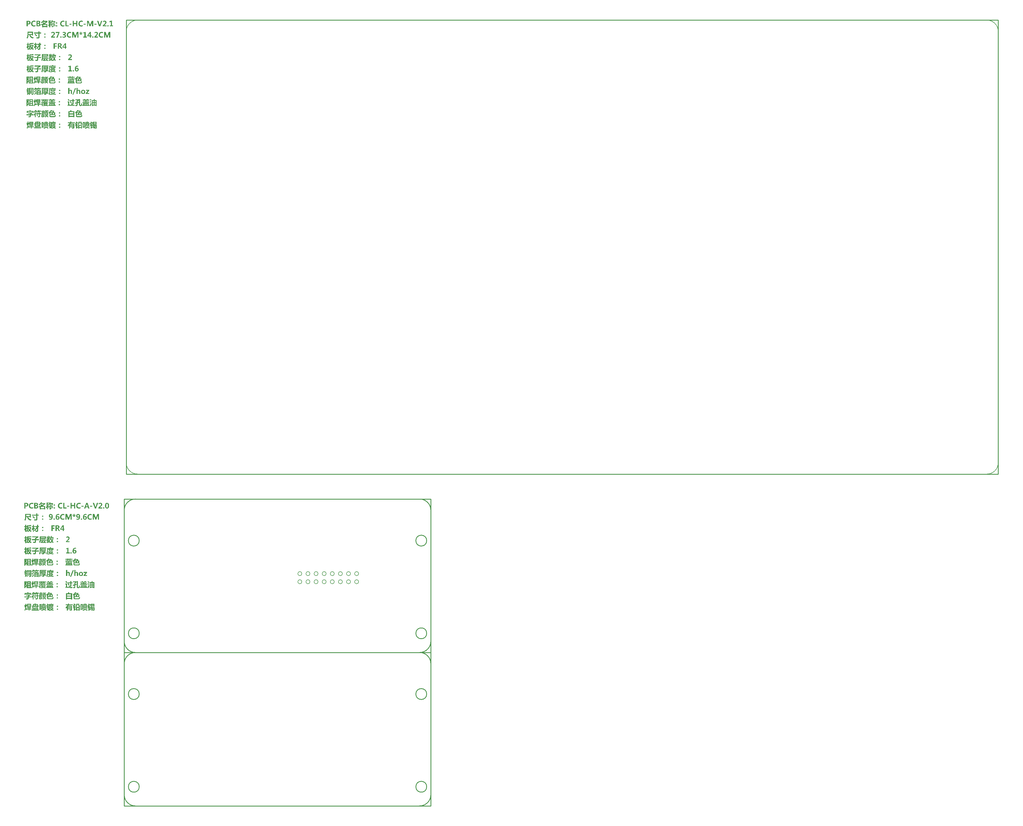
<source format=gm1>
%FSLAX24Y24*%
%MOIN*%
G70*
G01*
G75*
G04 Layer_Color=16711935*
%ADD10R,0.0500X0.0500*%
%ADD11C,0.0394*%
G04:AMPARAMS|DCode=12|XSize=40mil|YSize=50mil|CornerRadius=6mil|HoleSize=0mil|Usage=FLASHONLY|Rotation=0.000|XOffset=0mil|YOffset=0mil|HoleType=Round|Shape=RoundedRectangle|*
%AMROUNDEDRECTD12*
21,1,0.0400,0.0380,0,0,0.0*
21,1,0.0280,0.0500,0,0,0.0*
1,1,0.0120,0.0140,-0.0190*
1,1,0.0120,-0.0140,-0.0190*
1,1,0.0120,-0.0140,0.0190*
1,1,0.0120,0.0140,0.0190*
%
%ADD12ROUNDEDRECTD12*%
%ADD13R,0.0472X0.1339*%
%ADD14R,0.0472X0.1339*%
G04:AMPARAMS|DCode=15|XSize=40mil|YSize=50mil|CornerRadius=6mil|HoleSize=0mil|Usage=FLASHONLY|Rotation=270.000|XOffset=0mil|YOffset=0mil|HoleType=Round|Shape=RoundedRectangle|*
%AMROUNDEDRECTD15*
21,1,0.0400,0.0380,0,0,270.0*
21,1,0.0280,0.0500,0,0,270.0*
1,1,0.0120,-0.0190,-0.0140*
1,1,0.0120,-0.0190,0.0140*
1,1,0.0120,0.0190,0.0140*
1,1,0.0120,0.0190,-0.0140*
%
%ADD15ROUNDEDRECTD15*%
%ADD16R,0.0374X0.0354*%
%ADD17R,0.0374X0.0354*%
%ADD18O,0.1575X0.0984*%
G04:AMPARAMS|DCode=19|XSize=98.4mil|YSize=157.5mil|CornerRadius=0mil|HoleSize=0mil|Usage=FLASHONLY|Rotation=270.000|XOffset=0mil|YOffset=0mil|HoleType=Round|Shape=Octagon|*
%AMOCTAGOND19*
4,1,8,0.0787,0.0246,0.0787,-0.0246,0.0541,-0.0492,-0.0541,-0.0492,-0.0787,-0.0246,-0.0787,0.0246,-0.0541,0.0492,0.0541,0.0492,0.0787,0.0246,0.0*
%
%ADD19OCTAGOND19*%

%ADD20O,0.0800X0.0240*%
%ADD21O,0.0240X0.0800*%
%ADD22R,0.0984X0.0591*%
%ADD23R,0.0984X0.0591*%
%ADD24R,0.1339X0.0472*%
%ADD25R,0.1339X0.0472*%
%ADD26R,0.0700X0.1339*%
%ADD27R,0.1339X0.0700*%
%ADD28R,0.0354X0.0374*%
%ADD29R,0.0354X0.0374*%
%ADD30R,0.0500X0.0500*%
%ADD31R,0.0500X0.0600*%
%ADD32R,0.0600X0.0500*%
%ADD33R,0.0866X0.0866*%
%ADD34R,0.0787X0.0787*%
%ADD35R,0.0421X0.0984*%
%ADD36R,0.4252X0.4886*%
%ADD37R,0.0787X0.0276*%
%ADD38R,0.0787X0.1181*%
%ADD39O,0.0800X0.0300*%
%ADD40R,0.0800X0.0300*%
%ADD41R,0.1000X0.1000*%
%ADD42C,0.0400*%
%ADD43C,0.0100*%
%ADD44C,0.0200*%
%ADD45C,0.0300*%
%ADD46C,0.0150*%
%ADD47C,0.0250*%
%ADD48C,0.0500*%
%ADD49C,0.1181*%
%ADD50C,0.0120*%
%ADD51C,0.0180*%
%ADD52C,0.0350*%
%ADD53C,0.0320*%
%ADD54C,0.0600*%
%ADD55C,0.0050*%
%ADD56C,0.0060*%
%ADD57O,0.0400X0.0550*%
%ADD58C,0.1575*%
%ADD59C,0.0500*%
%ADD60R,0.0787X0.1575*%
%ADD61R,0.0650X0.0800*%
%ADD62C,0.1181*%
%ADD63O,0.1181X0.1000*%
%ADD64R,0.0591X0.0591*%
%ADD65C,0.0591*%
%ADD66C,0.0591*%
%ADD67R,0.0591X0.0591*%
%ADD68C,0.0787*%
%ADD69C,0.0600*%
%ADD70P,0.0649X8X202.5*%
%ADD71C,0.0433*%
%ADD72O,0.0400X0.0700*%
%ADD73R,0.0591X0.0591*%
%ADD74R,0.0394X0.0394*%
%ADD75O,0.0750X0.1181*%
%ADD76C,0.0787*%
%ADD77C,0.1000*%
G04:AMPARAMS|DCode=78|XSize=78.7mil|YSize=157.5mil|CornerRadius=19.7mil|HoleSize=0mil|Usage=FLASHONLY|Rotation=180.000|XOffset=0mil|YOffset=0mil|HoleType=Round|Shape=RoundedRectangle|*
%AMROUNDEDRECTD78*
21,1,0.0787,0.1181,0,0,180.0*
21,1,0.0394,0.1575,0,0,180.0*
1,1,0.0394,-0.0197,0.0591*
1,1,0.0394,0.0197,0.0591*
1,1,0.0394,0.0197,-0.0591*
1,1,0.0394,-0.0197,-0.0591*
%
%ADD78ROUNDEDRECTD78*%
G04:AMPARAMS|DCode=79|XSize=157.5mil|YSize=78.7mil|CornerRadius=19.7mil|HoleSize=0mil|Usage=FLASHONLY|Rotation=180.000|XOffset=0mil|YOffset=0mil|HoleType=Round|Shape=RoundedRectangle|*
%AMROUNDEDRECTD79*
21,1,0.1575,0.0394,0,0,180.0*
21,1,0.1181,0.0787,0,0,180.0*
1,1,0.0394,-0.0591,0.0197*
1,1,0.0394,0.0591,0.0197*
1,1,0.0394,0.0591,-0.0197*
1,1,0.0394,-0.0591,-0.0197*
%
%ADD79ROUNDEDRECTD79*%
%ADD80C,0.1161*%
%ADD81P,0.0835X4X180.0*%
%ADD82C,0.0650*%
%ADD83C,0.0630*%
%ADD84C,0.0550*%
%ADD85O,0.0500X0.0700*%
%ADD86R,0.0472X0.0472*%
%ADD87C,0.0472*%
%ADD88C,0.0250*%
%ADD89C,0.0200*%
%ADD90O,0.0300X0.0900*%
%ADD91R,0.0300X0.0900*%
%ADD92O,0.0300X0.0800*%
%ADD93R,0.0300X0.0800*%
%ADD94O,0.0095X0.0700*%
%ADD95O,0.0700X0.0095*%
%ADD96R,0.0700X0.0095*%
%ADD97C,0.0160*%
%ADD98C,0.0800*%
%ADD99C,0.0315*%
%ADD100C,0.0080*%
%ADD101C,0.0098*%
%ADD102C,0.0070*%
%ADD103C,0.0197*%
%ADD104C,0.0079*%
%ADD105C,0.0039*%
%ADD106C,0.0040*%
%ADD107C,0.0010*%
%ADD108C,0.0061*%
%ADD109C,0.0020*%
%ADD110R,0.0153X0.1575*%
%ADD111R,0.0153X0.1575*%
%ADD112R,0.0153X0.1575*%
%ADD113R,0.1575X0.0153*%
%ADD114R,0.0358X0.3629*%
%ADD115R,0.0358X0.3629*%
%ADD116R,0.0750X0.0250*%
%ADD117R,0.0250X0.0750*%
%ADD118R,0.1575X0.0153*%
%ADD119R,0.1575X0.0153*%
%ADD120R,0.0256X0.1329*%
%ADD121R,0.0211X0.0887*%
%ADD122R,0.0050X0.0887*%
%ADD123C,0.1200*%
%ADD124C,0.0866*%
%ADD125R,0.0580X0.0580*%
%ADD126C,0.0474*%
G04:AMPARAMS|DCode=127|XSize=48mil|YSize=58mil|CornerRadius=10mil|HoleSize=0mil|Usage=FLASHONLY|Rotation=0.000|XOffset=0mil|YOffset=0mil|HoleType=Round|Shape=RoundedRectangle|*
%AMROUNDEDRECTD127*
21,1,0.0480,0.0380,0,0,0.0*
21,1,0.0280,0.0580,0,0,0.0*
1,1,0.0200,0.0140,-0.0190*
1,1,0.0200,-0.0140,-0.0190*
1,1,0.0200,-0.0140,0.0190*
1,1,0.0200,0.0140,0.0190*
%
%ADD127ROUNDEDRECTD127*%
%ADD128R,0.0552X0.1419*%
%ADD129R,0.0552X0.1419*%
G04:AMPARAMS|DCode=130|XSize=48mil|YSize=58mil|CornerRadius=10mil|HoleSize=0mil|Usage=FLASHONLY|Rotation=270.000|XOffset=0mil|YOffset=0mil|HoleType=Round|Shape=RoundedRectangle|*
%AMROUNDEDRECTD130*
21,1,0.0480,0.0380,0,0,270.0*
21,1,0.0280,0.0580,0,0,270.0*
1,1,0.0200,-0.0190,-0.0140*
1,1,0.0200,-0.0190,0.0140*
1,1,0.0200,0.0190,0.0140*
1,1,0.0200,0.0190,-0.0140*
%
%ADD130ROUNDEDRECTD130*%
%ADD131R,0.0454X0.0434*%
%ADD132R,0.0454X0.0434*%
%ADD133O,0.1655X0.1064*%
G04:AMPARAMS|DCode=134|XSize=106.4mil|YSize=165.5mil|CornerRadius=0mil|HoleSize=0mil|Usage=FLASHONLY|Rotation=270.000|XOffset=0mil|YOffset=0mil|HoleType=Round|Shape=Octagon|*
%AMOCTAGOND134*
4,1,8,0.0827,0.0266,0.0827,-0.0266,0.0561,-0.0532,-0.0561,-0.0532,-0.0827,-0.0266,-0.0827,0.0266,-0.0561,0.0532,0.0561,0.0532,0.0827,0.0266,0.0*
%
%ADD134OCTAGOND134*%

%ADD135O,0.0880X0.0320*%
%ADD136O,0.0320X0.0880*%
%ADD137R,0.1064X0.0671*%
%ADD138R,0.1064X0.0671*%
%ADD139R,0.1419X0.0552*%
%ADD140R,0.1419X0.0552*%
%ADD141R,0.0780X0.1419*%
%ADD142R,0.1419X0.0780*%
%ADD143R,0.0434X0.0454*%
%ADD144R,0.0434X0.0454*%
%ADD145R,0.0580X0.0580*%
%ADD146R,0.0580X0.0680*%
%ADD147R,0.0680X0.0580*%
%ADD148R,0.0946X0.0946*%
%ADD149R,0.0867X0.0867*%
%ADD150R,0.0501X0.1064*%
%ADD151R,0.4332X0.4966*%
%ADD152R,0.0867X0.0356*%
%ADD153R,0.0867X0.1261*%
%ADD154O,0.0880X0.0380*%
%ADD155R,0.0880X0.0380*%
%ADD156R,0.1080X0.1080*%
%ADD157O,0.0480X0.0630*%
%ADD158C,0.1655*%
%ADD159C,0.0580*%
%ADD160R,0.0867X0.1655*%
%ADD161R,0.0730X0.0880*%
%ADD162C,0.1261*%
%ADD163O,0.1261X0.1080*%
%ADD164R,0.0671X0.0671*%
%ADD165C,0.0671*%
%ADD166C,0.0671*%
%ADD167R,0.0671X0.0671*%
%ADD168C,0.0867*%
%ADD169C,0.0680*%
%ADD170P,0.0736X8X202.5*%
%ADD171C,0.0513*%
%ADD172O,0.0480X0.0780*%
%ADD173R,0.0671X0.0671*%
%ADD174R,0.0474X0.0474*%
%ADD175O,0.0830X0.1261*%
%ADD176C,0.0867*%
%ADD177C,0.1080*%
G04:AMPARAMS|DCode=178|XSize=86.7mil|YSize=165.5mil|CornerRadius=23.7mil|HoleSize=0mil|Usage=FLASHONLY|Rotation=180.000|XOffset=0mil|YOffset=0mil|HoleType=Round|Shape=RoundedRectangle|*
%AMROUNDEDRECTD178*
21,1,0.0867,0.1181,0,0,180.0*
21,1,0.0394,0.1655,0,0,180.0*
1,1,0.0474,-0.0197,0.0591*
1,1,0.0474,0.0197,0.0591*
1,1,0.0474,0.0197,-0.0591*
1,1,0.0474,-0.0197,-0.0591*
%
%ADD178ROUNDEDRECTD178*%
G04:AMPARAMS|DCode=179|XSize=165.5mil|YSize=86.7mil|CornerRadius=23.7mil|HoleSize=0mil|Usage=FLASHONLY|Rotation=180.000|XOffset=0mil|YOffset=0mil|HoleType=Round|Shape=RoundedRectangle|*
%AMROUNDEDRECTD179*
21,1,0.1655,0.0394,0,0,180.0*
21,1,0.1181,0.0867,0,0,180.0*
1,1,0.0474,-0.0591,0.0197*
1,1,0.0474,0.0591,0.0197*
1,1,0.0474,0.0591,-0.0197*
1,1,0.0474,-0.0591,-0.0197*
%
%ADD179ROUNDEDRECTD179*%
%ADD180C,0.1241*%
%ADD181P,0.0948X4X180.0*%
%ADD182C,0.0730*%
%ADD183C,0.0710*%
%ADD184C,0.0630*%
%ADD185O,0.0580X0.0780*%
%ADD186R,0.0552X0.0552*%
%ADD187C,0.0552*%
%ADD188C,0.0330*%
%ADD189O,0.0380X0.0980*%
%ADD190R,0.0380X0.0980*%
%ADD191O,0.0380X0.0880*%
%ADD192R,0.0380X0.0880*%
%ADD193O,0.0175X0.0780*%
%ADD194O,0.0780X0.0175*%
%ADD195R,0.0780X0.0175*%
G36*
X-1328Y95057D02*
X-1574D01*
Y94880D01*
X-1348D01*
Y94761D01*
X-1574D01*
Y94490D01*
X-1720D01*
Y95177D01*
X-1328D01*
Y95057D01*
D02*
G37*
G36*
X-2784Y94624D02*
X-2777Y94623D01*
X-2768Y94620D01*
X-2759Y94617D01*
X-2749Y94611D01*
X-2740Y94603D01*
X-2739Y94602D01*
X-2737Y94600D01*
X-2732Y94596D01*
X-2728Y94589D01*
X-2723Y94581D01*
X-2719Y94572D01*
X-2717Y94562D01*
X-2716Y94551D01*
Y94550D01*
Y94547D01*
X-2717Y94540D01*
X-2719Y94533D01*
X-2721Y94526D01*
X-2726Y94517D01*
X-2732Y94508D01*
X-2740Y94500D01*
X-2741Y94499D01*
X-2744Y94497D01*
X-2749Y94493D01*
X-2756Y94490D01*
X-2764Y94486D01*
X-2773Y94482D01*
X-2784Y94480D01*
X-2797Y94479D01*
X-2802D01*
X-2809Y94480D01*
X-2817Y94481D01*
X-2826Y94484D01*
X-2836Y94488D01*
X-2846Y94493D01*
X-2854Y94500D01*
X-2856Y94501D01*
X-2858Y94503D01*
X-2862Y94508D01*
X-2866Y94514D01*
X-2870Y94522D01*
X-2874Y94530D01*
X-2877Y94540D01*
X-2878Y94551D01*
Y94552D01*
Y94557D01*
X-2877Y94562D01*
X-2874Y94569D01*
X-2872Y94578D01*
X-2868Y94587D01*
X-2862Y94596D01*
X-2854Y94603D01*
X-2853Y94604D01*
X-2850Y94607D01*
X-2846Y94610D01*
X-2839Y94614D01*
X-2830Y94619D01*
X-2820Y94622D01*
X-2809Y94624D01*
X-2797Y94626D01*
X-2791D01*
X-2784Y94624D01*
D02*
G37*
G36*
X-4182Y95108D02*
X-4183D01*
X-4189Y95107D01*
X-4197Y95105D01*
X-4209Y95103D01*
X-4223Y95101D01*
X-4242Y95098D01*
X-4263Y95095D01*
X-4288Y95092D01*
X-4315Y95089D01*
X-4347Y95085D01*
X-4380Y95081D01*
X-4418Y95078D01*
X-4458Y95074D01*
X-4501Y95071D01*
X-4548Y95068D01*
X-4597Y95064D01*
Y94980D01*
X-4208D01*
Y94867D01*
Y94864D01*
X-4210Y94860D01*
X-4212Y94851D01*
X-4215Y94840D01*
X-4220Y94826D01*
X-4225Y94810D01*
X-4232Y94792D01*
X-4239Y94772D01*
X-4248Y94751D01*
X-4257Y94728D01*
X-4279Y94681D01*
X-4304Y94634D01*
X-4333Y94588D01*
X-4332Y94587D01*
X-4330Y94586D01*
X-4327Y94582D01*
X-4321Y94578D01*
X-4314Y94572D01*
X-4307Y94567D01*
X-4298Y94560D01*
X-4287Y94553D01*
X-4263Y94539D01*
X-4235Y94524D01*
X-4204Y94511D01*
X-4171Y94500D01*
Y94499D01*
X-4173Y94498D01*
X-4175Y94494D01*
X-4178Y94490D01*
X-4182Y94484D01*
X-4187Y94478D01*
X-4197Y94462D01*
X-4209Y94442D01*
X-4222Y94420D01*
X-4237Y94394D01*
X-4251Y94367D01*
X-4252Y94368D01*
X-4255Y94369D01*
X-4260Y94372D01*
X-4267Y94376D01*
X-4274Y94381D01*
X-4284Y94387D01*
X-4294Y94393D01*
X-4307Y94401D01*
X-4332Y94420D01*
X-4359Y94441D01*
X-4387Y94466D01*
X-4413Y94492D01*
X-4414Y94491D01*
X-4417Y94489D01*
X-4421Y94486D01*
X-4427Y94480D01*
X-4433Y94474D01*
X-4442Y94467D01*
X-4451Y94459D01*
X-4462Y94450D01*
X-4474Y94440D01*
X-4488Y94430D01*
X-4517Y94409D01*
X-4549Y94388D01*
X-4583Y94368D01*
Y94369D01*
X-4584Y94371D01*
X-4587Y94374D01*
X-4589Y94379D01*
X-4595Y94390D01*
X-4604Y94406D01*
X-4615Y94423D01*
X-4627Y94442D01*
X-4652Y94481D01*
X-4651Y94482D01*
X-4648Y94483D01*
X-4643Y94486D01*
X-4637Y94489D01*
X-4628Y94493D01*
X-4619Y94499D01*
X-4608Y94506D01*
X-4597Y94512D01*
X-4571Y94528D01*
X-4544Y94547D01*
X-4517Y94568D01*
X-4490Y94591D01*
X-4491Y94592D01*
X-4492Y94596D01*
X-4495Y94600D01*
X-4499Y94607D01*
X-4503Y94614D01*
X-4509Y94624D01*
X-4514Y94636D01*
X-4521Y94648D01*
X-4528Y94662D01*
X-4535Y94678D01*
X-4550Y94711D01*
X-4564Y94748D01*
X-4578Y94788D01*
X-4491Y94867D01*
X-4597D01*
Y94792D01*
Y94791D01*
Y94789D01*
Y94786D01*
Y94781D01*
Y94776D01*
X-4598Y94768D01*
Y94760D01*
X-4599Y94750D01*
X-4601Y94729D01*
X-4603Y94703D01*
X-4608Y94676D01*
X-4613Y94644D01*
X-4621Y94612D01*
X-4630Y94578D01*
X-4640Y94542D01*
X-4653Y94507D01*
X-4669Y94470D01*
X-4687Y94434D01*
X-4708Y94400D01*
X-4731Y94367D01*
Y94368D01*
X-4733Y94369D01*
X-4739Y94376D01*
X-4748Y94387D01*
X-4759Y94400D01*
X-4772Y94416D01*
X-4788Y94433D01*
X-4803Y94450D01*
X-4821Y94468D01*
X-4820Y94469D01*
X-4817Y94473D01*
X-4811Y94481D01*
X-4803Y94492D01*
X-4795Y94506D01*
X-4787Y94522D01*
X-4777Y94541D01*
X-4765Y94563D01*
X-4755Y94588D01*
X-4745Y94616D01*
X-4737Y94647D01*
X-4728Y94680D01*
X-4721Y94716D01*
X-4715Y94754D01*
X-4712Y94796D01*
X-4711Y94840D01*
Y95180D01*
X-4703D01*
X-4697Y95181D01*
X-4681D01*
X-4670Y95182D01*
X-4659Y95183D01*
X-4645D01*
X-4632Y95184D01*
X-4601Y95187D01*
X-4568Y95189D01*
X-4531Y95191D01*
X-4492Y95194D01*
X-4452Y95198D01*
X-4370Y95205D01*
X-4330Y95210D01*
X-4291Y95215D01*
X-4254Y95221D01*
X-4221Y95227D01*
X-4182Y95108D01*
D02*
G37*
G36*
X-3360Y95091D02*
X-3264D01*
Y94973D01*
X-3360D01*
Y94528D01*
Y94527D01*
Y94524D01*
Y94521D01*
Y94517D01*
X-3361Y94504D01*
X-3364Y94489D01*
X-3368Y94472D01*
X-3373Y94454D01*
X-3381Y94438D01*
X-3392Y94423D01*
X-3393Y94422D01*
X-3398Y94418D01*
X-3406Y94411D01*
X-3416Y94404D01*
X-3428Y94398D01*
X-3443Y94391D01*
X-3461Y94387D01*
X-3481Y94384D01*
X-3491D01*
X-3498Y94383D01*
X-3523D01*
X-3534Y94382D01*
X-3577D01*
X-3593Y94381D01*
X-3652D01*
Y94382D01*
Y94384D01*
X-3653Y94388D01*
X-3654Y94392D01*
X-3657Y94404D01*
X-3660Y94420D01*
X-3664Y94439D01*
X-3670Y94460D01*
X-3676Y94482D01*
X-3682Y94506D01*
X-3671D01*
X-3666Y94504D01*
X-3643D01*
X-3623Y94503D01*
X-3601D01*
X-3578Y94502D01*
X-3546D01*
X-3541Y94503D01*
X-3531Y94506D01*
X-3518Y94510D01*
X-3506Y94518D01*
X-3500Y94523D01*
X-3494Y94530D01*
X-3491Y94538D01*
X-3488Y94547D01*
X-3486Y94557D01*
X-3484Y94568D01*
Y94859D01*
X-3486Y94858D01*
X-3488Y94854D01*
X-3490Y94850D01*
X-3496Y94838D01*
X-3504Y94822D01*
X-3516Y94802D01*
X-3530Y94780D01*
X-3546Y94756D01*
X-3562Y94728D01*
X-3582Y94699D01*
X-3603Y94669D01*
X-3627Y94638D01*
X-3652Y94607D01*
X-3678Y94576D01*
X-3707Y94544D01*
X-3736Y94514D01*
X-3767Y94487D01*
Y94488D01*
X-3769Y94489D01*
X-3771Y94492D01*
X-3774Y94497D01*
X-3783Y94508D01*
X-3794Y94521D01*
X-3808Y94538D01*
X-3822Y94556D01*
X-3854Y94591D01*
X-3853D01*
X-3852Y94593D01*
X-3846Y94598D01*
X-3835Y94606D01*
X-3823Y94618D01*
X-3807Y94632D01*
X-3788Y94649D01*
X-3768Y94670D01*
X-3744Y94692D01*
X-3721Y94719D01*
X-3696Y94748D01*
X-3671Y94779D01*
X-3644Y94813D01*
X-3619Y94849D01*
X-3594Y94889D01*
X-3570Y94930D01*
X-3548Y94973D01*
X-3739D01*
Y95091D01*
X-3484D01*
Y95242D01*
X-3360D01*
Y95091D01*
D02*
G37*
G36*
X-207Y94742D02*
X-124D01*
Y94640D01*
X-207D01*
Y94490D01*
X-338D01*
Y94640D01*
X-640D01*
Y94731D01*
X-349Y95177D01*
X-207D01*
Y94742D01*
D02*
G37*
G36*
X-949Y95175D02*
X-932Y95173D01*
X-915Y95171D01*
X-894Y95167D01*
X-871Y95161D01*
X-848Y95153D01*
X-826Y95143D01*
X-804Y95131D01*
X-782Y95115D01*
X-764Y95098D01*
X-748Y95077D01*
X-736Y95051D01*
X-731Y95038D01*
X-728Y95023D01*
X-727Y95007D01*
X-726Y94990D01*
Y94989D01*
Y94987D01*
Y94983D01*
X-727Y94978D01*
Y94972D01*
X-728Y94965D01*
X-731Y94949D01*
X-736Y94930D01*
X-744Y94910D01*
X-754Y94890D01*
X-767Y94870D01*
X-769Y94868D01*
X-775Y94862D01*
X-784Y94853D01*
X-797Y94842D01*
X-812Y94831D01*
X-832Y94819D01*
X-855Y94809D01*
X-880Y94800D01*
Y94798D01*
X-879D01*
X-878Y94797D01*
X-871Y94794D01*
X-862Y94788D01*
X-849Y94779D01*
X-841Y94772D01*
X-834Y94766D01*
X-825Y94757D01*
X-816Y94747D01*
X-806Y94736D01*
X-796Y94723D01*
X-786Y94709D01*
X-775Y94693D01*
X-646Y94490D01*
X-814D01*
X-921Y94668D01*
Y94669D01*
X-922Y94670D01*
X-927Y94677D01*
X-934Y94687D01*
X-940Y94698D01*
X-949Y94710D01*
X-959Y94721D01*
X-968Y94731D01*
X-977Y94739D01*
X-978Y94740D01*
X-980Y94741D01*
X-985Y94744D01*
X-990Y94748D01*
X-1005Y94753D01*
X-1012Y94754D01*
X-1021Y94756D01*
X-1066D01*
Y94490D01*
X-1212D01*
Y95177D01*
X-960D01*
X-949Y95175D01*
D02*
G37*
G36*
X-4827Y93693D02*
X-4733D01*
Y93576D01*
X-4827D01*
Y93496D01*
X-4825D01*
X-4824Y93495D01*
X-4818Y93492D01*
X-4807Y93486D01*
X-4792Y93479D01*
X-4775Y93470D01*
X-4757Y93460D01*
X-4737Y93449D01*
X-4714Y93436D01*
X-4770Y93335D01*
X-4771Y93336D01*
X-4774Y93339D01*
X-4780Y93342D01*
X-4787Y93346D01*
X-4795Y93352D01*
X-4805Y93357D01*
X-4827Y93371D01*
Y92992D01*
X-4942D01*
Y93330D01*
X-4943Y93328D01*
X-4945Y93323D01*
X-4948Y93317D01*
X-4951Y93310D01*
X-4955Y93302D01*
X-4960Y93292D01*
X-4964Y93281D01*
X-4976Y93258D01*
X-4990Y93231D01*
X-5005Y93202D01*
X-5023Y93173D01*
Y93174D01*
X-5024Y93178D01*
Y93182D01*
X-5025Y93188D01*
X-5028Y93195D01*
X-5029Y93204D01*
X-5031Y93214D01*
X-5033Y93225D01*
X-5038Y93250D01*
X-5043Y93275D01*
X-5049Y93303D01*
X-5055Y93330D01*
X-5054Y93331D01*
X-5052Y93335D01*
X-5048Y93343D01*
X-5042Y93352D01*
X-5035Y93363D01*
X-5029Y93378D01*
X-5020Y93392D01*
X-5011Y93410D01*
X-5002Y93427D01*
X-4993Y93447D01*
X-4974Y93489D01*
X-4958Y93532D01*
X-4950Y93554D01*
X-4943Y93576D01*
X-5046D01*
Y93693D01*
X-4942D01*
Y93856D01*
X-4827D01*
Y93693D01*
D02*
G37*
G36*
X-3331Y93697D02*
X-3624Y93522D01*
Y93473D01*
X-3268D01*
Y93353D01*
X-3624D01*
Y93183D01*
Y93182D01*
Y93179D01*
Y93174D01*
X-3626Y93169D01*
Y93161D01*
X-3627Y93152D01*
X-3629Y93133D01*
X-3634Y93111D01*
X-3641Y93089D01*
X-3651Y93068D01*
X-3664Y93049D01*
X-3667Y93046D01*
X-3672Y93042D01*
X-3681Y93034D01*
X-3694Y93026D01*
X-3712Y93019D01*
X-3733Y93011D01*
X-3759Y93006D01*
X-3789Y93004D01*
X-3952Y93005D01*
Y93006D01*
X-3953Y93009D01*
Y93012D01*
X-3954Y93016D01*
X-3955Y93023D01*
X-3958Y93030D01*
X-3961Y93048D01*
X-3967Y93068D01*
X-3972Y93090D01*
X-3979Y93114D01*
X-3985Y93140D01*
X-3982D01*
X-3978Y93139D01*
X-3972D01*
X-3964Y93138D01*
X-3957D01*
X-3947Y93136D01*
X-3937Y93135D01*
X-3913Y93134D01*
X-3887Y93132D01*
X-3860Y93131D01*
X-3826D01*
X-3821Y93132D01*
X-3809Y93135D01*
X-3796Y93141D01*
X-3788Y93144D01*
X-3781Y93150D01*
X-3776Y93156D01*
X-3770Y93164D01*
X-3765Y93173D01*
X-3762Y93183D01*
X-3760Y93195D01*
X-3759Y93209D01*
Y93353D01*
X-4139D01*
Y93473D01*
X-3759D01*
Y93577D01*
X-3543Y93697D01*
X-4079D01*
Y93815D01*
X-3331D01*
Y93697D01*
D02*
G37*
G36*
X321Y93806D02*
X330D01*
X340Y93805D01*
X362Y93801D01*
X387Y93795D01*
X414Y93785D01*
X441Y93773D01*
X453Y93764D01*
X464Y93755D01*
X465Y93754D01*
X466Y93753D01*
X470Y93750D01*
X473Y93746D01*
X479Y93741D01*
X483Y93734D01*
X494Y93719D01*
X505Y93697D01*
X515Y93673D01*
X522Y93644D01*
X523Y93629D01*
X524Y93612D01*
Y93611D01*
Y93606D01*
X523Y93600D01*
X522Y93591D01*
X520Y93580D01*
X516Y93567D01*
X512Y93552D01*
X506Y93535D01*
X499Y93517D01*
X489Y93497D01*
X476Y93476D01*
X462Y93455D01*
X445Y93432D01*
X426Y93409D01*
X403Y93384D01*
X377Y93360D01*
X234Y93230D01*
Y93228D01*
X519D01*
Y93109D01*
X70D01*
Y93221D01*
X267Y93411D01*
X269Y93412D01*
X270Y93413D01*
X273Y93416D01*
X277Y93421D01*
X289Y93432D01*
X302Y93445D01*
X316Y93461D01*
X331Y93477D01*
X343Y93494D01*
X354Y93510D01*
X355Y93512D01*
X359Y93516D01*
X362Y93525D01*
X367Y93535D01*
X372Y93549D01*
X375Y93563D01*
X379Y93579D01*
X380Y93594D01*
Y93595D01*
Y93599D01*
X379Y93603D01*
Y93610D01*
X376Y93616D01*
X374Y93625D01*
X371Y93634D01*
X366Y93643D01*
X361Y93652D01*
X354Y93661D01*
X345Y93670D01*
X335Y93676D01*
X323Y93683D01*
X309Y93687D01*
X293Y93691D01*
X274Y93692D01*
X265D01*
X259Y93691D01*
X251Y93690D01*
X242Y93689D01*
X231Y93686D01*
X220Y93683D01*
X193Y93674D01*
X180Y93669D01*
X164Y93662D01*
X150Y93654D01*
X134Y93644D01*
X119Y93633D01*
X103Y93621D01*
Y93749D01*
X104Y93750D01*
X107Y93751D01*
X112Y93754D01*
X119Y93757D01*
X127Y93762D01*
X137Y93767D01*
X149Y93773D01*
X162Y93779D01*
X175Y93783D01*
X191Y93789D01*
X207Y93794D01*
X225Y93799D01*
X263Y93805D01*
X283Y93806D01*
X304Y93807D01*
X314D01*
X321Y93806D01*
D02*
G37*
G36*
X-1632Y93856D02*
Y93855D01*
X-1633Y93853D01*
X-1635Y93850D01*
X-1636Y93844D01*
X-1637Y93839D01*
X-1639Y93831D01*
X-1643Y93814D01*
X-1649Y93794D01*
X-1656Y93772D01*
X-1662Y93749D01*
X-1670Y93724D01*
X-1448D01*
Y93616D01*
X-1484D01*
Y93615D01*
Y93614D01*
Y93611D01*
X-1485Y93606D01*
Y93601D01*
X-1486Y93594D01*
X-1488Y93577D01*
X-1490Y93557D01*
X-1494Y93534D01*
X-1498Y93507D01*
X-1504Y93480D01*
X-1509Y93450D01*
X-1517Y93419D01*
X-1525Y93386D01*
X-1535Y93354D01*
X-1545Y93322D01*
X-1556Y93290D01*
X-1569Y93259D01*
X-1584Y93230D01*
X-1582Y93229D01*
X-1581Y93226D01*
X-1578Y93223D01*
X-1574Y93219D01*
X-1568Y93213D01*
X-1561Y93206D01*
X-1545Y93191D01*
X-1525Y93173D01*
X-1501Y93153D01*
X-1475Y93134D01*
X-1445Y93115D01*
X-1446Y93114D01*
X-1450Y93109D01*
X-1457Y93100D01*
X-1466Y93088D01*
X-1478Y93072D01*
X-1490Y93052D01*
X-1506Y93028D01*
X-1514Y93013D01*
X-1521Y92999D01*
X-1522Y93000D01*
X-1525Y93001D01*
X-1529Y93004D01*
X-1535Y93008D01*
X-1541Y93013D01*
X-1549Y93019D01*
X-1567Y93034D01*
X-1588Y93052D01*
X-1611Y93073D01*
X-1633Y93098D01*
X-1656Y93123D01*
X-1657Y93122D01*
X-1659Y93120D01*
X-1663Y93115D01*
X-1669Y93109D01*
X-1676Y93102D01*
X-1683Y93093D01*
X-1693Y93084D01*
X-1705Y93074D01*
X-1717Y93063D01*
X-1729Y93052D01*
X-1758Y93030D01*
X-1790Y93006D01*
X-1826Y92985D01*
Y92986D01*
X-1827Y92988D01*
X-1832Y92994D01*
X-1839Y93004D01*
X-1849Y93016D01*
X-1861Y93031D01*
X-1875Y93048D01*
X-1890Y93064D01*
X-1906Y93081D01*
X-1937Y93029D01*
X-1938D01*
X-1939Y93030D01*
X-1942Y93032D01*
X-1946Y93034D01*
X-1957Y93040D01*
X-1971Y93049D01*
X-1989Y93058D01*
X-2009Y93068D01*
X-2030Y93080D01*
X-2053Y93091D01*
X-2055Y93090D01*
X-2058Y93088D01*
X-2063Y93085D01*
X-2070Y93081D01*
X-2080Y93075D01*
X-2091Y93069D01*
X-2105Y93062D01*
X-2119Y93055D01*
X-2135Y93048D01*
X-2152Y93040D01*
X-2171Y93032D01*
X-2192Y93025D01*
X-2213Y93018D01*
X-2237Y93011D01*
X-2286Y92999D01*
Y93000D01*
X-2287Y93001D01*
X-2289Y93008D01*
X-2292Y93018D01*
X-2298Y93031D01*
X-2305Y93046D01*
X-2312Y93065D01*
X-2322Y93085D01*
X-2333Y93108D01*
X-2329D01*
X-2325Y93109D01*
X-2318Y93110D01*
X-2310Y93111D01*
X-2300Y93112D01*
X-2290Y93113D01*
X-2278Y93115D01*
X-2252Y93121D01*
X-2226Y93126D01*
X-2197Y93134D01*
X-2170Y93144D01*
X-2171D01*
X-2172Y93145D01*
X-2176Y93146D01*
X-2181Y93149D01*
X-2187Y93151D01*
X-2193Y93154D01*
X-2209Y93161D01*
X-2228Y93170D01*
X-2250Y93179D01*
X-2273Y93189D01*
X-2299Y93199D01*
X-2298Y93201D01*
X-2293Y93206D01*
X-2288Y93215D01*
X-2281Y93226D01*
X-2272Y93240D01*
X-2263Y93254D01*
X-2245Y93286D01*
X-2318D01*
Y93378D01*
X-2201D01*
X-2200Y93379D01*
X-2199Y93384D01*
X-2196Y93391D01*
X-2192Y93400D01*
X-2189Y93410D01*
X-2185Y93422D01*
X-2176Y93447D01*
X-2128Y93443D01*
Y93529D01*
X-2129Y93527D01*
X-2131Y93525D01*
X-2135Y93522D01*
X-2140Y93516D01*
X-2146Y93511D01*
X-2153Y93503D01*
X-2163Y93495D01*
X-2173Y93486D01*
X-2185Y93476D01*
X-2197Y93466D01*
X-2226Y93445D01*
X-2258Y93422D01*
X-2293Y93400D01*
Y93401D01*
X-2295Y93402D01*
X-2296Y93405D01*
X-2297Y93410D01*
X-2300Y93421D01*
X-2306Y93435D01*
X-2311Y93452D01*
X-2318Y93470D01*
X-2335Y93506D01*
X-2333D01*
X-2330Y93507D01*
X-2326Y93510D01*
X-2320Y93513D01*
X-2312Y93516D01*
X-2303Y93521D01*
X-2292Y93525D01*
X-2281Y93531D01*
X-2257Y93544D01*
X-2230Y93560D01*
X-2202Y93579D01*
X-2176Y93599D01*
X-2308D01*
Y93689D01*
X-2239D01*
Y93690D01*
X-2240Y93691D01*
X-2243Y93697D01*
X-2249Y93706D01*
X-2256Y93720D01*
X-2265Y93734D01*
X-2276Y93752D01*
X-2288Y93770D01*
X-2302Y93790D01*
X-2222Y93840D01*
X-2221Y93839D01*
X-2217Y93834D01*
X-2211Y93825D01*
X-2202Y93815D01*
X-2192Y93801D01*
X-2179Y93783D01*
X-2165Y93761D01*
X-2148Y93736D01*
X-2227Y93689D01*
X-2128D01*
Y93863D01*
X-2016D01*
Y93689D01*
X-1922D01*
X-1996Y93736D01*
Y93737D01*
X-1993Y93739D01*
X-1988Y93745D01*
X-1980Y93756D01*
X-1970Y93770D01*
X-1958Y93786D01*
X-1946Y93804D01*
X-1933Y93823D01*
X-1921Y93843D01*
X-1838Y93793D01*
X-1839Y93791D01*
X-1843Y93784D01*
X-1850Y93774D01*
X-1858Y93761D01*
X-1869Y93745D01*
X-1881Y93727D01*
X-1896Y93709D01*
X-1911Y93689D01*
X-1860D01*
Y93599D01*
X-2016D01*
Y93536D01*
X-1985Y93577D01*
X-1983D01*
X-1982Y93576D01*
X-1979Y93574D01*
X-1975Y93572D01*
X-1965Y93566D01*
X-1950Y93559D01*
X-1935Y93550D01*
X-1917Y93540D01*
X-1880Y93519D01*
X-1879Y93520D01*
X-1877Y93525D01*
X-1873Y93532D01*
X-1868Y93543D01*
X-1861Y93556D01*
X-1855Y93572D01*
X-1846Y93591D01*
X-1837Y93613D01*
X-1827Y93636D01*
X-1817Y93663D01*
X-1807Y93692D01*
X-1796Y93723D01*
X-1786Y93755D01*
X-1775Y93791D01*
X-1765Y93829D01*
X-1755Y93867D01*
X-1632Y93856D01*
D02*
G37*
G36*
X-967Y93605D02*
X-959Y93604D01*
X-950Y93601D01*
X-941Y93597D01*
X-931Y93592D01*
X-922Y93584D01*
X-921Y93583D01*
X-919Y93581D01*
X-915Y93576D01*
X-910Y93570D01*
X-906Y93562D01*
X-901Y93553D01*
X-899Y93543D01*
X-898Y93532D01*
Y93531D01*
Y93526D01*
X-899Y93521D01*
X-901Y93514D01*
X-904Y93505D01*
X-908Y93496D01*
X-914Y93487D01*
X-921Y93479D01*
X-922Y93477D01*
X-926Y93475D01*
X-930Y93472D01*
X-937Y93469D01*
X-946Y93464D01*
X-956Y93461D01*
X-967Y93459D01*
X-979Y93457D01*
X-985D01*
X-991Y93459D01*
X-999Y93460D01*
X-1008Y93463D01*
X-1018Y93466D01*
X-1028Y93472D01*
X-1037Y93479D01*
X-1038Y93480D01*
X-1040Y93483D01*
X-1045Y93487D01*
X-1048Y93494D01*
X-1052Y93502D01*
X-1057Y93511D01*
X-1059Y93521D01*
X-1060Y93532D01*
Y93533D01*
Y93537D01*
X-1059Y93543D01*
X-1057Y93550D01*
X-1055Y93559D01*
X-1050Y93567D01*
X-1045Y93576D01*
X-1037Y93584D01*
X-1036Y93585D01*
X-1032Y93587D01*
X-1027Y93591D01*
X-1020Y93595D01*
X-1012Y93600D01*
X-1002Y93603D01*
X-991Y93605D01*
X-979Y93606D01*
X-974D01*
X-967Y93605D01*
D02*
G37*
G36*
X-2421Y93397D02*
X-2991D01*
Y93499D01*
X-2421D01*
Y93397D01*
D02*
G37*
G36*
X-117Y97377D02*
X140D01*
Y97258D01*
X-264D01*
Y97945D01*
X-117D01*
Y97377D01*
D02*
G37*
G36*
X-3582Y97944D02*
X-3573D01*
X-3562Y97943D01*
X-3550Y97942D01*
X-3538Y97939D01*
X-3510Y97935D01*
X-3481Y97927D01*
X-3453Y97917D01*
X-3441Y97911D01*
X-3429Y97903D01*
X-3428D01*
X-3427Y97901D01*
X-3419Y97895D01*
X-3410Y97885D01*
X-3398Y97873D01*
X-3387Y97855D01*
X-3378Y97835D01*
X-3370Y97812D01*
X-3369Y97798D01*
X-3368Y97785D01*
Y97784D01*
Y97783D01*
Y97779D01*
Y97775D01*
X-3370Y97765D01*
X-3372Y97752D01*
X-3377Y97736D01*
X-3383Y97719D01*
X-3393Y97703D01*
X-3406Y97686D01*
X-3408Y97684D01*
X-3412Y97679D01*
X-3420Y97672D01*
X-3431Y97663D01*
X-3446Y97654D01*
X-3461Y97644D01*
X-3480Y97635D01*
X-3500Y97628D01*
Y97626D01*
X-3497D01*
X-3493Y97625D01*
X-3488Y97624D01*
X-3476Y97621D01*
X-3459Y97616D01*
X-3440Y97609D01*
X-3421Y97599D01*
X-3402Y97588D01*
X-3384Y97573D01*
X-3382Y97571D01*
X-3378Y97565D01*
X-3370Y97555D01*
X-3362Y97543D01*
X-3354Y97526D01*
X-3347Y97507D01*
X-3342Y97486D01*
X-3340Y97462D01*
Y97461D01*
Y97457D01*
Y97453D01*
X-3341Y97446D01*
X-3342Y97438D01*
X-3343Y97429D01*
X-3348Y97408D01*
X-3357Y97384D01*
X-3361Y97372D01*
X-3368Y97359D01*
X-3376Y97347D01*
X-3384Y97335D01*
X-3394Y97324D01*
X-3407Y97313D01*
X-3408Y97312D01*
X-3410Y97311D01*
X-3413Y97308D01*
X-3419Y97304D01*
X-3426Y97301D01*
X-3433Y97296D01*
X-3443Y97291D01*
X-3454Y97286D01*
X-3467Y97281D01*
X-3480Y97276D01*
X-3496Y97271D01*
X-3511Y97267D01*
X-3529Y97264D01*
X-3548Y97261D01*
X-3568Y97259D01*
X-3589Y97258D01*
X-3846D01*
Y97945D01*
X-3590D01*
X-3582Y97944D01*
D02*
G37*
G36*
X-4802D02*
X-4795D01*
X-4779Y97942D01*
X-4759Y97938D01*
X-4738Y97934D01*
X-4714Y97927D01*
X-4690Y97918D01*
X-4667Y97906D01*
X-4643Y97892D01*
X-4622Y97874D01*
X-4602Y97853D01*
X-4585Y97828D01*
X-4579Y97814D01*
X-4573Y97799D01*
X-4569Y97783D01*
X-4565Y97766D01*
X-4563Y97747D01*
X-4562Y97727D01*
Y97726D01*
Y97723D01*
Y97717D01*
X-4563Y97709D01*
X-4564Y97701D01*
X-4567Y97691D01*
X-4569Y97679D01*
X-4572Y97666D01*
X-4575Y97654D01*
X-4581Y97639D01*
X-4588Y97626D01*
X-4594Y97612D01*
X-4604Y97597D01*
X-4614Y97584D01*
X-4627Y97571D01*
X-4640Y97558D01*
X-4641Y97557D01*
X-4643Y97556D01*
X-4648Y97553D01*
X-4654Y97548D01*
X-4661Y97544D01*
X-4671Y97538D01*
X-4681Y97533D01*
X-4693Y97527D01*
X-4707Y97522D01*
X-4721Y97516D01*
X-4738Y97511D01*
X-4754Y97506D01*
X-4772Y97502D01*
X-4792Y97499D01*
X-4812Y97497D01*
X-4909D01*
Y97258D01*
X-5055D01*
Y97945D01*
X-4808D01*
X-4802Y97944D01*
D02*
G37*
G36*
X-1728Y97277D02*
Y97276D01*
Y97275D01*
Y97268D01*
X-1729Y97258D01*
X-1730Y97246D01*
X-1732Y97233D01*
X-1737Y97218D01*
X-1741Y97205D01*
X-1748Y97193D01*
X-1749Y97192D01*
X-1751Y97188D01*
X-1757Y97183D01*
X-1764Y97177D01*
X-1772Y97171D01*
X-1782Y97165D01*
X-1796Y97161D01*
X-1810Y97157D01*
X-1812D01*
X-1818Y97156D01*
X-1829D01*
X-1836Y97155D01*
X-1843D01*
X-1852Y97154D01*
X-1874D01*
X-1887Y97153D01*
X-1949D01*
Y97154D01*
Y97156D01*
X-1950Y97160D01*
Y97164D01*
X-1952Y97175D01*
X-1955Y97191D01*
X-1957Y97208D01*
X-1961Y97228D01*
X-1965Y97247D01*
X-1969Y97267D01*
X-1967D01*
X-1962Y97266D01*
X-1953D01*
X-1943Y97265D01*
X-1931Y97264D01*
X-1918D01*
X-1888Y97263D01*
X-1886D01*
X-1881Y97264D01*
X-1875Y97265D01*
X-1866Y97267D01*
X-1858Y97273D01*
X-1851Y97279D01*
X-1847Y97288D01*
X-1845Y97302D01*
Y97736D01*
X-1728D01*
Y97277D01*
D02*
G37*
G36*
X4338Y97956D02*
X4347D01*
X4357Y97955D01*
X4379Y97951D01*
X4405Y97945D01*
X4431Y97935D01*
X4458Y97923D01*
X4470Y97914D01*
X4481Y97905D01*
X4483Y97904D01*
X4484Y97903D01*
X4487Y97899D01*
X4490Y97896D01*
X4496Y97891D01*
X4500Y97884D01*
X4511Y97868D01*
X4523Y97847D01*
X4533Y97823D01*
X4539Y97794D01*
X4540Y97778D01*
X4541Y97762D01*
Y97761D01*
Y97756D01*
X4540Y97749D01*
X4539Y97741D01*
X4537Y97729D01*
X4534Y97717D01*
X4529Y97702D01*
X4524Y97685D01*
X4516Y97667D01*
X4506Y97647D01*
X4494Y97626D01*
X4479Y97605D01*
X4463Y97582D01*
X4444Y97558D01*
X4420Y97534D01*
X4395Y97509D01*
X4251Y97379D01*
Y97377D01*
X4536D01*
Y97258D01*
X4087D01*
Y97371D01*
X4285Y97561D01*
X4286Y97562D01*
X4287Y97563D01*
X4290Y97566D01*
X4295Y97571D01*
X4306Y97582D01*
X4319Y97595D01*
X4334Y97611D01*
X4348Y97627D01*
X4360Y97644D01*
X4371Y97659D01*
X4373Y97662D01*
X4376Y97666D01*
X4379Y97675D01*
X4385Y97685D01*
X4389Y97698D01*
X4393Y97713D01*
X4396Y97728D01*
X4397Y97744D01*
Y97745D01*
Y97748D01*
X4396Y97753D01*
Y97759D01*
X4394Y97766D01*
X4391Y97775D01*
X4388Y97784D01*
X4384Y97793D01*
X4378Y97802D01*
X4371Y97811D01*
X4363Y97819D01*
X4353Y97826D01*
X4340Y97833D01*
X4326Y97837D01*
X4310Y97841D01*
X4291Y97842D01*
X4283D01*
X4276Y97841D01*
X4268Y97839D01*
X4259Y97838D01*
X4248Y97836D01*
X4237Y97833D01*
X4210Y97824D01*
X4197Y97818D01*
X4181Y97812D01*
X4167Y97804D01*
X4151Y97794D01*
X4136Y97783D01*
X4120Y97771D01*
Y97898D01*
X4121Y97899D01*
X4125Y97901D01*
X4129Y97904D01*
X4136Y97907D01*
X4145Y97912D01*
X4155Y97917D01*
X4166Y97923D01*
X4179Y97928D01*
X4193Y97933D01*
X4208Y97938D01*
X4225Y97944D01*
X4243Y97948D01*
X4280Y97955D01*
X4300Y97956D01*
X4321Y97957D01*
X4331D01*
X4338Y97956D01*
D02*
G37*
G36*
X2982Y97258D02*
X2822D01*
X2770Y97415D01*
X2521D01*
X2469Y97258D01*
X2311D01*
X2563Y97945D01*
X2735D01*
X2982Y97258D01*
D02*
G37*
G36*
X-2784Y94987D02*
X-2777Y94985D01*
X-2768Y94982D01*
X-2759Y94979D01*
X-2749Y94973D01*
X-2740Y94965D01*
X-2739Y94964D01*
X-2737Y94962D01*
X-2732Y94958D01*
X-2728Y94951D01*
X-2723Y94943D01*
X-2719Y94934D01*
X-2717Y94924D01*
X-2716Y94913D01*
Y94912D01*
Y94908D01*
X-2717Y94902D01*
X-2719Y94895D01*
X-2721Y94887D01*
X-2726Y94878D01*
X-2731Y94869D01*
X-2739Y94860D01*
X-2740Y94859D01*
X-2743Y94857D01*
X-2748Y94853D01*
X-2754Y94850D01*
X-2763Y94846D01*
X-2773Y94842D01*
X-2784Y94840D01*
X-2797Y94839D01*
X-2802D01*
X-2809Y94840D01*
X-2817Y94841D01*
X-2826Y94844D01*
X-2836Y94848D01*
X-2846Y94853D01*
X-2854Y94860D01*
X-2856Y94861D01*
X-2858Y94864D01*
X-2862Y94869D01*
X-2866Y94875D01*
X-2870Y94883D01*
X-2874Y94892D01*
X-2877Y94902D01*
X-2878Y94913D01*
Y94914D01*
Y94919D01*
X-2877Y94924D01*
X-2874Y94931D01*
X-2872Y94940D01*
X-2868Y94949D01*
X-2862Y94958D01*
X-2854Y94965D01*
X-2853Y94967D01*
X-2850Y94969D01*
X-2844Y94972D01*
X-2838Y94977D01*
X-2830Y94981D01*
X-2820Y94984D01*
X-2809Y94987D01*
X-2797Y94988D01*
X-2791D01*
X-2784Y94987D01*
D02*
G37*
G36*
X-4827Y95074D02*
X-4733D01*
Y94958D01*
X-4827D01*
Y94878D01*
X-4825D01*
X-4824Y94877D01*
X-4818Y94873D01*
X-4807Y94868D01*
X-4792Y94860D01*
X-4775Y94851D01*
X-4757Y94841D01*
X-4737Y94830D01*
X-4714Y94818D01*
X-4770Y94717D01*
X-4771Y94718D01*
X-4774Y94720D01*
X-4780Y94723D01*
X-4787Y94728D01*
X-4795Y94733D01*
X-4805Y94739D01*
X-4827Y94752D01*
Y94373D01*
X-4942D01*
Y94711D01*
X-4943Y94709D01*
X-4945Y94704D01*
X-4948Y94699D01*
X-4951Y94691D01*
X-4955Y94683D01*
X-4960Y94673D01*
X-4964Y94662D01*
X-4976Y94639D01*
X-4990Y94612D01*
X-5005Y94583D01*
X-5023Y94554D01*
Y94556D01*
X-5024Y94559D01*
Y94563D01*
X-5025Y94569D01*
X-5028Y94577D01*
X-5029Y94586D01*
X-5031Y94596D01*
X-5033Y94607D01*
X-5038Y94631D01*
X-5043Y94657D01*
X-5049Y94684D01*
X-5055Y94711D01*
X-5054Y94712D01*
X-5052Y94717D01*
X-5048Y94724D01*
X-5042Y94733D01*
X-5035Y94744D01*
X-5029Y94759D01*
X-5020Y94773D01*
X-5011Y94791D01*
X-5002Y94809D01*
X-4993Y94829D01*
X-4974Y94870D01*
X-4958Y94913D01*
X-4950Y94935D01*
X-4943Y94958D01*
X-5046D01*
Y95074D01*
X-4942D01*
Y95238D01*
X-4827D01*
Y95074D01*
D02*
G37*
G36*
X-3890Y95088D02*
X-3774D01*
Y94969D01*
X-3890D01*
Y94893D01*
X-3889D01*
X-3887Y94891D01*
X-3882Y94889D01*
X-3877Y94886D01*
X-3869Y94882D01*
X-3860Y94878D01*
X-3851Y94872D01*
X-3840Y94867D01*
X-3817Y94853D01*
X-3791Y94839D01*
X-3763Y94823D01*
X-3736Y94807D01*
X-3798Y94699D01*
X-3800Y94700D01*
X-3805Y94704D01*
X-3814Y94711D01*
X-3827Y94720D01*
X-3841Y94730D01*
X-3857Y94741D01*
X-3890Y94766D01*
Y94376D01*
X-4004D01*
Y94736D01*
X-4007Y94732D01*
X-4009Y94727D01*
X-4012Y94719D01*
X-4017Y94710D01*
X-4022Y94699D01*
X-4028Y94687D01*
X-4034Y94673D01*
X-4049Y94644D01*
X-4067Y94612D01*
X-4085Y94579D01*
X-4107Y94547D01*
X-4149Y94703D01*
X-4148Y94704D01*
X-4145Y94709D01*
X-4141Y94716D01*
X-4135Y94724D01*
X-4128Y94736D01*
X-4120Y94749D01*
X-4111Y94764D01*
X-4101Y94782D01*
X-4090Y94801D01*
X-4079Y94821D01*
X-4068Y94843D01*
X-4057Y94867D01*
X-4045Y94891D01*
X-4033Y94916D01*
X-4012Y94969D01*
X-4133D01*
Y95088D01*
X-4004D01*
Y95247D01*
X-3890D01*
Y95088D01*
D02*
G37*
G36*
X5156Y97956D02*
X5168Y97955D01*
X5182Y97952D01*
X5200Y97946D01*
X5220Y97938D01*
X5242Y97928D01*
X5265Y97914D01*
X5276Y97905D01*
X5286Y97895D01*
X5297Y97884D01*
X5308Y97872D01*
X5318Y97858D01*
X5328Y97843D01*
X5337Y97827D01*
X5346Y97809D01*
X5354Y97789D01*
X5360Y97769D01*
X5367Y97746D01*
X5372Y97722D01*
X5377Y97696D01*
X5380Y97668D01*
X5381Y97638D01*
X5382Y97606D01*
Y97604D01*
Y97598D01*
Y97589D01*
X5381Y97578D01*
X5380Y97564D01*
X5379Y97547D01*
X5377Y97528D01*
X5375Y97508D01*
X5367Y97466D01*
X5361Y97444D01*
X5356Y97422D01*
X5348Y97399D01*
X5339Y97378D01*
X5329Y97359D01*
X5318Y97341D01*
X5317Y97339D01*
X5315Y97336D01*
X5311Y97332D01*
X5306Y97326D01*
X5299Y97319D01*
X5291Y97311D01*
X5281Y97303D01*
X5270Y97294D01*
X5258Y97285D01*
X5245Y97277D01*
X5229Y97269D01*
X5212Y97262D01*
X5195Y97256D01*
X5176Y97252D01*
X5155Y97248D01*
X5132Y97247D01*
X5127D01*
X5122Y97248D01*
X5110Y97249D01*
X5095Y97253D01*
X5076Y97257D01*
X5056Y97265D01*
X5034Y97276D01*
X5011Y97291D01*
X5000Y97298D01*
X4989Y97308D01*
X4978Y97319D01*
X4967Y97331D01*
X4957Y97344D01*
X4947Y97358D01*
X4937Y97375D01*
X4928Y97392D01*
X4920Y97411D01*
X4912Y97432D01*
X4906Y97454D01*
X4900Y97477D01*
X4896Y97503D01*
X4892Y97531D01*
X4891Y97559D01*
X4890Y97591D01*
Y97593D01*
Y97598D01*
Y97607D01*
X4891Y97619D01*
X4892Y97635D01*
X4894Y97652D01*
X4896Y97671D01*
X4898Y97692D01*
X4906Y97735D01*
X4911Y97758D01*
X4918Y97781D01*
X4926Y97803D01*
X4935Y97824D01*
X4945Y97844D01*
X4956Y97863D01*
X4957Y97864D01*
X4959Y97867D01*
X4962Y97872D01*
X4968Y97877D01*
X4975Y97885D01*
X4984Y97893D01*
X4992Y97902D01*
X5005Y97911D01*
X5017Y97918D01*
X5031Y97927D01*
X5047Y97935D01*
X5064Y97943D01*
X5082Y97948D01*
X5102Y97953D01*
X5124Y97956D01*
X5146Y97957D01*
X5151D01*
X5156Y97956D01*
D02*
G37*
G36*
X4738Y97397D02*
X4746Y97396D01*
X4756Y97393D01*
X4765Y97389D01*
X4775Y97384D01*
X4785Y97376D01*
X4786Y97375D01*
X4788Y97373D01*
X4793Y97367D01*
X4797Y97362D01*
X4801Y97354D01*
X4806Y97344D01*
X4808Y97334D01*
X4809Y97322D01*
Y97321D01*
Y97316D01*
X4808Y97311D01*
X4806Y97303D01*
X4804Y97294D01*
X4799Y97285D01*
X4793Y97276D01*
X4785Y97267D01*
X4784Y97266D01*
X4780Y97264D01*
X4775Y97261D01*
X4768Y97257D01*
X4759Y97254D01*
X4749Y97251D01*
X4737Y97248D01*
X4724Y97247D01*
X4718D01*
X4711Y97248D01*
X4704Y97249D01*
X4694Y97253D01*
X4684Y97256D01*
X4674Y97262D01*
X4664Y97268D01*
X4663Y97269D01*
X4660Y97272D01*
X4656Y97277D01*
X4651Y97283D01*
X4647Y97291D01*
X4643Y97299D01*
X4640Y97311D01*
X4639Y97322D01*
Y97323D01*
Y97327D01*
X4640Y97334D01*
X4643Y97341D01*
X4646Y97349D01*
X4650Y97358D01*
X4656Y97367D01*
X4665Y97376D01*
X4666Y97377D01*
X4669Y97379D01*
X4675Y97383D01*
X4683Y97387D01*
X4691Y97392D01*
X4701Y97395D01*
X4713Y97397D01*
X4726Y97398D01*
X4731D01*
X4738Y97397D01*
D02*
G37*
G36*
X-1344D02*
X-1336Y97396D01*
X-1326Y97393D01*
X-1317Y97389D01*
X-1307Y97384D01*
X-1297Y97376D01*
X-1296Y97375D01*
X-1294Y97373D01*
X-1289Y97367D01*
X-1285Y97362D01*
X-1280Y97354D01*
X-1276Y97344D01*
X-1274Y97334D01*
X-1272Y97322D01*
Y97321D01*
Y97316D01*
X-1274Y97311D01*
X-1276Y97303D01*
X-1278Y97294D01*
X-1282Y97285D01*
X-1289Y97276D01*
X-1297Y97267D01*
X-1298Y97266D01*
X-1301Y97264D01*
X-1307Y97261D01*
X-1314Y97257D01*
X-1322Y97254D01*
X-1332Y97251D01*
X-1345Y97248D01*
X-1358Y97247D01*
X-1364D01*
X-1370Y97248D01*
X-1378Y97249D01*
X-1388Y97253D01*
X-1398Y97256D01*
X-1408Y97262D01*
X-1418Y97268D01*
X-1419Y97269D01*
X-1421Y97272D01*
X-1426Y97277D01*
X-1430Y97283D01*
X-1435Y97291D01*
X-1439Y97299D01*
X-1441Y97311D01*
X-1442Y97322D01*
Y97323D01*
Y97327D01*
X-1441Y97334D01*
X-1439Y97341D01*
X-1436Y97349D01*
X-1431Y97358D01*
X-1426Y97367D01*
X-1417Y97376D01*
X-1416Y97377D01*
X-1412Y97379D01*
X-1407Y97383D01*
X-1399Y97387D01*
X-1390Y97392D01*
X-1380Y97395D01*
X-1369Y97397D01*
X-1356Y97398D01*
X-1350D01*
X-1344Y97397D01*
D02*
G37*
G36*
X-967Y93243D02*
X-959Y93242D01*
X-950Y93239D01*
X-941Y93235D01*
X-931Y93230D01*
X-922Y93222D01*
X-921Y93221D01*
X-919Y93219D01*
X-915Y93214D01*
X-910Y93208D01*
X-906Y93200D01*
X-901Y93191D01*
X-899Y93181D01*
X-898Y93170D01*
Y93169D01*
Y93165D01*
X-899Y93159D01*
X-901Y93152D01*
X-904Y93144D01*
X-908Y93135D01*
X-915Y93126D01*
X-922Y93119D01*
X-924Y93118D01*
X-927Y93115D01*
X-931Y93112D01*
X-938Y93109D01*
X-947Y93104D01*
X-956Y93101D01*
X-967Y93099D01*
X-979Y93098D01*
X-985D01*
X-991Y93099D01*
X-999Y93100D01*
X-1008Y93103D01*
X-1018Y93106D01*
X-1028Y93112D01*
X-1037Y93119D01*
X-1038Y93120D01*
X-1040Y93122D01*
X-1045Y93126D01*
X-1048Y93133D01*
X-1052Y93141D01*
X-1057Y93149D01*
X-1059Y93159D01*
X-1060Y93170D01*
Y93171D01*
Y93175D01*
X-1059Y93181D01*
X-1057Y93188D01*
X-1055Y93196D01*
X-1050Y93205D01*
X-1045Y93214D01*
X-1037Y93222D01*
X-1036Y93223D01*
X-1032Y93225D01*
X-1028Y93229D01*
X-1021Y93233D01*
X-1012Y93238D01*
X-1002Y93241D01*
X-991Y93243D01*
X-979Y93244D01*
X-974D01*
X-967Y93243D01*
D02*
G37*
G36*
X-1791Y92476D02*
X-1790Y92471D01*
X-1787Y92462D01*
X-1782Y92452D01*
X-1778Y92439D01*
X-1772Y92425D01*
X-1767Y92409D01*
X-1760Y92394D01*
X-1454D01*
Y92295D01*
X-2153D01*
Y92068D01*
Y92067D01*
Y92065D01*
Y92060D01*
Y92054D01*
Y92046D01*
Y92037D01*
X-2155Y92026D01*
Y92014D01*
X-2156Y92000D01*
Y91987D01*
X-2158Y91956D01*
X-2160Y91921D01*
X-2165Y91884D01*
X-2169Y91846D01*
X-2175Y91806D01*
X-2182Y91766D01*
X-2190Y91727D01*
X-2201Y91689D01*
X-2212Y91654D01*
X-2227Y91620D01*
X-2242Y91591D01*
Y91593D01*
X-2245Y91594D01*
X-2251Y91599D01*
X-2260Y91608D01*
X-2272Y91620D01*
X-2288Y91633D01*
X-2303Y91647D01*
X-2339Y91676D01*
X-2338Y91678D01*
X-2336Y91683D01*
X-2332Y91690D01*
X-2327Y91703D01*
X-2321Y91717D01*
X-2316Y91735D01*
X-2309Y91756D01*
X-2301Y91779D01*
X-2295Y91807D01*
X-2288Y91837D01*
X-2282Y91870D01*
X-2277Y91907D01*
X-2272Y91947D01*
X-2269Y91990D01*
X-2267Y92036D01*
Y92085D01*
Y92394D01*
X-1913D01*
Y92395D01*
X-1916Y92398D01*
X-1918Y92404D01*
X-1920Y92411D01*
X-1925Y92420D01*
X-1929Y92431D01*
X-1935Y92443D01*
X-1940Y92456D01*
X-1792Y92478D01*
X-1791Y92476D01*
D02*
G37*
G36*
X640Y91032D02*
X880D01*
Y90932D01*
X640D01*
Y90896D01*
X522D01*
Y90932D01*
X360D01*
Y90894D01*
X243D01*
Y90932D01*
X-1D01*
Y91032D01*
X243D01*
Y91091D01*
X360D01*
Y91032D01*
X522D01*
Y91091D01*
X640D01*
Y91032D01*
D02*
G37*
G36*
X-1001Y90831D02*
X-994Y90830D01*
X-985Y90827D01*
X-976Y90823D01*
X-966Y90818D01*
X-957Y90810D01*
X-956Y90809D01*
X-954Y90807D01*
X-949Y90802D01*
X-945Y90796D01*
X-940Y90788D01*
X-936Y90779D01*
X-934Y90769D01*
X-932Y90758D01*
Y90757D01*
Y90752D01*
X-934Y90747D01*
X-936Y90740D01*
X-938Y90731D01*
X-942Y90722D01*
X-948Y90713D01*
X-956Y90704D01*
X-957Y90703D01*
X-960Y90701D01*
X-965Y90698D01*
X-971Y90695D01*
X-980Y90690D01*
X-990Y90687D01*
X-1001Y90684D01*
X-1014Y90683D01*
X-1019D01*
X-1026Y90684D01*
X-1034Y90686D01*
X-1042Y90689D01*
X-1052Y90692D01*
X-1062Y90698D01*
X-1071Y90704D01*
X-1072Y90706D01*
X-1075Y90709D01*
X-1079Y90713D01*
X-1082Y90720D01*
X-1087Y90728D01*
X-1091Y90737D01*
X-1094Y90747D01*
X-1095Y90758D01*
Y90759D01*
Y90763D01*
X-1094Y90769D01*
X-1091Y90776D01*
X-1089Y90784D01*
X-1085Y90793D01*
X-1079Y90802D01*
X-1071Y90810D01*
X-1070Y90811D01*
X-1067Y90813D01*
X-1061Y90817D01*
X-1055Y90821D01*
X-1047Y90826D01*
X-1037Y90829D01*
X-1026Y90831D01*
X-1014Y90832D01*
X-1008D01*
X-1001Y90831D01*
D02*
G37*
G36*
X-1539Y91861D02*
X-1540Y91860D01*
X-1542Y91858D01*
X-1546Y91854D01*
X-1551Y91848D01*
X-1558Y91841D01*
X-1565Y91834D01*
X-1582Y91815D01*
X-1605Y91794D01*
X-1628Y91771D01*
X-1653Y91750D01*
X-1680Y91730D01*
X-1679D01*
X-1676Y91729D01*
X-1670D01*
X-1662Y91727D01*
X-1653Y91726D01*
X-1642Y91725D01*
X-1629Y91723D01*
X-1615Y91721D01*
X-1598Y91719D01*
X-1580Y91717D01*
X-1560Y91715D01*
X-1540Y91714D01*
X-1518Y91711D01*
X-1495Y91710D01*
X-1446Y91708D01*
X-1447Y91706D01*
X-1450Y91699D01*
X-1456Y91689D01*
X-1462Y91676D01*
X-1470Y91659D01*
X-1479Y91641D01*
X-1489Y91621D01*
X-1499Y91600D01*
X-1501D01*
X-1508Y91601D01*
X-1518Y91603D01*
X-1531Y91605D01*
X-1548Y91607D01*
X-1567Y91610D01*
X-1589Y91614D01*
X-1611Y91618D01*
X-1636Y91623D01*
X-1661Y91627D01*
X-1715Y91639D01*
X-1766Y91653D01*
X-1790Y91659D01*
X-1813Y91667D01*
X-1815D01*
X-1819Y91665D01*
X-1827Y91663D01*
X-1836Y91660D01*
X-1849Y91656D01*
X-1863Y91653D01*
X-1881Y91647D01*
X-1900Y91643D01*
X-1922Y91637D01*
X-1947Y91630D01*
X-1972Y91625D01*
X-2000Y91618D01*
X-2030Y91613D01*
X-2062Y91606D01*
X-2096Y91599D01*
X-2130Y91594D01*
Y91595D01*
X-2131Y91596D01*
X-2135Y91603D01*
X-2139Y91613D01*
X-2146Y91625D01*
X-2153Y91640D01*
X-2163Y91657D01*
X-2175Y91675D01*
X-2187Y91693D01*
X-2180D01*
X-2172Y91694D01*
X-2162D01*
X-2150Y91695D01*
X-2136Y91696D01*
X-2119Y91698D01*
X-2101Y91699D01*
X-2081Y91701D01*
X-2061Y91704D01*
X-2019Y91710D01*
X-1975Y91718D01*
X-1931Y91727D01*
X-1932Y91728D01*
X-1935Y91729D01*
X-1939Y91733D01*
X-1943Y91737D01*
X-1950Y91741D01*
X-1958Y91748D01*
X-1976Y91764D01*
X-1997Y91784D01*
X-2020Y91806D01*
X-2043Y91833D01*
X-2067Y91861D01*
X-2123D01*
Y91957D01*
X-1539D01*
Y91861D01*
D02*
G37*
G36*
X-2363Y92345D02*
X-3039D01*
Y92046D01*
Y92045D01*
Y92043D01*
Y92038D01*
Y92033D01*
Y92026D01*
X-3040Y92017D01*
Y92008D01*
Y91997D01*
X-3042Y91971D01*
X-3043Y91944D01*
X-3047Y91911D01*
X-3050Y91877D01*
X-3056Y91841D01*
X-3061Y91804D01*
X-3069Y91767D01*
X-3078Y91729D01*
X-3089Y91693D01*
X-3101Y91657D01*
X-3116Y91624D01*
X-3132Y91594D01*
X-3133Y91595D01*
X-3134Y91596D01*
X-3138Y91599D01*
X-3143Y91604D01*
X-3154Y91615D01*
X-3170Y91628D01*
X-3187Y91644D01*
X-3204Y91660D01*
X-3223Y91677D01*
X-3241Y91693D01*
X-3240Y91694D01*
X-3238Y91699D01*
X-3233Y91706D01*
X-3229Y91717D01*
X-3223Y91730D01*
X-3217Y91747D01*
X-3209Y91767D01*
X-3201Y91789D01*
X-3194Y91815D01*
X-3187Y91843D01*
X-3180Y91874D01*
X-3174Y91907D01*
X-3170Y91944D01*
X-3166Y91983D01*
X-3163Y92024D01*
X-3162Y92068D01*
Y92443D01*
X-2363D01*
Y92345D01*
D02*
G37*
G36*
X-4182Y92335D02*
X-4183D01*
X-4189Y92334D01*
X-4197Y92333D01*
X-4209Y92330D01*
X-4223Y92328D01*
X-4242Y92325D01*
X-4263Y92323D01*
X-4288Y92319D01*
X-4315Y92316D01*
X-4347Y92313D01*
X-4380Y92308D01*
X-4418Y92305D01*
X-4458Y92301D01*
X-4501Y92298D01*
X-4548Y92295D01*
X-4597Y92291D01*
Y92207D01*
X-4208D01*
Y92094D01*
Y92091D01*
X-4210Y92087D01*
X-4212Y92078D01*
X-4215Y92067D01*
X-4220Y92053D01*
X-4225Y92037D01*
X-4232Y92019D01*
X-4239Y91999D01*
X-4248Y91978D01*
X-4257Y91955D01*
X-4279Y91908D01*
X-4304Y91861D01*
X-4333Y91815D01*
X-4332Y91814D01*
X-4330Y91813D01*
X-4327Y91809D01*
X-4321Y91805D01*
X-4314Y91799D01*
X-4307Y91794D01*
X-4298Y91787D01*
X-4287Y91780D01*
X-4263Y91766D01*
X-4235Y91751D01*
X-4204Y91738D01*
X-4171Y91727D01*
Y91726D01*
X-4173Y91725D01*
X-4175Y91721D01*
X-4178Y91717D01*
X-4182Y91711D01*
X-4187Y91705D01*
X-4197Y91689D01*
X-4209Y91669D01*
X-4222Y91647D01*
X-4237Y91621D01*
X-4251Y91594D01*
X-4252Y91595D01*
X-4255Y91596D01*
X-4260Y91599D01*
X-4267Y91603D01*
X-4274Y91608D01*
X-4284Y91614D01*
X-4294Y91620D01*
X-4307Y91628D01*
X-4332Y91647D01*
X-4359Y91668D01*
X-4387Y91693D01*
X-4413Y91719D01*
X-4414Y91718D01*
X-4417Y91716D01*
X-4421Y91713D01*
X-4427Y91707D01*
X-4433Y91701D01*
X-4442Y91694D01*
X-4451Y91686D01*
X-4462Y91677D01*
X-4474Y91667D01*
X-4488Y91657D01*
X-4517Y91636D01*
X-4549Y91615D01*
X-4583Y91595D01*
Y91596D01*
X-4584Y91598D01*
X-4587Y91601D01*
X-4589Y91606D01*
X-4595Y91617D01*
X-4604Y91633D01*
X-4615Y91650D01*
X-4627Y91669D01*
X-4652Y91708D01*
X-4651Y91709D01*
X-4648Y91710D01*
X-4643Y91713D01*
X-4637Y91716D01*
X-4628Y91720D01*
X-4619Y91726D01*
X-4608Y91733D01*
X-4597Y91739D01*
X-4571Y91755D01*
X-4544Y91774D01*
X-4517Y91795D01*
X-4490Y91818D01*
X-4491Y91819D01*
X-4492Y91823D01*
X-4495Y91827D01*
X-4499Y91834D01*
X-4503Y91841D01*
X-4509Y91851D01*
X-4514Y91863D01*
X-4521Y91875D01*
X-4528Y91889D01*
X-4535Y91905D01*
X-4550Y91938D01*
X-4564Y91975D01*
X-4578Y92015D01*
X-4491Y92094D01*
X-4597D01*
Y92019D01*
Y92018D01*
Y92016D01*
Y92013D01*
Y92008D01*
Y92003D01*
X-4598Y91995D01*
Y91987D01*
X-4599Y91977D01*
X-4601Y91956D01*
X-4603Y91930D01*
X-4608Y91903D01*
X-4613Y91871D01*
X-4621Y91839D01*
X-4630Y91805D01*
X-4640Y91769D01*
X-4653Y91734D01*
X-4669Y91697D01*
X-4687Y91661D01*
X-4708Y91627D01*
X-4731Y91594D01*
Y91595D01*
X-4733Y91596D01*
X-4739Y91603D01*
X-4748Y91614D01*
X-4759Y91627D01*
X-4772Y91643D01*
X-4788Y91660D01*
X-4803Y91677D01*
X-4821Y91695D01*
X-4820Y91696D01*
X-4817Y91700D01*
X-4811Y91708D01*
X-4803Y91719D01*
X-4795Y91733D01*
X-4787Y91749D01*
X-4777Y91768D01*
X-4765Y91790D01*
X-4755Y91815D01*
X-4745Y91843D01*
X-4737Y91874D01*
X-4728Y91907D01*
X-4721Y91943D01*
X-4715Y91981D01*
X-4712Y92023D01*
X-4711Y92067D01*
Y92407D01*
X-4703D01*
X-4697Y92408D01*
X-4681D01*
X-4670Y92409D01*
X-4659Y92410D01*
X-4645D01*
X-4632Y92411D01*
X-4601Y92414D01*
X-4568Y92416D01*
X-4531Y92418D01*
X-4492Y92421D01*
X-4452Y92425D01*
X-4370Y92432D01*
X-4330Y92437D01*
X-4291Y92443D01*
X-4254Y92448D01*
X-4221Y92454D01*
X-4182Y92335D01*
D02*
G37*
G36*
X593Y90873D02*
X584Y90842D01*
X860D01*
Y90747D01*
X674D01*
X676Y90744D01*
X680Y90742D01*
X684Y90738D01*
X697Y90729D01*
X713Y90716D01*
X732Y90701D01*
X751Y90684D01*
X772Y90668D01*
X791Y90650D01*
X714Y90572D01*
X713Y90573D01*
X712Y90575D01*
X708Y90578D01*
X704Y90582D01*
X698Y90588D01*
X692Y90593D01*
X676Y90609D01*
X656Y90627D01*
X632Y90647D01*
X605Y90669D01*
X575Y90692D01*
X628Y90747D01*
X551D01*
Y90746D01*
X550Y90742D01*
X547Y90738D01*
X544Y90731D01*
X541Y90723D01*
X537Y90715D01*
X532Y90703D01*
X527Y90692D01*
X515Y90667D01*
X501Y90640D01*
X485Y90612D01*
X468Y90586D01*
X467Y90587D01*
X464Y90589D01*
X458Y90593D01*
X450Y90600D01*
X436Y90608D01*
X421Y90619D01*
X411Y90625D01*
X400Y90630D01*
X387Y90638D01*
X374Y90645D01*
X375Y90646D01*
X377Y90649D01*
X381Y90656D01*
X385Y90663D01*
X391Y90673D01*
X397Y90686D01*
X405Y90700D01*
X413Y90716D01*
X422Y90733D01*
X431Y90752D01*
X440Y90773D01*
X448Y90796D01*
X457Y90819D01*
X466Y90843D01*
X482Y90896D01*
X593Y90873D01*
D02*
G37*
G36*
X-2990Y91089D02*
X-2989Y91083D01*
X-2987Y91074D01*
X-2983Y91063D01*
X-2980Y91050D01*
X-2976Y91036D01*
X-2968Y91006D01*
X-2839D01*
Y90899D01*
X-2939D01*
X-2861Y90872D01*
X-2862Y90871D01*
X-2865Y90866D01*
X-2869Y90859D01*
X-2875Y90849D01*
X-2882Y90838D01*
X-2889Y90826D01*
X-2906Y90799D01*
X-2838D01*
Y90700D01*
X-2941D01*
X-2886Y90629D01*
X-2887Y90628D01*
X-2890Y90626D01*
X-2896Y90622D01*
X-2903Y90618D01*
X-2913Y90612D01*
X-2925Y90607D01*
X-2937Y90599D01*
X-2950Y90592D01*
X-2979Y90576D01*
X-3011Y90559D01*
X-3043Y90542D01*
X-3076Y90528D01*
X-3077Y90529D01*
X-3079Y90533D01*
X-3083Y90541D01*
X-3090Y90551D01*
X-3098Y90565D01*
X-3107Y90579D01*
X-3118Y90597D01*
X-3130Y90616D01*
Y90553D01*
Y90551D01*
Y90547D01*
Y90539D01*
Y90528D01*
X-3131Y90515D01*
Y90499D01*
X-3132Y90482D01*
X-3133Y90465D01*
X-3137Y90426D01*
X-3141Y90385D01*
X-3147Y90345D01*
X-3151Y90326D01*
X-3156Y90308D01*
X-3153D01*
X-3149Y90310D01*
X-3141Y90312D01*
X-3130Y90316D01*
X-3118Y90320D01*
X-3102Y90326D01*
X-3086Y90332D01*
X-3067Y90340D01*
X-3047Y90349D01*
X-3026Y90359D01*
X-3004Y90370D01*
X-2982Y90382D01*
X-2960Y90396D01*
X-2937Y90410D01*
X-2915Y90427D01*
X-2893Y90443D01*
X-2831Y90353D01*
X-2832Y90352D01*
X-2837Y90349D01*
X-2843Y90345D01*
X-2852Y90338D01*
X-2863Y90330D01*
X-2877Y90321D01*
X-2892Y90311D01*
X-2909Y90300D01*
X-2929Y90289D01*
X-2949Y90278D01*
X-2971Y90266D01*
X-2995Y90255D01*
X-3019Y90242D01*
X-3044Y90232D01*
X-3071Y90221D01*
X-3098Y90212D01*
Y90213D01*
X-3099Y90215D01*
X-3102Y90221D01*
X-3108Y90230D01*
X-3114Y90242D01*
X-3123Y90257D01*
X-3133Y90272D01*
X-3144Y90289D01*
X-3157Y90306D01*
X-3158Y90303D01*
X-3159Y90298D01*
X-3162Y90288D01*
X-3167Y90276D01*
X-3172Y90260D01*
X-3178Y90243D01*
X-3186Y90225D01*
X-3194Y90206D01*
Y90207D01*
X-3197Y90209D01*
X-3199Y90211D01*
X-3202Y90216D01*
X-3211Y90228D01*
X-3222Y90241D01*
X-3236Y90258D01*
X-3249Y90275D01*
X-3262Y90290D01*
X-3274Y90306D01*
Y90307D01*
X-3273Y90310D01*
X-3271Y90316D01*
X-3269Y90323D01*
X-3266Y90333D01*
X-3262Y90346D01*
X-3259Y90359D01*
X-3256Y90375D01*
X-3252Y90391D01*
X-3249Y90410D01*
X-3246Y90430D01*
X-3242Y90451D01*
X-3240Y90475D01*
X-3238Y90499D01*
X-3237Y90523D01*
Y90550D01*
Y90799D01*
X-3156D01*
X-3157Y90800D01*
X-3158Y90804D01*
X-3161Y90812D01*
X-3166Y90821D01*
X-3170Y90831D01*
X-3177Y90843D01*
X-3189Y90869D01*
X-3127Y90899D01*
X-3242D01*
Y91006D01*
X-3082D01*
Y91007D01*
X-3084Y91011D01*
X-3086Y91018D01*
X-3089Y91027D01*
X-3092Y91038D01*
X-3096Y91050D01*
X-3100Y91063D01*
X-3104Y91078D01*
X-2991Y91091D01*
X-2990Y91089D01*
D02*
G37*
G36*
X-4747Y90968D02*
Y90967D01*
X-4748Y90963D01*
X-4750Y90958D01*
X-4752Y90950D01*
X-4754Y90940D01*
X-4759Y90928D01*
X-4762Y90914D01*
X-4767Y90900D01*
X-4772Y90883D01*
X-4778Y90864D01*
X-4784Y90844D01*
X-4791Y90824D01*
X-4798Y90802D01*
X-4805Y90779D01*
X-4821Y90729D01*
X-4820Y90728D01*
X-4818Y90724D01*
X-4813Y90720D01*
X-4808Y90712D01*
X-4801Y90703D01*
X-4794Y90692D01*
X-4787Y90680D01*
X-4778Y90667D01*
X-4770Y90651D01*
X-4762Y90633D01*
X-4755Y90616D01*
X-4749Y90596D01*
X-4743Y90575D01*
X-4739Y90552D01*
X-4737Y90529D01*
X-4735Y90505D01*
Y90503D01*
Y90501D01*
Y90497D01*
X-4737Y90491D01*
Y90486D01*
X-4738Y90478D01*
X-4741Y90461D01*
X-4747Y90442D01*
X-4754Y90423D01*
X-4765Y90407D01*
X-4781Y90392D01*
X-4783Y90391D01*
X-4790Y90388D01*
X-4800Y90382D01*
X-4814Y90377D01*
X-4833Y90370D01*
X-4855Y90366D01*
X-4882Y90361D01*
X-4912Y90360D01*
Y90361D01*
Y90363D01*
X-4913Y90368D01*
Y90373D01*
X-4914Y90380D01*
X-4915Y90388D01*
X-4918Y90406D01*
X-4921Y90427D01*
X-4924Y90450D01*
X-4930Y90475D01*
X-4935Y90498D01*
X-4932D01*
X-4929Y90497D01*
X-4924D01*
X-4913Y90496D01*
X-4903Y90495D01*
X-4901D01*
X-4895Y90496D01*
X-4888Y90497D01*
X-4879Y90500D01*
X-4870Y90506D01*
X-4862Y90513D01*
X-4857Y90525D01*
X-4854Y90531D01*
Y90539D01*
Y90540D01*
Y90542D01*
Y90548D01*
X-4855Y90553D01*
X-4857Y90561D01*
X-4859Y90570D01*
X-4861Y90581D01*
X-4864Y90592D01*
X-4869Y90606D01*
X-4873Y90619D01*
X-4880Y90633D01*
X-4888Y90649D01*
X-4897Y90666D01*
X-4908Y90681D01*
X-4919Y90699D01*
X-4933Y90716D01*
Y90717D01*
X-4931Y90721D01*
X-4930Y90728D01*
X-4927Y90736D01*
X-4923Y90747D01*
X-4920Y90759D01*
X-4915Y90773D01*
X-4911Y90789D01*
X-4905Y90807D01*
X-4900Y90824D01*
X-4889Y90864D01*
X-4878Y90907D01*
X-4867Y90950D01*
X-4939D01*
Y90215D01*
X-5055D01*
Y91053D01*
X-4747D01*
Y90968D01*
D02*
G37*
G36*
X-3956Y90857D02*
X-3954Y90859D01*
X-3950Y90863D01*
X-3944Y90872D01*
X-3938Y90882D01*
X-3929Y90894D01*
X-3920Y90908D01*
X-3903Y90934D01*
X-3850Y90882D01*
Y91057D01*
X-3353D01*
Y90679D01*
X-3850D01*
Y90838D01*
X-3851Y90837D01*
X-3852Y90836D01*
X-3856Y90832D01*
X-3860Y90828D01*
X-3870Y90817D01*
X-3884Y90802D01*
X-3901Y90786D01*
X-3919Y90767D01*
X-3937Y90747D01*
X-3956Y90727D01*
Y90726D01*
Y90722D01*
Y90718D01*
Y90710D01*
Y90702D01*
Y90692D01*
Y90681D01*
X-3957Y90669D01*
X-3958Y90641D01*
X-3960Y90610D01*
X-3962Y90579D01*
X-3967Y90547D01*
X-3964Y90545D01*
X-3960Y90538D01*
X-3951Y90528D01*
X-3940Y90516D01*
X-3928Y90500D01*
X-3912Y90482D01*
X-3897Y90462D01*
X-3880Y90442D01*
Y90475D01*
X-3664D01*
Y90537D01*
X-3842D01*
Y90637D01*
X-3356D01*
Y90537D01*
X-3542D01*
Y90475D01*
X-3307D01*
Y90376D01*
X-3542D01*
Y90218D01*
X-3664D01*
Y90376D01*
X-3836D01*
X-3917Y90303D01*
Y90305D01*
X-3919Y90306D01*
X-3920Y90309D01*
X-3923Y90313D01*
X-3931Y90326D01*
X-3941Y90341D01*
X-3952Y90359D01*
X-3966Y90379D01*
X-3979Y90400D01*
X-3993Y90421D01*
Y90420D01*
X-3996Y90416D01*
X-3997Y90410D01*
X-4000Y90401D01*
X-4003Y90391D01*
X-4009Y90379D01*
X-4013Y90366D01*
X-4020Y90351D01*
X-4034Y90319D01*
X-4053Y90283D01*
X-4073Y90247D01*
X-4098Y90211D01*
Y90212D01*
X-4100Y90213D01*
X-4105Y90220D01*
X-4113Y90229D01*
X-4124Y90241D01*
X-4137Y90255D01*
X-4151Y90269D01*
X-4164Y90283D01*
X-4179Y90298D01*
X-4178Y90299D01*
X-4174Y90303D01*
X-4170Y90310D01*
X-4163Y90319D01*
X-4155Y90331D01*
X-4147Y90346D01*
X-4137Y90363D01*
X-4127Y90383D01*
X-4117Y90407D01*
X-4105Y90432D01*
X-4096Y90460D01*
X-4087Y90492D01*
X-4078Y90526D01*
X-4070Y90563D01*
X-4064Y90603D01*
X-4060Y90646D01*
X-4135Y90632D01*
Y90634D01*
X-4137Y90640D01*
X-4138Y90649D01*
X-4140Y90661D01*
X-4142Y90676D01*
X-4144Y90692D01*
X-4148Y90711D01*
X-4151Y90732D01*
X-4154Y90753D01*
X-4158Y90776D01*
X-4165Y90822D01*
X-4173Y90868D01*
X-4178Y90889D01*
X-4181Y90909D01*
X-4100Y90923D01*
Y90922D01*
X-4099Y90919D01*
Y90913D01*
X-4097Y90906D01*
X-4096Y90896D01*
X-4093Y90884D01*
X-4091Y90870D01*
X-4089Y90853D01*
X-4087Y90836D01*
X-4083Y90816D01*
X-4080Y90793D01*
X-4076Y90769D01*
X-4072Y90743D01*
X-4068Y90716D01*
X-4063Y90686D01*
X-4059Y90653D01*
Y90654D01*
Y90657D01*
X-4058Y90661D01*
Y90667D01*
Y90674D01*
X-4057Y90683D01*
Y90693D01*
X-4056Y90704D01*
Y90729D01*
X-4054Y90759D01*
Y90790D01*
X-4056Y90824D01*
Y91080D01*
X-3952D01*
X-3956Y90857D01*
D02*
G37*
G36*
X362Y90603D02*
X249D01*
Y90876D01*
X362D01*
Y90603D01*
D02*
G37*
G36*
X167D02*
X54D01*
Y90864D01*
X167D01*
Y90603D01*
D02*
G37*
G36*
X-1590Y92239D02*
X-1469D01*
Y92144D01*
X-1590D01*
Y91999D01*
X-2037D01*
Y92144D01*
X-2135D01*
Y92239D01*
X-2037D01*
Y92277D01*
X-1923D01*
Y92239D01*
X-1703D01*
Y92277D01*
X-1590D01*
Y92239D01*
D02*
G37*
G36*
X-967Y92214D02*
X-959Y92213D01*
X-950Y92209D01*
X-941Y92206D01*
X-931Y92200D01*
X-922Y92193D01*
X-921Y92191D01*
X-919Y92189D01*
X-915Y92185D01*
X-910Y92178D01*
X-906Y92170D01*
X-901Y92161D01*
X-899Y92151D01*
X-898Y92140D01*
Y92139D01*
Y92135D01*
X-899Y92129D01*
X-901Y92123D01*
X-904Y92114D01*
X-908Y92105D01*
X-914Y92096D01*
X-921Y92087D01*
X-922Y92086D01*
X-926Y92084D01*
X-930Y92080D01*
X-937Y92077D01*
X-946Y92073D01*
X-956Y92069D01*
X-967Y92067D01*
X-979Y92066D01*
X-985D01*
X-991Y92067D01*
X-999Y92068D01*
X-1008Y92071D01*
X-1018Y92075D01*
X-1028Y92080D01*
X-1037Y92087D01*
X-1038Y92088D01*
X-1040Y92091D01*
X-1045Y92096D01*
X-1048Y92103D01*
X-1052Y92110D01*
X-1057Y92119D01*
X-1059Y92129D01*
X-1060Y92140D01*
Y92141D01*
Y92146D01*
X-1059Y92151D01*
X-1057Y92158D01*
X-1055Y92167D01*
X-1050Y92176D01*
X-1045Y92185D01*
X-1037Y92193D01*
X-1036Y92194D01*
X-1032Y92196D01*
X-1027Y92199D01*
X-1020Y92204D01*
X-1012Y92208D01*
X-1002Y92211D01*
X-991Y92214D01*
X-979Y92215D01*
X-974D01*
X-967Y92214D01*
D02*
G37*
G36*
X-2416Y92014D02*
X-2981D01*
Y92307D01*
X-2416D01*
Y92014D01*
D02*
G37*
G36*
X-4182Y93726D02*
X-4183D01*
X-4189Y93725D01*
X-4197Y93724D01*
X-4209Y93722D01*
X-4223Y93720D01*
X-4242Y93716D01*
X-4263Y93714D01*
X-4288Y93711D01*
X-4315Y93707D01*
X-4347Y93704D01*
X-4380Y93700D01*
X-4418Y93696D01*
X-4458Y93693D01*
X-4501Y93690D01*
X-4548Y93686D01*
X-4597Y93683D01*
Y93599D01*
X-4208D01*
Y93485D01*
Y93483D01*
X-4210Y93479D01*
X-4212Y93470D01*
X-4215Y93459D01*
X-4220Y93444D01*
X-4225Y93429D01*
X-4232Y93411D01*
X-4239Y93391D01*
X-4248Y93370D01*
X-4257Y93346D01*
X-4279Y93300D01*
X-4304Y93253D01*
X-4333Y93206D01*
X-4332Y93205D01*
X-4330Y93204D01*
X-4327Y93201D01*
X-4321Y93196D01*
X-4314Y93191D01*
X-4307Y93185D01*
X-4298Y93179D01*
X-4287Y93172D01*
X-4263Y93158D01*
X-4235Y93143D01*
X-4204Y93130D01*
X-4171Y93119D01*
Y93118D01*
X-4173Y93116D01*
X-4175Y93113D01*
X-4178Y93109D01*
X-4182Y93103D01*
X-4187Y93096D01*
X-4197Y93081D01*
X-4209Y93061D01*
X-4222Y93039D01*
X-4237Y93013D01*
X-4251Y92985D01*
X-4252Y92986D01*
X-4255Y92988D01*
X-4260Y92991D01*
X-4267Y92994D01*
X-4274Y93000D01*
X-4284Y93005D01*
X-4294Y93012D01*
X-4307Y93020D01*
X-4332Y93039D01*
X-4359Y93060D01*
X-4387Y93084D01*
X-4413Y93111D01*
X-4414Y93110D01*
X-4417Y93108D01*
X-4421Y93104D01*
X-4427Y93099D01*
X-4433Y93093D01*
X-4442Y93085D01*
X-4451Y93078D01*
X-4462Y93069D01*
X-4474Y93059D01*
X-4488Y93049D01*
X-4517Y93028D01*
X-4549Y93006D01*
X-4583Y92986D01*
Y92988D01*
X-4584Y92990D01*
X-4587Y92993D01*
X-4589Y92998D01*
X-4595Y93009D01*
X-4604Y93024D01*
X-4615Y93042D01*
X-4627Y93061D01*
X-4652Y93100D01*
X-4651Y93101D01*
X-4648Y93102D01*
X-4643Y93104D01*
X-4637Y93108D01*
X-4628Y93112D01*
X-4619Y93118D01*
X-4608Y93124D01*
X-4597Y93131D01*
X-4571Y93146D01*
X-4544Y93165D01*
X-4517Y93186D01*
X-4490Y93210D01*
X-4491Y93211D01*
X-4492Y93214D01*
X-4495Y93219D01*
X-4499Y93225D01*
X-4503Y93233D01*
X-4509Y93243D01*
X-4514Y93254D01*
X-4521Y93266D01*
X-4528Y93281D01*
X-4535Y93296D01*
X-4550Y93330D01*
X-4564Y93366D01*
X-4578Y93406D01*
X-4491Y93485D01*
X-4597D01*
Y93411D01*
Y93410D01*
Y93407D01*
Y93404D01*
Y93400D01*
Y93394D01*
X-4598Y93386D01*
Y93379D01*
X-4599Y93369D01*
X-4601Y93348D01*
X-4603Y93322D01*
X-4608Y93294D01*
X-4613Y93263D01*
X-4621Y93231D01*
X-4630Y93196D01*
X-4640Y93161D01*
X-4653Y93125D01*
X-4669Y93089D01*
X-4687Y93053D01*
X-4708Y93019D01*
X-4731Y92985D01*
Y92986D01*
X-4733Y92988D01*
X-4739Y92994D01*
X-4748Y93005D01*
X-4759Y93019D01*
X-4772Y93034D01*
X-4788Y93052D01*
X-4803Y93069D01*
X-4821Y93086D01*
X-4820Y93088D01*
X-4817Y93092D01*
X-4811Y93100D01*
X-4803Y93111D01*
X-4795Y93124D01*
X-4787Y93141D01*
X-4777Y93160D01*
X-4765Y93182D01*
X-4755Y93206D01*
X-4745Y93234D01*
X-4737Y93265D01*
X-4728Y93299D01*
X-4721Y93334D01*
X-4715Y93373D01*
X-4712Y93414D01*
X-4711Y93459D01*
Y93799D01*
X-4703D01*
X-4697Y93800D01*
X-4681D01*
X-4670Y93801D01*
X-4659Y93802D01*
X-4645D01*
X-4632Y93803D01*
X-4601Y93805D01*
X-4568Y93807D01*
X-4531Y93810D01*
X-4492Y93813D01*
X-4452Y93816D01*
X-4370Y93824D01*
X-4330Y93829D01*
X-4291Y93834D01*
X-4254Y93840D01*
X-4221Y93845D01*
X-4182Y93726D01*
D02*
G37*
G36*
X-2402Y93557D02*
X-3034D01*
Y93556D01*
Y93552D01*
Y93544D01*
Y93535D01*
Y93524D01*
Y93511D01*
Y93495D01*
X-3036Y93480D01*
Y93444D01*
X-3037Y93407D01*
X-3039Y93370D01*
X-3041Y93334D01*
X-2358D01*
Y93233D01*
X-2568D01*
X-2567Y93232D01*
X-2562Y93229D01*
X-2556Y93223D01*
X-2548Y93215D01*
X-2537Y93206D01*
X-2526Y93195D01*
X-2512Y93183D01*
X-2498Y93171D01*
X-2466Y93142D01*
X-2433Y93112D01*
X-2401Y93082D01*
X-2386Y93068D01*
X-2371Y93054D01*
X-2459Y92981D01*
X-2506Y93030D01*
X-2517D01*
X-2525Y93029D01*
X-2533D01*
X-2546Y93028D01*
X-2559D01*
X-2573Y93026D01*
X-2589Y93025D01*
X-2607D01*
X-2643Y93023D01*
X-2684Y93021D01*
X-2726Y93019D01*
X-2769Y93015D01*
X-2811Y93013D01*
X-2852Y93010D01*
X-2890Y93008D01*
X-2908Y93005D01*
X-2923Y93004D01*
X-2939Y93003D01*
X-2952Y93001D01*
X-2964Y93000D01*
X-2976Y92999D01*
X-2983Y92996D01*
X-2990Y92995D01*
X-3039Y93091D01*
X-3038D01*
X-3036Y93093D01*
X-3032Y93095D01*
X-3027Y93099D01*
X-3020Y93104D01*
X-3012Y93110D01*
X-3003Y93116D01*
X-2993Y93124D01*
X-2983Y93134D01*
X-2971Y93144D01*
X-2959Y93155D01*
X-2947Y93169D01*
X-2933Y93183D01*
X-2919Y93199D01*
X-2906Y93215D01*
X-2891Y93233D01*
X-3052D01*
Y93232D01*
X-3053Y93228D01*
X-3054Y93221D01*
X-3056Y93213D01*
X-3058Y93202D01*
X-3061Y93190D01*
X-3064Y93175D01*
X-3069Y93160D01*
X-3074Y93142D01*
X-3081Y93123D01*
X-3088Y93104D01*
X-3097Y93084D01*
X-3107Y93063D01*
X-3117Y93042D01*
X-3129Y93021D01*
X-3142Y92999D01*
X-3143Y93000D01*
X-3144Y93002D01*
X-3148Y93005D01*
X-3151Y93010D01*
X-3161Y93021D01*
X-3174Y93036D01*
X-3189Y93052D01*
X-3204Y93070D01*
X-3221Y93088D01*
X-3238Y93103D01*
Y93104D01*
X-3236Y93106D01*
X-3234Y93110D01*
X-3231Y93114D01*
X-3229Y93121D01*
X-3224Y93128D01*
X-3221Y93136D01*
X-3217Y93146D01*
X-3207Y93168D01*
X-3198Y93193D01*
X-3188Y93221D01*
X-3180Y93252D01*
Y93253D01*
X-3179Y93256D01*
X-3178Y93261D01*
X-3177Y93269D01*
X-3176Y93278D01*
X-3173Y93290D01*
X-3171Y93304D01*
X-3169Y93321D01*
X-3168Y93340D01*
X-3166Y93361D01*
X-3163Y93385D01*
X-3162Y93412D01*
X-3160Y93442D01*
X-3159Y93474D01*
X-3158Y93510D01*
Y93547D01*
Y93829D01*
X-2402D01*
Y93557D01*
D02*
G37*
G36*
X1222Y92415D02*
X1240Y92414D01*
X1260Y92411D01*
X1280Y92408D01*
X1300Y92404D01*
X1317Y92397D01*
Y92276D01*
X1316D01*
X1315Y92277D01*
X1308Y92280D01*
X1297Y92286D01*
X1284Y92291D01*
X1266Y92296D01*
X1247Y92301D01*
X1226Y92305D01*
X1204Y92306D01*
X1196D01*
X1191Y92305D01*
X1184Y92304D01*
X1176Y92303D01*
X1158Y92298D01*
X1137Y92290D01*
X1127Y92286D01*
X1116Y92279D01*
X1106Y92271D01*
X1095Y92264D01*
X1085Y92254D01*
X1076Y92243D01*
Y92241D01*
X1074Y92239D01*
X1072Y92236D01*
X1068Y92231D01*
X1065Y92225D01*
X1061Y92218D01*
X1057Y92209D01*
X1053Y92199D01*
X1048Y92188D01*
X1044Y92176D01*
X1036Y92148D01*
X1031Y92117D01*
X1030Y92099D01*
X1028Y92081D01*
X1032D01*
X1033Y92083D01*
X1034Y92085D01*
X1037Y92088D01*
X1041Y92094D01*
X1046Y92099D01*
X1053Y92106D01*
X1060Y92113D01*
X1068Y92119D01*
X1078Y92126D01*
X1088Y92134D01*
X1101Y92139D01*
X1114Y92145D01*
X1128Y92150D01*
X1143Y92154D01*
X1160Y92156D01*
X1177Y92157D01*
X1186D01*
X1192Y92156D01*
X1198Y92155D01*
X1207Y92154D01*
X1227Y92149D01*
X1248Y92143D01*
X1272Y92131D01*
X1283Y92125D01*
X1294Y92117D01*
X1304Y92108D01*
X1314Y92097D01*
X1315Y92096D01*
X1316Y92095D01*
X1318Y92091D01*
X1322Y92086D01*
X1326Y92080D01*
X1331Y92074D01*
X1335Y92065D01*
X1340Y92056D01*
X1348Y92034D01*
X1357Y92007D01*
X1363Y91977D01*
X1365Y91961D01*
Y91944D01*
Y91943D01*
Y91939D01*
Y91934D01*
X1364Y91927D01*
X1363Y91918D01*
X1362Y91907D01*
X1360Y91896D01*
X1357Y91884D01*
X1348Y91857D01*
X1344Y91843D01*
X1337Y91828D01*
X1330Y91814D01*
X1321Y91799D01*
X1311Y91786D01*
X1298Y91773D01*
X1297Y91771D01*
X1295Y91769D01*
X1292Y91766D01*
X1286Y91763D01*
X1281Y91757D01*
X1273Y91751D01*
X1263Y91746D01*
X1253Y91739D01*
X1242Y91733D01*
X1228Y91727D01*
X1215Y91721D01*
X1200Y91716D01*
X1184Y91713D01*
X1167Y91709D01*
X1150Y91707D01*
X1131Y91706D01*
X1125D01*
X1120Y91707D01*
X1111D01*
X1101Y91708D01*
X1090Y91710D01*
X1077Y91713D01*
X1063Y91717D01*
X1048Y91721D01*
X1034Y91727D01*
X1018Y91734D01*
X1004Y91741D01*
X988Y91751D01*
X974Y91763D01*
X961Y91776D01*
X948Y91790D01*
X947Y91791D01*
X946Y91795D01*
X943Y91799D01*
X938Y91806D01*
X934Y91815D01*
X928Y91825D01*
X923Y91837D01*
X917Y91851D01*
X912Y91867D01*
X906Y91885D01*
X901Y91904D01*
X896Y91925D01*
X892Y91947D01*
X888Y91971D01*
X887Y91997D01*
X886Y92024D01*
Y92026D01*
Y92031D01*
X887Y92040D01*
Y92053D01*
X888Y92067D01*
X891Y92085D01*
X893Y92104D01*
X896Y92124D01*
X901Y92146D01*
X906Y92169D01*
X913Y92193D01*
X921Y92216D01*
X930Y92239D01*
X941Y92263D01*
X953Y92285D01*
X967Y92306D01*
X968Y92307D01*
X971Y92310D01*
X976Y92316D01*
X983Y92324D01*
X991Y92331D01*
X1001Y92340D01*
X1013Y92350D01*
X1026Y92361D01*
X1042Y92371D01*
X1060Y92381D01*
X1077Y92390D01*
X1098Y92399D01*
X1120Y92406D01*
X1144Y92411D01*
X1168Y92415D01*
X1195Y92416D01*
X1214D01*
X1222Y92415D01*
D02*
G37*
G36*
X721Y91856D02*
X728Y91855D01*
X738Y91851D01*
X747Y91848D01*
X757Y91843D01*
X767Y91835D01*
X768Y91834D01*
X771Y91831D01*
X775Y91826D01*
X780Y91820D01*
X784Y91813D01*
X788Y91803D01*
X791Y91793D01*
X792Y91780D01*
Y91779D01*
Y91775D01*
X791Y91769D01*
X788Y91761D01*
X786Y91753D01*
X782Y91744D01*
X775Y91735D01*
X767Y91726D01*
X766Y91725D01*
X763Y91723D01*
X757Y91719D01*
X751Y91716D01*
X742Y91713D01*
X732Y91709D01*
X720Y91707D01*
X706Y91706D01*
X701D01*
X694Y91707D01*
X686Y91708D01*
X676Y91711D01*
X666Y91715D01*
X656Y91720D01*
X646Y91727D01*
X645Y91728D01*
X643Y91730D01*
X639Y91736D01*
X634Y91741D01*
X630Y91749D01*
X625Y91758D01*
X623Y91769D01*
X622Y91780D01*
Y91781D01*
Y91786D01*
X623Y91793D01*
X625Y91799D01*
X628Y91808D01*
X633Y91817D01*
X639Y91826D01*
X647Y91835D01*
X649Y91836D01*
X652Y91838D01*
X657Y91841D01*
X665Y91846D01*
X674Y91850D01*
X684Y91854D01*
X695Y91856D01*
X708Y91857D01*
X714D01*
X721Y91856D01*
D02*
G37*
G36*
X-967Y91851D02*
X-959Y91850D01*
X-950Y91847D01*
X-941Y91844D01*
X-931Y91838D01*
X-922Y91830D01*
X-921Y91829D01*
X-919Y91827D01*
X-915Y91823D01*
X-910Y91816D01*
X-906Y91808D01*
X-901Y91799D01*
X-899Y91789D01*
X-898Y91778D01*
Y91777D01*
Y91774D01*
X-899Y91767D01*
X-901Y91760D01*
X-904Y91753D01*
X-908Y91744D01*
X-915Y91735D01*
X-922Y91727D01*
X-924Y91726D01*
X-927Y91724D01*
X-931Y91720D01*
X-938Y91717D01*
X-947Y91713D01*
X-956Y91709D01*
X-967Y91707D01*
X-979Y91706D01*
X-985D01*
X-991Y91707D01*
X-999Y91708D01*
X-1008Y91711D01*
X-1018Y91715D01*
X-1028Y91720D01*
X-1037Y91727D01*
X-1038Y91728D01*
X-1040Y91730D01*
X-1045Y91735D01*
X-1048Y91741D01*
X-1052Y91749D01*
X-1057Y91757D01*
X-1059Y91767D01*
X-1060Y91778D01*
Y91779D01*
Y91784D01*
X-1059Y91789D01*
X-1057Y91796D01*
X-1055Y91805D01*
X-1050Y91814D01*
X-1045Y91823D01*
X-1037Y91830D01*
X-1036Y91831D01*
X-1032Y91834D01*
X-1028Y91837D01*
X-1021Y91841D01*
X-1012Y91846D01*
X-1002Y91849D01*
X-991Y91851D01*
X-979Y91853D01*
X-974D01*
X-967Y91851D01*
D02*
G37*
G36*
X-2411Y91899D02*
X-2600Y91828D01*
X-2359D01*
Y91743D01*
X-2617D01*
Y91695D01*
Y91694D01*
Y91689D01*
X-2618Y91683D01*
X-2619Y91674D01*
X-2622Y91665D01*
X-2626Y91655D01*
X-2631Y91646D01*
X-2638Y91637D01*
X-2639Y91636D01*
X-2641Y91634D01*
X-2647Y91630D01*
X-2653Y91626D01*
X-2662Y91621D01*
X-2672Y91617D01*
X-2684Y91613D01*
X-2699Y91610D01*
X-2701D01*
X-2703Y91609D01*
X-2712D01*
X-2719Y91608D01*
X-2728D01*
X-2738Y91607D01*
X-2749D01*
X-2763Y91606D01*
X-2779D01*
X-2797Y91605D01*
X-2891D01*
Y91606D01*
Y91607D01*
X-2892Y91614D01*
X-2894Y91624D01*
X-2898Y91637D01*
X-2901Y91651D01*
X-2906Y91669D01*
X-2910Y91687D01*
X-2916Y91706D01*
X-2912D01*
X-2908Y91705D01*
X-2903D01*
X-2897Y91704D01*
X-2889D01*
X-2871Y91703D01*
X-2850Y91700D01*
X-2828Y91699D01*
X-2806Y91698D01*
X-2781D01*
X-2777Y91699D01*
X-2771Y91700D01*
X-2763Y91703D01*
X-2756Y91707D01*
X-2750Y91714D01*
X-2746Y91723D01*
X-2743Y91735D01*
Y91743D01*
X-3034D01*
Y91828D01*
X-2743D01*
Y91847D01*
X-2633Y91890D01*
X-2986D01*
Y91974D01*
X-2411D01*
Y91899D01*
D02*
G37*
G36*
X-4827Y92301D02*
X-4733D01*
Y92185D01*
X-4827D01*
Y92105D01*
X-4825D01*
X-4824Y92104D01*
X-4818Y92100D01*
X-4807Y92095D01*
X-4792Y92087D01*
X-4775Y92078D01*
X-4757Y92068D01*
X-4737Y92057D01*
X-4714Y92045D01*
X-4770Y91944D01*
X-4771Y91945D01*
X-4774Y91947D01*
X-4780Y91950D01*
X-4787Y91955D01*
X-4795Y91960D01*
X-4805Y91966D01*
X-4827Y91979D01*
Y91600D01*
X-4942D01*
Y91938D01*
X-4943Y91936D01*
X-4945Y91931D01*
X-4948Y91926D01*
X-4951Y91918D01*
X-4955Y91910D01*
X-4960Y91900D01*
X-4964Y91889D01*
X-4976Y91866D01*
X-4990Y91839D01*
X-5005Y91810D01*
X-5023Y91781D01*
Y91783D01*
X-5024Y91786D01*
Y91790D01*
X-5025Y91796D01*
X-5028Y91804D01*
X-5029Y91813D01*
X-5031Y91823D01*
X-5033Y91834D01*
X-5038Y91858D01*
X-5043Y91884D01*
X-5049Y91911D01*
X-5055Y91938D01*
X-5054Y91939D01*
X-5052Y91944D01*
X-5048Y91951D01*
X-5042Y91960D01*
X-5035Y91971D01*
X-5029Y91986D01*
X-5020Y92000D01*
X-5011Y92018D01*
X-5002Y92036D01*
X-4993Y92056D01*
X-4974Y92097D01*
X-4958Y92140D01*
X-4950Y92163D01*
X-4943Y92185D01*
X-5046D01*
Y92301D01*
X-4942D01*
Y92465D01*
X-4827D01*
Y92301D01*
D02*
G37*
G36*
X-3331Y92306D02*
X-3624Y92130D01*
Y92081D01*
X-3268D01*
Y91961D01*
X-3624D01*
Y91791D01*
Y91790D01*
Y91787D01*
Y91783D01*
X-3626Y91777D01*
Y91769D01*
X-3627Y91760D01*
X-3629Y91741D01*
X-3634Y91719D01*
X-3641Y91697D01*
X-3651Y91676D01*
X-3664Y91657D01*
X-3667Y91655D01*
X-3672Y91650D01*
X-3681Y91643D01*
X-3694Y91635D01*
X-3712Y91627D01*
X-3733Y91619D01*
X-3759Y91615D01*
X-3789Y91613D01*
X-3952Y91614D01*
Y91615D01*
X-3953Y91617D01*
Y91620D01*
X-3954Y91625D01*
X-3955Y91631D01*
X-3958Y91638D01*
X-3961Y91656D01*
X-3967Y91676D01*
X-3972Y91698D01*
X-3979Y91723D01*
X-3985Y91748D01*
X-3982D01*
X-3978Y91747D01*
X-3972D01*
X-3964Y91746D01*
X-3957D01*
X-3947Y91745D01*
X-3937Y91744D01*
X-3913Y91743D01*
X-3887Y91740D01*
X-3860Y91739D01*
X-3826D01*
X-3821Y91740D01*
X-3809Y91744D01*
X-3796Y91749D01*
X-3788Y91753D01*
X-3781Y91758D01*
X-3776Y91765D01*
X-3770Y91773D01*
X-3765Y91781D01*
X-3762Y91791D01*
X-3760Y91804D01*
X-3759Y91817D01*
Y91961D01*
X-4139D01*
Y92081D01*
X-3759D01*
Y92186D01*
X-3543Y92306D01*
X-4079D01*
Y92424D01*
X-3331D01*
Y92306D01*
D02*
G37*
G36*
X386Y91830D02*
X529D01*
Y91717D01*
X100D01*
Y91830D01*
X243D01*
Y92270D01*
X95Y92237D01*
Y92355D01*
X386Y92416D01*
Y91830D01*
D02*
G37*
G36*
X-1596Y97616D02*
X-1595Y97613D01*
X-1592Y97607D01*
X-1589Y97599D01*
X-1586Y97589D01*
X-1582Y97577D01*
X-1577Y97562D01*
X-1571Y97545D01*
X-1565Y97525D01*
X-1558Y97503D01*
X-1550Y97478D01*
X-1541Y97451D01*
X-1532Y97421D01*
X-1522Y97387D01*
X-1511Y97352D01*
X-1500Y97314D01*
X-1615Y97275D01*
Y97277D01*
X-1617Y97283D01*
X-1619Y97293D01*
X-1621Y97305D01*
X-1626Y97321D01*
X-1630Y97338D01*
X-1635Y97358D01*
X-1640Y97381D01*
X-1647Y97404D01*
X-1654Y97429D01*
X-1667Y97482D01*
X-1682Y97535D01*
X-1698Y97587D01*
X-1596Y97617D01*
Y97616D01*
D02*
G37*
G36*
X3612Y147547D02*
X3846D01*
Y146820D01*
X3728D01*
Y146882D01*
X3388D01*
Y146820D01*
X3271D01*
Y147547D01*
X3503D01*
Y147676D01*
X3612D01*
Y147547D01*
D02*
G37*
G36*
X3115Y147201D02*
X3118Y147199D01*
X3122Y147198D01*
X3129Y147195D01*
X3136Y147192D01*
X3152Y147186D01*
X3171Y147178D01*
X3191Y147170D01*
X3212Y147161D01*
X3233Y147155D01*
X3232Y147152D01*
X3231Y147147D01*
X3228Y147137D01*
X3224Y147123D01*
X3219Y147108D01*
X3213Y147089D01*
X3207Y147067D01*
X3200Y147043D01*
X3192Y147019D01*
X3185Y146992D01*
X3176Y146963D01*
X3167Y146936D01*
X3148Y146877D01*
X3129Y146818D01*
X3128D01*
X3126Y146819D01*
X3122Y146820D01*
X3118Y146822D01*
X3106Y146827D01*
X3089Y146832D01*
X3070Y146839D01*
X3050Y146846D01*
X3028Y146853D01*
X3006Y146860D01*
X3007Y146862D01*
X3008Y146868D01*
X3011Y146876D01*
X3016Y146888D01*
X3021Y146902D01*
X3027Y146920D01*
X3033Y146940D01*
X3041Y146963D01*
X3049Y146988D01*
X3058Y147015D01*
X3066Y147042D01*
X3075Y147072D01*
X3085Y147103D01*
X3093Y147136D01*
X3111Y147202D01*
X3112D01*
X3115Y147201D01*
D02*
G37*
G36*
X-2128Y147587D02*
X-2389D01*
Y147551D01*
X-2168D01*
Y147398D01*
X-2544D01*
Y147397D01*
X-2545Y147396D01*
X-2549Y147389D01*
X-2556Y147380D01*
X-2564Y147369D01*
X-2143D01*
Y147310D01*
X-2607D01*
Y147309D01*
X-2609Y147308D01*
X-2615Y147301D01*
X-2623Y147292D01*
X-2632Y147281D01*
X-2189D01*
Y147076D01*
X-2543D01*
Y147075D01*
X-2545Y147073D01*
X-2549Y147066D01*
X-2557Y147056D01*
X-2567Y147045D01*
X-2189D01*
Y146987D01*
X-2191D01*
X-2192Y146985D01*
X-2195Y146982D01*
X-2198Y146980D01*
X-2209Y146972D01*
X-2225Y146962D01*
X-2243Y146950D01*
X-2264Y146938D01*
X-2286Y146926D01*
X-2312Y146913D01*
X-2307D01*
X-2303Y146912D01*
X-2296Y146911D01*
X-2287Y146910D01*
X-2277Y146909D01*
X-2266Y146908D01*
X-2253Y146906D01*
X-2239Y146905D01*
X-2224Y146903D01*
X-2207Y146901D01*
X-2189Y146900D01*
X-2152Y146897D01*
X-2111Y146895D01*
X-2134Y146816D01*
X-2142D01*
X-2151Y146817D01*
X-2163Y146818D01*
X-2177Y146819D01*
X-2195Y146821D01*
X-2214Y146823D01*
X-2236Y146826D01*
X-2258Y146829D01*
X-2283Y146832D01*
X-2333Y146842D01*
X-2385Y146853D01*
X-2435Y146868D01*
X-2436D01*
X-2440Y146866D01*
X-2448Y146865D01*
X-2458Y146861D01*
X-2470Y146858D01*
X-2486Y146855D01*
X-2503Y146850D01*
X-2522Y146846D01*
X-2544Y146841D01*
X-2567Y146837D01*
X-2592Y146832D01*
X-2618Y146827D01*
X-2647Y146822D01*
X-2676Y146819D01*
X-2707Y146815D01*
X-2739Y146811D01*
X-2772Y146886D01*
X-2766D01*
X-2759Y146887D01*
X-2750Y146888D01*
X-2739D01*
X-2727Y146889D01*
X-2713Y146891D01*
X-2696Y146892D01*
X-2679Y146895D01*
X-2662Y146897D01*
X-2624Y146901D01*
X-2585Y146907D01*
X-2547Y146913D01*
X-2549Y146915D01*
X-2556Y146918D01*
X-2566Y146922D01*
X-2578Y146929D01*
X-2593Y146937D01*
X-2608Y146947D01*
X-2624Y146958D01*
X-2640Y146969D01*
X-2642Y146968D01*
X-2646Y146965D01*
X-2653Y146959D01*
X-2662Y146951D01*
X-2672Y146942D01*
X-2683Y146933D01*
X-2709Y146913D01*
X-2710Y146915D01*
X-2714Y146918D01*
X-2719Y146923D01*
X-2726Y146931D01*
X-2735Y146940D01*
X-2745Y146951D01*
X-2757Y146963D01*
X-2770Y146977D01*
X-2769Y146978D01*
X-2767Y146979D01*
X-2763Y146981D01*
X-2758Y146985D01*
X-2752Y146989D01*
X-2744Y146995D01*
X-2726Y147007D01*
X-2706Y147022D01*
X-2685Y147039D01*
X-2663Y147057D01*
X-2643Y147076D01*
X-2690D01*
Y147217D01*
X-2692Y147216D01*
X-2693Y147215D01*
X-2699Y147208D01*
X-2708Y147199D01*
X-2719Y147188D01*
X-2720Y147190D01*
X-2725Y147195D01*
X-2730Y147201D01*
X-2738Y147211D01*
X-2747Y147222D01*
X-2757Y147235D01*
X-2778Y147260D01*
X-2777Y147261D01*
X-2775Y147263D01*
X-2770Y147267D01*
X-2765Y147272D01*
X-2757Y147279D01*
X-2749Y147286D01*
X-2732Y147303D01*
X-2710Y147325D01*
X-2688Y147348D01*
X-2667Y147372D01*
X-2648Y147398D01*
X-2810D01*
X-2752Y147348D01*
X-2753Y147347D01*
X-2755Y147345D01*
X-2759Y147339D01*
X-2765Y147333D01*
X-2772Y147325D01*
X-2780Y147316D01*
X-2790Y147305D01*
X-2803Y147292D01*
X-2815Y147279D01*
X-2830Y147263D01*
X-2846Y147248D01*
X-2864Y147231D01*
X-2883Y147212D01*
X-2903Y147195D01*
X-2924Y147175D01*
X-2947Y147155D01*
X-2948Y147157D01*
X-2949Y147162D01*
X-2953Y147172D01*
X-2957Y147185D01*
X-2963Y147199D01*
X-2968Y147216D01*
X-2976Y147233D01*
X-2984Y147253D01*
X-2983Y147255D01*
X-2979Y147257D01*
X-2975Y147260D01*
X-2968Y147266D01*
X-2960Y147271D01*
X-2952Y147279D01*
X-2929Y147297D01*
X-2905Y147319D01*
X-2879Y147343D01*
X-2853Y147370D01*
X-2828Y147398D01*
X-2937D01*
Y147551D01*
X-2716D01*
Y147587D01*
X-2977D01*
Y147654D01*
X-2128D01*
Y147587D01*
D02*
G37*
G36*
X-3986Y146948D02*
X-3931D01*
Y146835D01*
X-4515D01*
Y146948D01*
X-4434D01*
Y147650D01*
X-3986D01*
Y146948D01*
D02*
G37*
G36*
X480Y147026D02*
X481Y147025D01*
X484Y147022D01*
X487Y147019D01*
X493Y147013D01*
X499Y147008D01*
X507Y147001D01*
X516Y146995D01*
X527Y146987D01*
X538Y146980D01*
X551Y146972D01*
X566Y146966D01*
X581Y146960D01*
X598Y146955D01*
X617Y146951D01*
X636Y146949D01*
X656Y146948D01*
X793Y146947D01*
X867D01*
X889Y146948D01*
X970D01*
X1002Y146949D01*
X1038D01*
X1075Y146950D01*
X1114D01*
X1155Y146951D01*
Y146950D01*
X1154Y146948D01*
X1152Y146945D01*
X1150Y146939D01*
X1148Y146933D01*
X1146Y146926D01*
X1140Y146909D01*
X1134Y146890D01*
X1127Y146870D01*
X1120Y146851D01*
X1115Y146833D01*
X609Y146840D01*
X604D01*
X599Y146841D01*
X587Y146842D01*
X573Y146843D01*
X556Y146847D01*
X538Y146850D01*
X519Y146856D01*
X501Y146862D01*
X499Y146863D01*
X494Y146866D01*
X486Y146871D01*
X475Y146877D01*
X464Y146886D01*
X450Y146896D01*
X438Y146908D01*
X427Y146921D01*
X426Y146920D01*
X424Y146918D01*
X420Y146915D01*
X415Y146909D01*
X401Y146896D01*
X386Y146880D01*
X368Y146862D01*
X350Y146843D01*
X334Y146827D01*
X320Y146811D01*
X270Y146950D01*
X358Y147025D01*
Y147269D01*
X277D01*
Y147387D01*
X480D01*
Y147026D01*
D02*
G37*
G36*
X1817Y146983D02*
Y146981D01*
X1818Y146977D01*
X1819Y146969D01*
X1822Y146961D01*
X1827Y146952D01*
X1835Y146945D01*
X1845Y146940D01*
X1859Y146938D01*
X1895D01*
X1899Y146939D01*
X1905Y146940D01*
X1911Y146942D01*
X1918Y146947D01*
X1926Y146952D01*
X1931Y146961D01*
X1937Y146972D01*
Y146975D01*
X1938Y146977D01*
X1939Y146980D01*
Y146985D01*
X1940Y146991D01*
X1941Y146998D01*
X1942Y147008D01*
X1944Y147018D01*
X1945Y147030D01*
X1946Y147045D01*
Y147060D01*
X1947Y147079D01*
X1948Y147099D01*
Y147121D01*
Y147146D01*
X2063Y147110D01*
Y147109D01*
Y147106D01*
X2062Y147101D01*
Y147095D01*
X2061Y147086D01*
Y147077D01*
X2059Y147055D01*
X2057Y147029D01*
X2053Y147002D01*
X2050Y146977D01*
X2047Y146952D01*
Y146951D01*
Y146950D01*
X2046Y146947D01*
Y146942D01*
X2043Y146932D01*
X2040Y146920D01*
X2036Y146906D01*
X2031Y146892D01*
X2026Y146881D01*
X2019Y146871D01*
X2018Y146870D01*
X2016Y146868D01*
X2011Y146863D01*
X2007Y146859D01*
X1999Y146853D01*
X1991Y146848D01*
X1981Y146842D01*
X1970Y146838D01*
X1969D01*
X1965Y146836D01*
X1958Y146835D01*
X1949Y146832D01*
X1938Y146830D01*
X1926Y146829D01*
X1911Y146827D01*
X1828D01*
X1820Y146828D01*
X1811Y146829D01*
X1801Y146831D01*
X1789Y146835D01*
X1777Y146839D01*
X1764Y146845D01*
X1750Y146852D01*
X1738Y146861D01*
X1726Y146873D01*
X1715Y146887D01*
X1706Y146903D01*
X1699Y146922D01*
X1695Y146945D01*
X1692Y146969D01*
Y147684D01*
X1817D01*
Y146983D01*
D02*
G37*
G36*
X569Y155955D02*
X579D01*
X590Y155954D01*
X603Y155952D01*
X628Y155949D01*
X657Y155945D01*
X685Y155938D01*
X711Y155929D01*
Y155788D01*
X710D01*
X708Y155790D01*
X705Y155791D01*
X699Y155795D01*
X693Y155797D01*
X685Y155800D01*
X676Y155805D01*
X666Y155808D01*
X643Y155816D01*
X616Y155821D01*
X586Y155826D01*
X554Y155828D01*
X544D01*
X537Y155827D01*
X528Y155826D01*
X518Y155825D01*
X507Y155822D01*
X496Y155820D01*
X470Y155812D01*
X457Y155807D01*
X443Y155801D01*
X429Y155794D01*
X417Y155785D01*
X405Y155775D01*
X393Y155764D01*
X391Y155762D01*
X390Y155760D01*
X387Y155757D01*
X384Y155752D01*
X379Y155746D01*
X374Y155738D01*
X368Y155729D01*
X363Y155719D01*
X357Y155707D01*
X351Y155695D01*
X347Y155681D01*
X341Y155666D01*
X335Y155634D01*
X334Y155615D01*
X333Y155596D01*
Y155595D01*
Y155591D01*
Y155586D01*
X334Y155579D01*
X335Y155570D01*
X336Y155560D01*
X337Y155549D01*
X339Y155538D01*
X346Y155511D01*
X357Y155485D01*
X363Y155470D01*
X370Y155457D01*
X379Y155445D01*
X389Y155432D01*
X390Y155431D01*
X391Y155430D01*
X395Y155427D01*
X400Y155422D01*
X406Y155418D01*
X413Y155414D01*
X421Y155408D01*
X430Y155402D01*
X441Y155396D01*
X453Y155390D01*
X479Y155381D01*
X510Y155374D01*
X527Y155372D01*
X545Y155371D01*
X554D01*
X560Y155372D01*
X568D01*
X578Y155374D01*
X588Y155375D01*
X600Y155377D01*
X626Y155382D01*
X654Y155390D01*
X683Y155401D01*
X711Y155416D01*
Y155281D01*
X710D01*
X708Y155280D01*
X704Y155278D01*
X698Y155276D01*
X690Y155274D01*
X681Y155270D01*
X671Y155267D01*
X659Y155264D01*
X646Y155260D01*
X631Y155257D01*
X615Y155254D01*
X598Y155251D01*
X579Y155249D01*
X559Y155247D01*
X538Y155246D01*
X509D01*
X501Y155247D01*
X490D01*
X477Y155249D01*
X461Y155250D01*
X445Y155254D01*
X427Y155257D01*
X407Y155262D01*
X387Y155268D01*
X367Y155276D01*
X346Y155285D01*
X326Y155296D01*
X306Y155308D01*
X287Y155321D01*
X269Y155338D01*
X268Y155339D01*
X266Y155342D01*
X260Y155348D01*
X255Y155355D01*
X248Y155365D01*
X240Y155376D01*
X233Y155388D01*
X224Y155404D01*
X215Y155420D01*
X207Y155439D01*
X199Y155459D01*
X193Y155481D01*
X187Y155505D01*
X183Y155530D01*
X179Y155557D01*
X178Y155585D01*
Y155587D01*
Y155592D01*
X179Y155600D01*
Y155611D01*
X181Y155626D01*
X184Y155641D01*
X187Y155660D01*
X191Y155679D01*
X196Y155700D01*
X203Y155721D01*
X211Y155744D01*
X221Y155766D01*
X233Y155788D01*
X247Y155810D01*
X263Y155831D01*
X280Y155851D01*
X281Y155852D01*
X285Y155856D01*
X290Y155861D01*
X299Y155868D01*
X309Y155876D01*
X321Y155885D01*
X336Y155894D01*
X351Y155904D01*
X369Y155914D01*
X389Y155922D01*
X411Y155931D01*
X435Y155939D01*
X459Y155946D01*
X486Y155951D01*
X514Y155955D01*
X544Y155956D01*
X560D01*
X569Y155955D01*
D02*
G37*
G36*
X-2512Y155754D02*
X-2504Y155752D01*
X-2495Y155749D01*
X-2486Y155746D01*
X-2476Y155740D01*
X-2467Y155732D01*
X-2466Y155731D01*
X-2464Y155729D01*
X-2459Y155725D01*
X-2455Y155718D01*
X-2450Y155710D01*
X-2446Y155701D01*
X-2444Y155691D01*
X-2443Y155680D01*
Y155679D01*
Y155675D01*
X-2444Y155669D01*
X-2446Y155662D01*
X-2448Y155654D01*
X-2453Y155645D01*
X-2458Y155636D01*
X-2466Y155627D01*
X-2467Y155626D01*
X-2470Y155624D01*
X-2475Y155620D01*
X-2482Y155617D01*
X-2490Y155612D01*
X-2500Y155609D01*
X-2512Y155607D01*
X-2524Y155606D01*
X-2529D01*
X-2536Y155607D01*
X-2544Y155608D01*
X-2553Y155611D01*
X-2563Y155615D01*
X-2573Y155620D01*
X-2582Y155627D01*
X-2583Y155628D01*
X-2585Y155631D01*
X-2589Y155636D01*
X-2593Y155642D01*
X-2597Y155650D01*
X-2602Y155659D01*
X-2604Y155669D01*
X-2605Y155680D01*
Y155681D01*
Y155686D01*
X-2604Y155691D01*
X-2602Y155698D01*
X-2599Y155707D01*
X-2595Y155716D01*
X-2589Y155725D01*
X-2582Y155732D01*
X-2580Y155734D01*
X-2577Y155736D01*
X-2572Y155739D01*
X-2565Y155744D01*
X-2557Y155748D01*
X-2547Y155751D01*
X-2536Y155754D01*
X-2524Y155755D01*
X-2518D01*
X-2512Y155754D01*
D02*
G37*
G36*
X-3990Y155527D02*
X-4118D01*
Y155577D01*
X-4304D01*
Y155576D01*
X-4302Y155574D01*
X-4301Y155570D01*
X-4300Y155566D01*
X-4298Y155560D01*
X-4296Y155554D01*
X-4288Y155537D01*
X-4278Y155517D01*
X-4265Y155495D01*
X-4248Y155470D01*
X-4228Y155445D01*
X-4205Y155418D01*
X-4190Y155405D01*
X-4176Y155391D01*
X-4160Y155378D01*
X-4144Y155366D01*
X-4125Y155352D01*
X-4106Y155340D01*
X-4085Y155329D01*
X-4063Y155318D01*
X-4039Y155308D01*
X-4014Y155298D01*
X-3987Y155289D01*
X-3959Y155281D01*
X-3930Y155274D01*
X-3899Y155268D01*
X-3900Y155267D01*
X-3901Y155265D01*
X-3905Y155261D01*
X-3909Y155257D01*
X-3914Y155250D01*
X-3920Y155244D01*
X-3934Y155227D01*
X-3949Y155207D01*
X-3967Y155187D01*
X-3984Y155165D01*
X-4000Y155144D01*
X-4003Y155145D01*
X-4008Y155146D01*
X-4017Y155148D01*
X-4029Y155153D01*
X-4044Y155157D01*
X-4061Y155164D01*
X-4080Y155170D01*
X-4101Y155178D01*
X-4123Y155188D01*
X-4146Y155198D01*
X-4193Y155221D01*
X-4237Y155250D01*
X-4259Y155266D01*
X-4279Y155282D01*
X-4280Y155284D01*
X-4284Y155287D01*
X-4289Y155292D01*
X-4296Y155300D01*
X-4305Y155310D01*
X-4315Y155322D01*
X-4326Y155337D01*
X-4337Y155355D01*
X-4349Y155374D01*
X-4363Y155396D01*
X-4375Y155419D01*
X-4388Y155446D01*
X-4400Y155475D01*
X-4412Y155507D01*
X-4424Y155540D01*
X-4434Y155577D01*
X-4542D01*
Y155576D01*
Y155574D01*
Y155570D01*
Y155565D01*
Y155558D01*
X-4544Y155550D01*
Y155540D01*
X-4545Y155530D01*
X-4547Y155507D01*
X-4550Y155479D01*
X-4554Y155448D01*
X-4559Y155416D01*
X-4567Y155380D01*
X-4576Y155345D01*
X-4587Y155307D01*
X-4600Y155270D01*
X-4616Y155234D01*
X-4635Y155197D01*
X-4656Y155164D01*
X-4680Y155131D01*
Y155133D01*
X-4682Y155134D01*
X-4688Y155140D01*
X-4698Y155150D01*
X-4710Y155164D01*
X-4725Y155178D01*
X-4741Y155195D01*
X-4760Y155211D01*
X-4779Y155228D01*
X-4778Y155229D01*
X-4776Y155232D01*
X-4772Y155237D01*
X-4768Y155244D01*
X-4764Y155251D01*
X-4757Y155260D01*
X-4750Y155271D01*
X-4744Y155284D01*
X-4729Y155310D01*
X-4715Y155341D01*
X-4702Y155374D01*
X-4692Y155408D01*
Y155409D01*
X-4691Y155412D01*
X-4690Y155418D01*
X-4689Y155426D01*
X-4687Y155436D01*
X-4686Y155449D01*
X-4684Y155464D01*
X-4681Y155481D01*
X-4679Y155501D01*
X-4677Y155524D01*
X-4675Y155549D01*
X-4674Y155576D01*
X-4671Y155607D01*
X-4670Y155639D01*
X-4669Y155675D01*
Y155714D01*
Y155967D01*
X-3990D01*
Y155527D01*
D02*
G37*
G36*
X-2738Y147177D02*
X-2739Y147175D01*
X-2744Y147170D01*
X-2749Y147162D01*
X-2758Y147152D01*
X-2767Y147140D01*
X-2778Y147127D01*
X-2802Y147099D01*
Y146816D01*
X-2900D01*
Y146991D01*
X-2902Y146990D01*
X-2905Y146987D01*
X-2910Y146981D01*
X-2917Y146975D01*
X-2926Y146967D01*
X-2935Y146958D01*
X-2955Y146939D01*
Y146940D01*
Y146941D01*
X-2957Y146948D01*
X-2959Y146959D01*
X-2963Y146972D01*
X-2967Y146989D01*
X-2972Y147007D01*
X-2977Y147026D01*
X-2984Y147046D01*
X-2983Y147047D01*
X-2979Y147050D01*
X-2974Y147055D01*
X-2967Y147061D01*
X-2958Y147069D01*
X-2948Y147079D01*
X-2937Y147089D01*
X-2925Y147102D01*
X-2912Y147116D01*
X-2898Y147130D01*
X-2868Y147162D01*
X-2838Y147197D01*
X-2808Y147235D01*
X-2738Y147177D01*
D02*
G37*
G36*
X1945Y155806D02*
X2065Y155857D01*
X2098Y155764D01*
X1967Y155745D01*
X2060Y155642D01*
X1977Y155585D01*
X1910Y155707D01*
X1844Y155585D01*
X1760Y155642D01*
X1854Y155745D01*
X1722Y155764D01*
X1755Y155857D01*
X1876Y155806D01*
X1857Y155944D01*
X1964D01*
X1945Y155806D01*
D02*
G37*
G36*
X4499Y155955D02*
X4509D01*
X4520Y155954D01*
X4532Y155952D01*
X4558Y155949D01*
X4587Y155945D01*
X4614Y155938D01*
X4641Y155929D01*
Y155788D01*
X4640D01*
X4638Y155790D01*
X4634Y155791D01*
X4629Y155795D01*
X4622Y155797D01*
X4614Y155800D01*
X4606Y155805D01*
X4595Y155808D01*
X4572Y155816D01*
X4545Y155821D01*
X4516Y155826D01*
X4483Y155828D01*
X4473D01*
X4467Y155827D01*
X4458Y155826D01*
X4448Y155825D01*
X4437Y155822D01*
X4426Y155820D01*
X4400Y155812D01*
X4387Y155807D01*
X4372Y155801D01*
X4359Y155794D01*
X4347Y155785D01*
X4334Y155775D01*
X4322Y155764D01*
X4321Y155762D01*
X4320Y155760D01*
X4317Y155757D01*
X4313Y155752D01*
X4309Y155746D01*
X4303Y155738D01*
X4298Y155729D01*
X4292Y155719D01*
X4287Y155707D01*
X4281Y155695D01*
X4277Y155681D01*
X4271Y155666D01*
X4264Y155634D01*
X4263Y155615D01*
X4262Y155596D01*
Y155595D01*
Y155591D01*
Y155586D01*
X4263Y155579D01*
X4264Y155570D01*
X4266Y155560D01*
X4267Y155549D01*
X4269Y155538D01*
X4276Y155511D01*
X4287Y155485D01*
X4292Y155470D01*
X4300Y155457D01*
X4309Y155445D01*
X4319Y155432D01*
X4320Y155431D01*
X4321Y155430D01*
X4324Y155427D01*
X4330Y155422D01*
X4336Y155418D01*
X4342Y155414D01*
X4351Y155408D01*
X4360Y155402D01*
X4371Y155396D01*
X4382Y155390D01*
X4409Y155381D01*
X4440Y155374D01*
X4457Y155372D01*
X4474Y155371D01*
X4483D01*
X4490Y155372D01*
X4498D01*
X4508Y155374D01*
X4518Y155375D01*
X4530Y155377D01*
X4555Y155382D01*
X4583Y155390D01*
X4612Y155401D01*
X4641Y155416D01*
Y155281D01*
X4640D01*
X4638Y155280D01*
X4633Y155278D01*
X4628Y155276D01*
X4620Y155274D01*
X4611Y155270D01*
X4601Y155267D01*
X4589Y155264D01*
X4575Y155260D01*
X4561Y155257D01*
X4544Y155254D01*
X4528Y155251D01*
X4509Y155249D01*
X4489Y155247D01*
X4468Y155246D01*
X4439D01*
X4431Y155247D01*
X4420D01*
X4407Y155249D01*
X4391Y155250D01*
X4374Y155254D01*
X4357Y155257D01*
X4337Y155262D01*
X4317Y155268D01*
X4297Y155276D01*
X4276Y155285D01*
X4256Y155296D01*
X4236Y155308D01*
X4217Y155321D01*
X4199Y155338D01*
X4198Y155339D01*
X4196Y155342D01*
X4190Y155348D01*
X4184Y155355D01*
X4178Y155365D01*
X4170Y155376D01*
X4162Y155388D01*
X4153Y155404D01*
X4144Y155420D01*
X4137Y155439D01*
X4129Y155459D01*
X4122Y155481D01*
X4117Y155505D01*
X4112Y155530D01*
X4109Y155557D01*
X4108Y155585D01*
Y155587D01*
Y155592D01*
X4109Y155600D01*
Y155611D01*
X4111Y155626D01*
X4113Y155641D01*
X4117Y155660D01*
X4121Y155679D01*
X4126Y155700D01*
X4132Y155721D01*
X4141Y155744D01*
X4151Y155766D01*
X4162Y155788D01*
X4177Y155810D01*
X4192Y155831D01*
X4210Y155851D01*
X4211Y155852D01*
X4214Y155856D01*
X4220Y155861D01*
X4229Y155868D01*
X4239Y155876D01*
X4251Y155885D01*
X4266Y155894D01*
X4281Y155904D01*
X4299Y155914D01*
X4319Y155922D01*
X4341Y155931D01*
X4364Y155939D01*
X4389Y155946D01*
X4416Y155951D01*
X4443Y155955D01*
X4473Y155956D01*
X4490D01*
X4499Y155955D01*
D02*
G37*
G36*
X-3680Y147455D02*
X-3679Y147457D01*
X-3675Y147461D01*
X-3669Y147470D01*
X-3663Y147480D01*
X-3654Y147492D01*
X-3645Y147506D01*
X-3628Y147532D01*
X-3575Y147480D01*
Y147654D01*
X-3078D01*
Y147277D01*
X-3575D01*
Y147436D01*
X-3576Y147435D01*
X-3577Y147433D01*
X-3580Y147430D01*
X-3585Y147426D01*
X-3595Y147415D01*
X-3609Y147400D01*
X-3626Y147383D01*
X-3644Y147365D01*
X-3661Y147345D01*
X-3680Y147325D01*
Y147323D01*
Y147320D01*
Y147316D01*
Y147308D01*
Y147300D01*
Y147290D01*
Y147279D01*
X-3681Y147267D01*
X-3683Y147239D01*
X-3685Y147208D01*
X-3687Y147177D01*
X-3691Y147145D01*
X-3689Y147142D01*
X-3685Y147136D01*
X-3676Y147126D01*
X-3665Y147113D01*
X-3653Y147098D01*
X-3637Y147080D01*
X-3621Y147060D01*
X-3605Y147040D01*
Y147072D01*
X-3389D01*
Y147135D01*
X-3567D01*
Y147235D01*
X-3080D01*
Y147135D01*
X-3267D01*
Y147072D01*
X-3032D01*
Y146973D01*
X-3267D01*
Y146816D01*
X-3389D01*
Y146973D01*
X-3560D01*
X-3641Y146901D01*
Y146902D01*
X-3644Y146903D01*
X-3645Y146907D01*
X-3648Y146911D01*
X-3656Y146923D01*
X-3666Y146939D01*
X-3677Y146957D01*
X-3690Y146977D01*
X-3704Y146998D01*
X-3718Y147019D01*
Y147018D01*
X-3720Y147013D01*
X-3721Y147008D01*
X-3725Y146999D01*
X-3728Y146989D01*
X-3734Y146977D01*
X-3738Y146963D01*
X-3745Y146949D01*
X-3759Y146917D01*
X-3778Y146881D01*
X-3798Y146845D01*
X-3823Y146809D01*
Y146810D01*
X-3825Y146811D01*
X-3830Y146818D01*
X-3838Y146827D01*
X-3849Y146839D01*
X-3861Y146852D01*
X-3876Y146867D01*
X-3889Y146881D01*
X-3904Y146896D01*
X-3903Y146897D01*
X-3899Y146901D01*
X-3895Y146908D01*
X-3888Y146917D01*
X-3880Y146929D01*
X-3871Y146943D01*
X-3861Y146961D01*
X-3851Y146981D01*
X-3841Y147005D01*
X-3830Y147030D01*
X-3820Y147058D01*
X-3811Y147090D01*
X-3803Y147123D01*
X-3795Y147161D01*
X-3789Y147201D01*
X-3785Y147243D01*
X-3860Y147230D01*
Y147232D01*
X-3861Y147238D01*
X-3863Y147247D01*
X-3865Y147259D01*
X-3867Y147273D01*
X-3869Y147290D01*
X-3873Y147309D01*
X-3876Y147330D01*
X-3879Y147351D01*
X-3883Y147373D01*
X-3890Y147420D01*
X-3898Y147466D01*
X-3903Y147487D01*
X-3906Y147507D01*
X-3825Y147521D01*
Y147520D01*
X-3824Y147517D01*
Y147511D01*
X-3821Y147503D01*
X-3820Y147493D01*
X-3818Y147482D01*
X-3816Y147468D01*
X-3814Y147451D01*
X-3811Y147433D01*
X-3808Y147413D01*
X-3805Y147391D01*
X-3800Y147367D01*
X-3797Y147341D01*
X-3793Y147313D01*
X-3788Y147283D01*
X-3784Y147251D01*
Y147252D01*
Y147255D01*
X-3783Y147259D01*
Y147265D01*
Y147272D01*
X-3781Y147281D01*
Y147291D01*
X-3780Y147302D01*
Y147327D01*
X-3779Y147357D01*
Y147388D01*
X-3780Y147422D01*
Y147678D01*
X-3677D01*
X-3680Y147455D01*
D02*
G37*
G36*
X3078Y147440D02*
X3080Y147439D01*
X3085Y147436D01*
X3090Y147431D01*
X3097Y147427D01*
X3106Y147421D01*
X3124Y147407D01*
X3147Y147390D01*
X3171Y147371D01*
X3197Y147351D01*
X3221Y147330D01*
X3136Y147238D01*
X3135Y147239D01*
X3133Y147240D01*
X3130Y147243D01*
X3126Y147247D01*
X3120Y147252D01*
X3115Y147258D01*
X3098Y147273D01*
X3078Y147290D01*
X3055Y147311D01*
X3028Y147333D01*
X2998Y147358D01*
X3077Y147441D01*
X3078Y147440D01*
D02*
G37*
G36*
X648Y147418D02*
X649Y147416D01*
X653Y147412D01*
X658Y147407D01*
X664Y147400D01*
X670Y147391D01*
X679Y147381D01*
X688Y147370D01*
X699Y147358D01*
X710Y147343D01*
X723Y147329D01*
X737Y147311D01*
X751Y147293D01*
X767Y147275D01*
X783Y147253D01*
X800Y147231D01*
X798Y147230D01*
X791Y147225D01*
X781Y147218D01*
X769Y147208D01*
X754Y147196D01*
X736Y147182D01*
X716Y147168D01*
X696Y147151D01*
X695Y147152D01*
X693Y147156D01*
X689Y147160D01*
X684Y147167D01*
X678Y147176D01*
X670Y147186D01*
X661Y147198D01*
X653Y147210D01*
X641Y147225D01*
X630Y147239D01*
X605Y147272D01*
X577Y147309D01*
X548Y147347D01*
X647Y147419D01*
X648Y147418D01*
D02*
G37*
G36*
X3090Y147676D02*
X3093Y147673D01*
X3099Y147670D01*
X3104Y147664D01*
X3112Y147660D01*
X3131Y147646D01*
X3153Y147629D01*
X3178Y147610D01*
X3206Y147588D01*
X3236Y147563D01*
X3153Y147472D01*
X3152Y147473D01*
X3150Y147476D01*
X3147Y147479D01*
X3141Y147483D01*
X3135Y147490D01*
X3127Y147497D01*
X3109Y147513D01*
X3088Y147533D01*
X3063Y147555D01*
X3038Y147577D01*
X3011Y147599D01*
X3087Y147678D01*
X3088D01*
X3090Y147676D01*
D02*
G37*
G36*
X400Y147690D02*
X403Y147687D01*
X406Y147682D01*
X410Y147676D01*
X416Y147668D01*
X423Y147658D01*
X429Y147647D01*
X438Y147636D01*
X455Y147609D01*
X474Y147581D01*
X493Y147552D01*
X510Y147525D01*
X509D01*
X506Y147522D01*
X500Y147519D01*
X496Y147516D01*
X490Y147512D01*
X483Y147509D01*
X475Y147505D01*
X466Y147499D01*
X455Y147492D01*
X443Y147486D01*
X429Y147478D01*
X414Y147469D01*
X396Y147459D01*
Y147460D01*
X394Y147463D01*
X391Y147468D01*
X387Y147475D01*
X383Y147482D01*
X378Y147492D01*
X371Y147502D01*
X366Y147515D01*
X350Y147540D01*
X334Y147570D01*
X316Y147600D01*
X298Y147631D01*
X399Y147691D01*
X400Y147690D01*
D02*
G37*
G36*
X-726Y147429D02*
X-718Y147428D01*
X-710Y147425D01*
X-701Y147421D01*
X-691Y147416D01*
X-682Y147408D01*
X-681Y147407D01*
X-678Y147405D01*
X-674Y147400D01*
X-670Y147393D01*
X-665Y147386D01*
X-661Y147377D01*
X-658Y147367D01*
X-657Y147356D01*
Y147355D01*
Y147350D01*
X-658Y147345D01*
X-661Y147338D01*
X-663Y147329D01*
X-667Y147320D01*
X-673Y147311D01*
X-681Y147302D01*
X-682Y147301D01*
X-685Y147299D01*
X-690Y147296D01*
X-696Y147292D01*
X-705Y147288D01*
X-715Y147285D01*
X-726Y147282D01*
X-738Y147281D01*
X-744D01*
X-751Y147282D01*
X-758Y147283D01*
X-767Y147287D01*
X-777Y147290D01*
X-787Y147296D01*
X-796Y147302D01*
X-797Y147303D01*
X-800Y147307D01*
X-804Y147311D01*
X-807Y147318D01*
X-812Y147326D01*
X-816Y147335D01*
X-818Y147345D01*
X-820Y147356D01*
Y147357D01*
Y147361D01*
X-818Y147367D01*
X-816Y147373D01*
X-814Y147382D01*
X-810Y147391D01*
X-804Y147400D01*
X-796Y147408D01*
X-795Y147409D01*
X-792Y147411D01*
X-786Y147415D01*
X-780Y147419D01*
X-772Y147423D01*
X-762Y147427D01*
X-751Y147429D01*
X-738Y147430D01*
X-733D01*
X-726Y147429D01*
D02*
G37*
G36*
Y147067D02*
X-718Y147066D01*
X-710Y147062D01*
X-701Y147059D01*
X-691Y147053D01*
X-682Y147046D01*
X-681Y147045D01*
X-678Y147042D01*
X-674Y147038D01*
X-670Y147031D01*
X-665Y147023D01*
X-661Y147015D01*
X-658Y147005D01*
X-657Y146993D01*
Y146992D01*
Y146989D01*
X-658Y146982D01*
X-661Y146976D01*
X-663Y146968D01*
X-667Y146959D01*
X-674Y146950D01*
X-682Y146942D01*
X-683Y146941D01*
X-686Y146939D01*
X-691Y146936D01*
X-697Y146932D01*
X-706Y146928D01*
X-715Y146925D01*
X-726Y146922D01*
X-738Y146921D01*
X-744D01*
X-751Y146922D01*
X-758Y146923D01*
X-767Y146927D01*
X-777Y146930D01*
X-787Y146936D01*
X-796Y146942D01*
X-797Y146943D01*
X-800Y146946D01*
X-804Y146950D01*
X-807Y146957D01*
X-812Y146965D01*
X-816Y146972D01*
X-818Y146982D01*
X-820Y146993D01*
Y146995D01*
Y146999D01*
X-818Y147005D01*
X-816Y147011D01*
X-814Y147020D01*
X-810Y147029D01*
X-804Y147038D01*
X-796Y147046D01*
X-795Y147047D01*
X-792Y147049D01*
X-787Y147052D01*
X-781Y147057D01*
X-772Y147061D01*
X-762Y147065D01*
X-751Y147067D01*
X-738Y147068D01*
X-733D01*
X-726Y147067D01*
D02*
G37*
G36*
X2883Y146941D02*
X2970D01*
Y146842D01*
X2092D01*
Y146941D01*
X2177D01*
Y147168D01*
X2883D01*
Y146941D01*
D02*
G37*
G36*
X-1294D02*
X-1207D01*
Y146842D01*
X-2085D01*
Y146941D01*
X-2001D01*
Y147168D01*
X-1294D01*
Y146941D01*
D02*
G37*
G36*
X1014Y147539D02*
X1142D01*
Y147432D01*
X1014D01*
Y147137D01*
Y147136D01*
Y147133D01*
Y147129D01*
Y147125D01*
X1012Y147118D01*
X1011Y147110D01*
X1009Y147093D01*
X1005Y147075D01*
X999Y147056D01*
X990Y147038D01*
X979Y147021D01*
X978Y147020D01*
X972Y147016D01*
X965Y147009D01*
X954Y147001D01*
X940Y146995D01*
X924Y146988D01*
X904Y146982D01*
X881Y146980D01*
X864D01*
X856Y146979D01*
X811D01*
X797Y146978D01*
X708D01*
Y146979D01*
Y146980D01*
X707Y146983D01*
X706Y146988D01*
X704Y147000D01*
X699Y147016D01*
X695Y147035D01*
X689Y147056D01*
X683Y147080D01*
X675Y147106D01*
X679D01*
X685Y147105D01*
X691D01*
X700Y147103D01*
X710D01*
X733Y147102D01*
X757Y147100D01*
X780Y147099D01*
X801Y147098D01*
X825D01*
X829Y147099D01*
X840Y147102D01*
X853Y147107D01*
X864Y147116D01*
X869Y147121D01*
X875Y147129D01*
X879Y147137D01*
X881Y147147D01*
X884Y147158D01*
X885Y147171D01*
Y147432D01*
X533D01*
Y147539D01*
X885D01*
Y147686D01*
X1014D01*
Y147539D01*
D02*
G37*
G36*
X-4471Y147566D02*
Y147565D01*
X-4473Y147561D01*
X-4475Y147556D01*
X-4477Y147548D01*
X-4479Y147538D01*
X-4484Y147526D01*
X-4487Y147512D01*
X-4491Y147498D01*
X-4497Y147481D01*
X-4503Y147462D01*
X-4509Y147442D01*
X-4516Y147422D01*
X-4523Y147400D01*
X-4530Y147377D01*
X-4546Y147327D01*
X-4545Y147326D01*
X-4543Y147322D01*
X-4538Y147318D01*
X-4533Y147310D01*
X-4526Y147301D01*
X-4519Y147290D01*
X-4511Y147278D01*
X-4503Y147265D01*
X-4495Y147249D01*
X-4487Y147231D01*
X-4480Y147213D01*
X-4474Y147193D01*
X-4468Y147172D01*
X-4464Y147150D01*
X-4461Y147127D01*
X-4460Y147102D01*
Y147101D01*
Y147099D01*
Y147095D01*
X-4461Y147089D01*
Y147083D01*
X-4463Y147076D01*
X-4466Y147059D01*
X-4471Y147040D01*
X-4479Y147021D01*
X-4490Y147005D01*
X-4506Y146990D01*
X-4508Y146989D01*
X-4515Y146986D01*
X-4525Y146980D01*
X-4539Y146975D01*
X-4558Y146968D01*
X-4580Y146963D01*
X-4607Y146959D01*
X-4637Y146958D01*
Y146959D01*
Y146961D01*
X-4638Y146966D01*
Y146971D01*
X-4639Y146978D01*
X-4640Y146986D01*
X-4642Y147003D01*
X-4646Y147025D01*
X-4649Y147048D01*
X-4655Y147072D01*
X-4660Y147096D01*
X-4657D01*
X-4654Y147095D01*
X-4649D01*
X-4638Y147093D01*
X-4628Y147092D01*
X-4626D01*
X-4620Y147093D01*
X-4613Y147095D01*
X-4604Y147098D01*
X-4595Y147103D01*
X-4587Y147111D01*
X-4581Y147122D01*
X-4579Y147129D01*
Y147137D01*
Y147138D01*
Y147140D01*
Y147146D01*
X-4580Y147151D01*
X-4581Y147159D01*
X-4584Y147168D01*
X-4586Y147179D01*
X-4589Y147190D01*
X-4594Y147203D01*
X-4598Y147217D01*
X-4605Y147231D01*
X-4613Y147247D01*
X-4621Y147263D01*
X-4633Y147279D01*
X-4644Y147297D01*
X-4658Y147313D01*
Y147315D01*
X-4656Y147319D01*
X-4655Y147326D01*
X-4651Y147333D01*
X-4648Y147345D01*
X-4645Y147357D01*
X-4640Y147371D01*
X-4636Y147387D01*
X-4630Y147405D01*
X-4625Y147422D01*
X-4614Y147462D01*
X-4602Y147505D01*
X-4591Y147548D01*
X-4664D01*
Y146812D01*
X-4780D01*
Y147651D01*
X-4471D01*
Y147566D01*
D02*
G37*
G36*
X1662Y147541D02*
X1500Y147393D01*
Y147303D01*
X1501D01*
X1504Y147305D01*
X1508Y147306D01*
X1515Y147308D01*
X1521Y147310D01*
X1530Y147312D01*
X1540Y147315D01*
X1551Y147318D01*
X1576Y147326D01*
X1602Y147333D01*
X1631Y147343D01*
X1661Y147352D01*
Y147351D01*
Y147350D01*
Y147347D01*
Y147342D01*
Y147331D01*
Y147316D01*
Y147297D01*
Y147275D01*
X1662Y147250D01*
X1665Y147223D01*
X1500Y147179D01*
Y146945D01*
Y146943D01*
Y146942D01*
Y146935D01*
X1499Y146925D01*
X1497Y146912D01*
X1492Y146898D01*
X1488Y146883D01*
X1480Y146869D01*
X1470Y146857D01*
X1469Y146856D01*
X1465Y146852D01*
X1458Y146847D01*
X1449Y146841D01*
X1438Y146836D01*
X1425Y146831D01*
X1409Y146828D01*
X1391Y146826D01*
X1377D01*
X1370Y146825D01*
X1332D01*
X1320Y146823D01*
X1239D01*
Y146825D01*
Y146826D01*
X1238Y146829D01*
Y146833D01*
X1236Y146846D01*
X1234Y146861D01*
X1230Y146879D01*
X1227Y146898D01*
X1218Y146939D01*
X1224D01*
X1228Y146938D01*
X1239Y146937D01*
X1254D01*
X1270Y146936D01*
X1288Y146935D01*
X1327Y146933D01*
X1329D01*
X1335Y146935D01*
X1342Y146937D01*
X1351Y146941D01*
X1360Y146948D01*
X1368Y146959D01*
X1371Y146966D01*
X1374Y146973D01*
X1376Y146983D01*
Y146993D01*
Y147145D01*
X1209Y147097D01*
X1180Y147223D01*
X1181D01*
X1185Y147225D01*
X1190Y147226D01*
X1198Y147228D01*
X1207Y147229D01*
X1217Y147232D01*
X1229Y147235D01*
X1242Y147238D01*
X1272Y147245D01*
X1306Y147252D01*
X1340Y147261D01*
X1376Y147270D01*
Y147441D01*
X1492Y147543D01*
X1226D01*
Y147658D01*
X1662D01*
Y147541D01*
D02*
G37*
G36*
X5538Y155257D02*
X5392D01*
Y155674D01*
Y155675D01*
Y155676D01*
Y155679D01*
Y155684D01*
Y155690D01*
Y155697D01*
X5393Y155714D01*
Y155735D01*
X5395Y155759D01*
X5397Y155788D01*
X5399Y155819D01*
X5394D01*
Y155818D01*
Y155816D01*
X5393Y155812D01*
X5392Y155808D01*
X5390Y155797D01*
X5387Y155784D01*
X5383Y155768D01*
X5380Y155754D01*
X5377Y155740D01*
X5373Y155730D01*
X5204Y155257D01*
X5088D01*
X4915Y155726D01*
Y155727D01*
X4914Y155729D01*
X4912Y155735D01*
X4910Y155744D01*
X4908Y155756D01*
X4905Y155764D01*
X4903Y155772D01*
X4901Y155782D01*
X4899Y155794D01*
X4897Y155806D01*
X4893Y155819D01*
X4890D01*
Y155818D01*
Y155816D01*
Y155810D01*
X4891Y155805D01*
Y155797D01*
X4892Y155787D01*
Y155777D01*
X4893Y155765D01*
Y155738D01*
X4894Y155709D01*
X4895Y155677D01*
Y155645D01*
Y155257D01*
X4763D01*
Y155944D01*
X4977D01*
X5124Y155528D01*
X5125Y155526D01*
X5128Y155519D01*
X5131Y155509D01*
X5134Y155497D01*
X5139Y155482D01*
X5143Y155466D01*
X5147Y155449D01*
X5150Y155431D01*
X5153D01*
Y155432D01*
X5154Y155434D01*
Y155437D01*
X5155Y155441D01*
X5159Y155451D01*
X5162Y155465D01*
X5165Y155480D01*
X5171Y155497D01*
X5175Y155514D01*
X5181Y155529D01*
X5330Y155944D01*
X5538D01*
Y155257D01*
D02*
G37*
G36*
X-1835Y97991D02*
X-1836Y97988D01*
X-1837Y97983D01*
X-1839Y97974D01*
X-1843Y97962D01*
X-1847Y97948D01*
X-1852Y97933D01*
X-1862Y97901D01*
X-1519D01*
Y97798D01*
X-1557Y97643D01*
X-1667Y97666D01*
X-1635Y97795D01*
X-1903D01*
Y97794D01*
X-1905Y97792D01*
X-1907Y97787D01*
X-1910Y97782D01*
X-1913Y97774D01*
X-1918Y97766D01*
X-1928Y97746D01*
X-1940Y97723D01*
X-1955Y97697D01*
X-1970Y97671D01*
X-1987Y97644D01*
X-1988Y97645D01*
X-1991Y97651D01*
X-1997Y97657D01*
X-2005Y97666D01*
X-2013Y97677D01*
X-2023Y97691D01*
X-2047Y97718D01*
Y97644D01*
X-2146D01*
Y97596D01*
X-2145D01*
X-2143Y97595D01*
X-2140Y97593D01*
X-2136Y97591D01*
X-2125Y97584D01*
X-2110Y97576D01*
X-2093Y97565D01*
X-2075Y97554D01*
X-2053Y97541D01*
X-2032Y97526D01*
X-2085Y97429D01*
X-2086Y97431D01*
X-2090Y97434D01*
X-2096Y97439D01*
X-2103Y97446D01*
X-2113Y97454D01*
X-2123Y97463D01*
X-2146Y97481D01*
Y97146D01*
X-2256D01*
Y97424D01*
X-2258Y97422D01*
X-2260Y97417D01*
X-2262Y97411D01*
X-2266Y97404D01*
X-2270Y97395D01*
X-2281Y97375D01*
X-2293Y97352D01*
X-2307Y97328D01*
X-2322Y97304D01*
X-2338Y97281D01*
Y97282D01*
X-2339Y97283D01*
X-2340Y97286D01*
X-2341Y97291D01*
X-2342Y97296D01*
X-2345Y97303D01*
X-2350Y97319D01*
X-2356Y97341D01*
X-2363Y97365D01*
X-2372Y97392D01*
X-2382Y97422D01*
X-2381Y97423D01*
X-2379Y97426D01*
X-2376Y97431D01*
X-2370Y97437D01*
X-2365Y97446D01*
X-2357Y97456D01*
X-2349Y97468D01*
X-2340Y97482D01*
X-2330Y97497D01*
X-2321Y97514D01*
X-2310Y97533D01*
X-2300Y97552D01*
X-2290Y97573D01*
X-2280Y97595D01*
X-2270Y97619D01*
X-2260Y97644D01*
X-2373D01*
Y97758D01*
X-2256D01*
Y97858D01*
X-2360Y97847D01*
Y97848D01*
Y97851D01*
X-2361Y97855D01*
Y97859D01*
X-2363Y97873D01*
X-2365Y97889D01*
X-2367Y97907D01*
X-2369Y97925D01*
X-2371Y97941D01*
X-2372Y97947D01*
X-2373Y97953D01*
X-2371D01*
X-2366Y97954D01*
X-2356Y97955D01*
X-2343Y97956D01*
X-2328Y97957D01*
X-2309Y97959D01*
X-2289Y97962D01*
X-2267Y97964D01*
X-2242Y97967D01*
X-2217Y97969D01*
X-2163Y97976D01*
X-2110Y97983D01*
X-2057Y97989D01*
X-2037Y97884D01*
X-2146Y97871D01*
Y97758D01*
X-2053D01*
X-2052Y97759D01*
X-2050Y97764D01*
X-2046Y97771D01*
X-2041Y97781D01*
X-2035Y97792D01*
X-2028Y97805D01*
X-2020Y97821D01*
X-2011Y97837D01*
X-2003Y97856D01*
X-1995Y97876D01*
X-1978Y97917D01*
X-1962Y97963D01*
X-1957Y97985D01*
X-1951Y98008D01*
X-1835Y97991D01*
D02*
G37*
G36*
X-2880Y98007D02*
X-2881Y98005D01*
X-2883Y98001D01*
X-2888Y97992D01*
X-2893Y97982D01*
X-2901Y97969D01*
X-2909Y97955D01*
X-2928Y97926D01*
X-2490D01*
Y97818D01*
X-2491Y97816D01*
X-2496Y97812D01*
X-2503Y97804D01*
X-2513Y97793D01*
X-2527Y97779D01*
X-2543Y97764D01*
X-2562Y97747D01*
X-2583Y97727D01*
X-2609Y97707D01*
X-2636Y97686D01*
X-2666Y97664D01*
X-2699Y97641D01*
X-2735Y97617D01*
X-2773Y97595D01*
X-2815Y97572D01*
X-2858Y97549D01*
X-2483D01*
Y97144D01*
X-2611D01*
Y97184D01*
X-3016D01*
Y97142D01*
X-3143D01*
Y97436D01*
X-3146Y97435D01*
X-3151Y97434D01*
X-3160Y97431D01*
X-3172Y97426D01*
X-3186Y97422D01*
X-3202Y97417D01*
X-3219Y97412D01*
X-3237Y97406D01*
X-3238Y97408D01*
X-3240Y97414D01*
X-3244Y97423D01*
X-3250Y97436D01*
X-3258Y97452D01*
X-3268Y97469D01*
X-3279Y97491D01*
X-3291Y97514D01*
X-3289D01*
X-3283Y97516D01*
X-3273Y97518D01*
X-3260Y97522D01*
X-3244Y97525D01*
X-3226Y97531D01*
X-3204Y97536D01*
X-3182Y97543D01*
X-3157Y97549D01*
X-3131Y97557D01*
X-3076Y97576D01*
X-3019Y97596D01*
X-2963Y97619D01*
X-2964Y97621D01*
X-2967Y97622D01*
X-2970Y97624D01*
X-2975Y97627D01*
X-2986Y97636D01*
X-3001Y97647D01*
X-3018Y97659D01*
X-3036Y97673D01*
X-3054Y97686D01*
X-3071Y97697D01*
X-2984Y97776D01*
X-2983D01*
X-2981Y97774D01*
X-2977Y97772D01*
X-2972Y97768D01*
X-2966Y97764D01*
X-2958Y97758D01*
X-2939Y97746D01*
X-2917Y97732D01*
X-2893Y97716D01*
X-2868Y97699D01*
X-2841Y97682D01*
X-2840Y97683D01*
X-2837Y97684D01*
X-2831Y97687D01*
X-2823Y97692D01*
X-2815Y97697D01*
X-2803Y97704D01*
X-2792Y97712D01*
X-2779Y97721D01*
X-2750Y97741D01*
X-2719Y97763D01*
X-2687Y97788D01*
X-2656Y97816D01*
X-3015D01*
X-3016Y97815D01*
X-3018Y97812D01*
X-3022Y97807D01*
X-3029Y97802D01*
X-3037Y97793D01*
X-3046Y97784D01*
X-3057Y97774D01*
X-3069Y97763D01*
X-3082Y97751D01*
X-3097Y97737D01*
X-3128Y97711D01*
X-3164Y97682D01*
X-3203Y97654D01*
X-3204Y97656D01*
X-3209Y97661D01*
X-3216Y97668D01*
X-3224Y97678D01*
X-3236Y97692D01*
X-3250Y97706D01*
X-3266Y97724D01*
X-3283Y97743D01*
X-3281Y97744D01*
X-3276Y97748D01*
X-3267Y97755D01*
X-3256Y97764D01*
X-3241Y97775D01*
X-3224Y97788D01*
X-3207Y97804D01*
X-3187Y97821D01*
X-3166Y97841D01*
X-3143Y97861D01*
X-3122Y97884D01*
X-3100Y97908D01*
X-3078Y97934D01*
X-3057Y97961D01*
X-3037Y97988D01*
X-3018Y98017D01*
X-2880Y98007D01*
D02*
G37*
G36*
X1215Y97258D02*
X1068D01*
Y97542D01*
X776D01*
Y97258D01*
X630D01*
Y97945D01*
X776D01*
Y97668D01*
X1068D01*
Y97945D01*
X1215D01*
Y97258D01*
D02*
G37*
G36*
X1724Y97956D02*
X1734D01*
X1745Y97955D01*
X1757Y97954D01*
X1783Y97951D01*
X1812Y97946D01*
X1839Y97939D01*
X1866Y97931D01*
Y97789D01*
X1865D01*
X1863Y97792D01*
X1859Y97793D01*
X1854Y97796D01*
X1847Y97798D01*
X1839Y97802D01*
X1831Y97806D01*
X1821Y97809D01*
X1797Y97817D01*
X1771Y97823D01*
X1741Y97827D01*
X1708Y97829D01*
X1698D01*
X1692Y97828D01*
X1683Y97827D01*
X1673Y97826D01*
X1662Y97824D01*
X1651Y97822D01*
X1625Y97814D01*
X1612Y97808D01*
X1597Y97803D01*
X1584Y97795D01*
X1572Y97786D01*
X1559Y97776D01*
X1547Y97765D01*
X1546Y97764D01*
X1545Y97762D01*
X1542Y97758D01*
X1538Y97754D01*
X1534Y97747D01*
X1528Y97739D01*
X1523Y97731D01*
X1517Y97721D01*
X1512Y97708D01*
X1506Y97696D01*
X1502Y97683D01*
X1496Y97667D01*
X1489Y97635D01*
X1488Y97616D01*
X1487Y97597D01*
Y97596D01*
Y97593D01*
Y97587D01*
X1488Y97581D01*
X1489Y97572D01*
X1491Y97562D01*
X1492Y97551D01*
X1494Y97539D01*
X1501Y97513D01*
X1512Y97486D01*
X1517Y97472D01*
X1525Y97458D01*
X1534Y97446D01*
X1544Y97434D01*
X1545Y97433D01*
X1546Y97432D01*
X1549Y97428D01*
X1555Y97424D01*
X1561Y97419D01*
X1567Y97415D01*
X1576Y97409D01*
X1585Y97404D01*
X1596Y97397D01*
X1607Y97392D01*
X1634Y97383D01*
X1665Y97375D01*
X1682Y97374D01*
X1699Y97373D01*
X1708D01*
X1715Y97374D01*
X1723D01*
X1733Y97375D01*
X1743Y97376D01*
X1755Y97378D01*
X1781Y97384D01*
X1808Y97392D01*
X1837Y97403D01*
X1866Y97417D01*
Y97283D01*
X1865D01*
X1863Y97282D01*
X1858Y97279D01*
X1853Y97277D01*
X1845Y97275D01*
X1836Y97272D01*
X1826Y97268D01*
X1814Y97265D01*
X1801Y97262D01*
X1786Y97258D01*
X1769Y97255D01*
X1753Y97253D01*
X1734Y97251D01*
X1714Y97248D01*
X1693Y97247D01*
X1664D01*
X1656Y97248D01*
X1645D01*
X1632Y97251D01*
X1616Y97252D01*
X1599Y97255D01*
X1582Y97258D01*
X1562Y97264D01*
X1542Y97269D01*
X1522Y97277D01*
X1501Y97286D01*
X1481Y97297D01*
X1461Y97309D01*
X1442Y97323D01*
X1424Y97339D01*
X1423Y97341D01*
X1421Y97344D01*
X1415Y97349D01*
X1410Y97356D01*
X1403Y97366D01*
X1395Y97377D01*
X1387Y97389D01*
X1378Y97405D01*
X1370Y97422D01*
X1362Y97441D01*
X1354Y97461D01*
X1347Y97483D01*
X1342Y97506D01*
X1337Y97532D01*
X1334Y97558D01*
X1333Y97586D01*
Y97588D01*
Y97594D01*
X1334Y97602D01*
Y97613D01*
X1336Y97627D01*
X1338Y97643D01*
X1342Y97662D01*
X1346Y97681D01*
X1351Y97702D01*
X1357Y97723D01*
X1366Y97745D01*
X1376Y97767D01*
X1387Y97789D01*
X1402Y97812D01*
X1417Y97833D01*
X1435Y97853D01*
X1436Y97854D01*
X1440Y97857D01*
X1445Y97863D01*
X1454Y97869D01*
X1464Y97877D01*
X1476Y97886D01*
X1491Y97895D01*
X1506Y97905D01*
X1524Y97915D01*
X1544Y97924D01*
X1566Y97933D01*
X1589Y97941D01*
X1614Y97947D01*
X1641Y97953D01*
X1668Y97956D01*
X1698Y97957D01*
X1715D01*
X1724Y97956D01*
D02*
G37*
G36*
X-528D02*
X-518D01*
X-507Y97955D01*
X-495Y97954D01*
X-469Y97951D01*
X-440Y97946D01*
X-413Y97939D01*
X-386Y97931D01*
Y97789D01*
X-387D01*
X-389Y97792D01*
X-393Y97793D01*
X-398Y97796D01*
X-405Y97798D01*
X-413Y97802D01*
X-421Y97806D01*
X-431Y97809D01*
X-455Y97817D01*
X-481Y97823D01*
X-511Y97827D01*
X-544Y97829D01*
X-554D01*
X-560Y97828D01*
X-569Y97827D01*
X-579Y97826D01*
X-590Y97824D01*
X-601Y97822D01*
X-627Y97814D01*
X-640Y97808D01*
X-655Y97803D01*
X-668Y97795D01*
X-680Y97786D01*
X-693Y97776D01*
X-705Y97765D01*
X-706Y97764D01*
X-707Y97762D01*
X-710Y97758D01*
X-714Y97754D01*
X-718Y97747D01*
X-724Y97739D01*
X-729Y97731D01*
X-735Y97721D01*
X-740Y97708D01*
X-746Y97696D01*
X-750Y97683D01*
X-756Y97667D01*
X-763Y97635D01*
X-764Y97616D01*
X-765Y97597D01*
Y97596D01*
Y97593D01*
Y97587D01*
X-764Y97581D01*
X-763Y97572D01*
X-761Y97562D01*
X-760Y97551D01*
X-758Y97539D01*
X-751Y97513D01*
X-740Y97486D01*
X-735Y97472D01*
X-727Y97458D01*
X-718Y97446D01*
X-708Y97434D01*
X-707Y97433D01*
X-706Y97432D01*
X-703Y97428D01*
X-697Y97424D01*
X-691Y97419D01*
X-685Y97415D01*
X-676Y97409D01*
X-667Y97404D01*
X-656Y97397D01*
X-645Y97392D01*
X-618Y97383D01*
X-587Y97375D01*
X-570Y97374D01*
X-553Y97373D01*
X-544D01*
X-537Y97374D01*
X-529D01*
X-519Y97375D01*
X-509Y97376D01*
X-497Y97378D01*
X-471Y97384D01*
X-444Y97392D01*
X-415Y97403D01*
X-386Y97417D01*
Y97283D01*
X-387D01*
X-389Y97282D01*
X-394Y97279D01*
X-399Y97277D01*
X-407Y97275D01*
X-416Y97272D01*
X-426Y97268D01*
X-438Y97265D01*
X-451Y97262D01*
X-466Y97258D01*
X-483Y97255D01*
X-499Y97253D01*
X-518Y97251D01*
X-538Y97248D01*
X-559Y97247D01*
X-588D01*
X-596Y97248D01*
X-607D01*
X-620Y97251D01*
X-636Y97252D01*
X-653Y97255D01*
X-670Y97258D01*
X-690Y97264D01*
X-710Y97269D01*
X-730Y97277D01*
X-751Y97286D01*
X-771Y97297D01*
X-791Y97309D01*
X-810Y97323D01*
X-828Y97339D01*
X-829Y97341D01*
X-831Y97344D01*
X-837Y97349D01*
X-842Y97356D01*
X-849Y97366D01*
X-857Y97377D01*
X-865Y97389D01*
X-874Y97405D01*
X-882Y97422D01*
X-890Y97441D01*
X-898Y97461D01*
X-905Y97483D01*
X-910Y97506D01*
X-915Y97532D01*
X-918Y97558D01*
X-919Y97586D01*
Y97588D01*
Y97594D01*
X-918Y97602D01*
Y97613D01*
X-916Y97627D01*
X-914Y97643D01*
X-910Y97662D01*
X-906Y97681D01*
X-901Y97702D01*
X-895Y97723D01*
X-886Y97745D01*
X-876Y97767D01*
X-865Y97789D01*
X-850Y97812D01*
X-835Y97833D01*
X-817Y97853D01*
X-816Y97854D01*
X-812Y97857D01*
X-807Y97863D01*
X-798Y97869D01*
X-788Y97877D01*
X-776Y97886D01*
X-761Y97895D01*
X-746Y97905D01*
X-728Y97915D01*
X-708Y97924D01*
X-686Y97933D01*
X-663Y97941D01*
X-638Y97947D01*
X-611Y97953D01*
X-584Y97956D01*
X-554Y97957D01*
X-537D01*
X-528Y97956D01*
D02*
G37*
G36*
X-4110D02*
X-4100D01*
X-4089Y97955D01*
X-4077Y97954D01*
X-4051Y97951D01*
X-4022Y97946D01*
X-3994Y97939D01*
X-3968Y97931D01*
Y97789D01*
X-3969D01*
X-3971Y97792D01*
X-3974Y97793D01*
X-3980Y97796D01*
X-3987Y97798D01*
X-3994Y97802D01*
X-4003Y97806D01*
X-4013Y97809D01*
X-4037Y97817D01*
X-4063Y97823D01*
X-4093Y97827D01*
X-4126Y97829D01*
X-4135D01*
X-4142Y97828D01*
X-4151Y97827D01*
X-4161Y97826D01*
X-4172Y97824D01*
X-4183Y97822D01*
X-4209Y97814D01*
X-4222Y97808D01*
X-4237Y97803D01*
X-4250Y97795D01*
X-4262Y97786D01*
X-4274Y97776D01*
X-4287Y97765D01*
X-4288Y97764D01*
X-4289Y97762D01*
X-4292Y97758D01*
X-4295Y97754D01*
X-4300Y97747D01*
X-4305Y97739D01*
X-4311Y97731D01*
X-4317Y97721D01*
X-4322Y97708D01*
X-4328Y97696D01*
X-4332Y97683D01*
X-4338Y97667D01*
X-4344Y97635D01*
X-4345Y97616D01*
X-4347Y97597D01*
Y97596D01*
Y97593D01*
Y97587D01*
X-4345Y97581D01*
X-4344Y97572D01*
X-4343Y97562D01*
X-4342Y97551D01*
X-4340Y97539D01*
X-4333Y97513D01*
X-4322Y97486D01*
X-4317Y97472D01*
X-4309Y97458D01*
X-4300Y97446D01*
X-4290Y97434D01*
X-4289Y97433D01*
X-4288Y97432D01*
X-4284Y97428D01*
X-4279Y97424D01*
X-4273Y97419D01*
X-4267Y97415D01*
X-4258Y97409D01*
X-4249Y97404D01*
X-4238Y97397D01*
X-4227Y97392D01*
X-4200Y97383D01*
X-4169Y97375D01*
X-4152Y97374D01*
X-4134Y97373D01*
X-4126D01*
X-4119Y97374D01*
X-4111D01*
X-4101Y97375D01*
X-4091Y97376D01*
X-4079Y97378D01*
X-4053Y97384D01*
X-4026Y97392D01*
X-3997Y97403D01*
X-3968Y97417D01*
Y97283D01*
X-3969D01*
X-3971Y97282D01*
X-3976Y97279D01*
X-3981Y97277D01*
X-3989Y97275D01*
X-3998Y97272D01*
X-4008Y97268D01*
X-4020Y97265D01*
X-4033Y97262D01*
X-4048Y97258D01*
X-4064Y97255D01*
X-4081Y97253D01*
X-4100Y97251D01*
X-4120Y97248D01*
X-4141Y97247D01*
X-4170D01*
X-4178Y97248D01*
X-4189D01*
X-4202Y97251D01*
X-4218Y97252D01*
X-4234Y97255D01*
X-4252Y97258D01*
X-4272Y97264D01*
X-4292Y97269D01*
X-4312Y97277D01*
X-4333Y97286D01*
X-4353Y97297D01*
X-4373Y97309D01*
X-4392Y97323D01*
X-4410Y97339D01*
X-4411Y97341D01*
X-4413Y97344D01*
X-4419Y97349D01*
X-4424Y97356D01*
X-4431Y97366D01*
X-4439Y97377D01*
X-4447Y97389D01*
X-4455Y97405D01*
X-4464Y97422D01*
X-4472Y97441D01*
X-4480Y97461D01*
X-4487Y97483D01*
X-4492Y97506D01*
X-4497Y97532D01*
X-4500Y97558D01*
X-4501Y97586D01*
Y97588D01*
Y97594D01*
X-4500Y97602D01*
Y97613D01*
X-4498Y97627D01*
X-4495Y97643D01*
X-4492Y97662D01*
X-4488Y97681D01*
X-4483Y97702D01*
X-4477Y97723D01*
X-4468Y97745D01*
X-4458Y97767D01*
X-4447Y97789D01*
X-4432Y97812D01*
X-4417Y97833D01*
X-4399Y97853D01*
X-4398Y97854D01*
X-4394Y97857D01*
X-4389Y97863D01*
X-4380Y97869D01*
X-4370Y97877D01*
X-4358Y97886D01*
X-4343Y97895D01*
X-4328Y97905D01*
X-4310Y97915D01*
X-4290Y97924D01*
X-4268Y97933D01*
X-4244Y97941D01*
X-4220Y97947D01*
X-4193Y97953D01*
X-4165Y97956D01*
X-4135Y97957D01*
X-4119D01*
X-4110Y97956D01*
D02*
G37*
G36*
X484Y97471D02*
X222D01*
Y97572D01*
X484D01*
Y97471D01*
D02*
G37*
G36*
X3791Y97258D02*
X3626D01*
X3390Y97945D01*
X3548D01*
X3697Y97459D01*
Y97458D01*
X3699Y97453D01*
X3700Y97446D01*
X3703Y97437D01*
X3705Y97427D01*
X3707Y97415D01*
X3710Y97392D01*
X3714D01*
Y97393D01*
X3715Y97397D01*
X3716Y97404D01*
X3717Y97413D01*
X3719Y97423D01*
X3722Y97434D01*
X3728Y97461D01*
X3877Y97945D01*
X4030D01*
X3791Y97258D01*
D02*
G37*
G36*
X-1880Y97588D02*
Y97586D01*
X-1882Y97582D01*
X-1885Y97573D01*
X-1888Y97562D01*
X-1891Y97548D01*
X-1897Y97532D01*
X-1902Y97514D01*
X-1909Y97493D01*
X-1916Y97471D01*
X-1923Y97446D01*
X-1932Y97422D01*
X-1941Y97395D01*
X-1962Y97339D01*
X-1985Y97282D01*
X-1987Y97283D01*
X-1993Y97286D01*
X-2003Y97291D01*
X-2016Y97297D01*
X-2031Y97304D01*
X-2050Y97313D01*
X-2069Y97322D01*
X-2090Y97331D01*
X-2089Y97333D01*
X-2087Y97337D01*
X-2083Y97345D01*
X-2079Y97356D01*
X-2073Y97369D01*
X-2067Y97385D01*
X-2060Y97403D01*
X-2052Y97423D01*
X-2045Y97444D01*
X-2036Y97466D01*
X-2027Y97491D01*
X-2018Y97515D01*
X-2001Y97566D01*
X-1986Y97618D01*
X-1880Y97588D01*
D02*
G37*
G36*
X-1344Y97754D02*
X-1336Y97753D01*
X-1326Y97749D01*
X-1317Y97746D01*
X-1307Y97741D01*
X-1297Y97734D01*
X-1296Y97733D01*
X-1294Y97731D01*
X-1289Y97725D01*
X-1285Y97719D01*
X-1280Y97712D01*
X-1276Y97702D01*
X-1274Y97692D01*
X-1272Y97679D01*
Y97678D01*
Y97674D01*
X-1274Y97667D01*
X-1276Y97659D01*
X-1278Y97651D01*
X-1282Y97642D01*
X-1289Y97633D01*
X-1297Y97624D01*
X-1298Y97623D01*
X-1301Y97621D01*
X-1307Y97617D01*
X-1314Y97614D01*
X-1322Y97609D01*
X-1332Y97606D01*
X-1345Y97604D01*
X-1358Y97603D01*
X-1364D01*
X-1370Y97604D01*
X-1379Y97605D01*
X-1388Y97608D01*
X-1398Y97612D01*
X-1408Y97617D01*
X-1418Y97624D01*
X-1419Y97625D01*
X-1421Y97628D01*
X-1426Y97633D01*
X-1430Y97639D01*
X-1435Y97647D01*
X-1439Y97657D01*
X-1441Y97667D01*
X-1442Y97679D01*
Y97681D01*
Y97685D01*
X-1441Y97692D01*
X-1439Y97698D01*
X-1436Y97707D01*
X-1431Y97716D01*
X-1426Y97725D01*
X-1417Y97734D01*
X-1416Y97735D01*
X-1412Y97737D01*
X-1407Y97741D01*
X-1399Y97745D01*
X-1390Y97748D01*
X-1380Y97752D01*
X-1369Y97754D01*
X-1356Y97755D01*
X-1350D01*
X-1344Y97754D01*
D02*
G37*
G36*
X3319Y97471D02*
X3057D01*
Y97572D01*
X3319D01*
Y97471D01*
D02*
G37*
G36*
X2239D02*
X1977D01*
Y97572D01*
X2239D01*
Y97471D01*
D02*
G37*
G36*
X-3186Y155872D02*
X-3002D01*
Y155752D01*
X-3186D01*
Y155301D01*
Y155300D01*
Y155298D01*
Y155295D01*
Y155290D01*
X-3187Y155279D01*
X-3189Y155264D01*
X-3193Y155247D01*
X-3197Y155229D01*
X-3204Y155212D01*
X-3213Y155196D01*
X-3214Y155194D01*
X-3218Y155189D01*
X-3225Y155183D01*
X-3235Y155175D01*
X-3249Y155166D01*
X-3267Y155159D01*
X-3288Y155154D01*
X-3301Y155151D01*
X-3315Y155150D01*
X-3323D01*
X-3329Y155149D01*
X-3347D01*
X-3359Y155148D01*
X-3388D01*
X-3405Y155147D01*
X-3446D01*
X-3468Y155146D01*
X-3549D01*
Y155147D01*
Y155149D01*
X-3550Y155153D01*
X-3551Y155157D01*
X-3553Y155163D01*
X-3554Y155170D01*
X-3557Y155187D01*
X-3561Y155207D01*
X-3566Y155228D01*
X-3571Y155251D01*
X-3578Y155276D01*
X-3550D01*
X-3537Y155275D01*
X-3488D01*
X-3454Y155274D01*
X-3423D01*
X-3410Y155273D01*
X-3380D01*
X-3376Y155274D01*
X-3365Y155276D01*
X-3351Y155280D01*
X-3339Y155287D01*
X-3328Y155298D01*
X-3324Y155306D01*
X-3320Y155314D01*
X-3318Y155322D01*
X-3317Y155334D01*
Y155752D01*
X-3858D01*
Y155872D01*
X-3317D01*
Y156011D01*
X-3186D01*
Y155872D01*
D02*
G37*
G36*
X3814Y155955D02*
X3823D01*
X3833Y155954D01*
X3856Y155949D01*
X3881Y155944D01*
X3908Y155934D01*
X3934Y155921D01*
X3947Y155912D01*
X3958Y155904D01*
X3959Y155902D01*
X3960Y155901D01*
X3963Y155898D01*
X3967Y155895D01*
X3972Y155889D01*
X3977Y155882D01*
X3988Y155867D01*
X3999Y155846D01*
X4009Y155821D01*
X4016Y155792D01*
X4017Y155777D01*
X4018Y155760D01*
Y155759D01*
Y155755D01*
X4017Y155748D01*
X4016Y155739D01*
X4013Y155728D01*
X4010Y155716D01*
X4006Y155700D01*
X4000Y155684D01*
X3992Y155666D01*
X3982Y155646D01*
X3970Y155625D01*
X3956Y155604D01*
X3939Y155580D01*
X3920Y155557D01*
X3897Y155532D01*
X3871Y155508D01*
X3728Y155378D01*
Y155376D01*
X4012D01*
Y155257D01*
X3563D01*
Y155369D01*
X3761Y155559D01*
X3762Y155560D01*
X3763Y155561D01*
X3767Y155565D01*
X3771Y155569D01*
X3782Y155580D01*
X3796Y155594D01*
X3810Y155609D01*
X3824Y155626D01*
X3837Y155642D01*
X3848Y155658D01*
X3849Y155660D01*
X3852Y155665D01*
X3856Y155674D01*
X3861Y155684D01*
X3866Y155697D01*
X3869Y155711D01*
X3872Y155727D01*
X3873Y155742D01*
Y155744D01*
Y155747D01*
X3872Y155751D01*
Y155758D01*
X3870Y155765D01*
X3868Y155774D01*
X3864Y155782D01*
X3860Y155791D01*
X3854Y155800D01*
X3848Y155809D01*
X3839Y155818D01*
X3829Y155825D01*
X3817Y155831D01*
X3802Y155836D01*
X3787Y155839D01*
X3768Y155840D01*
X3759D01*
X3752Y155839D01*
X3744Y155838D01*
X3736Y155837D01*
X3724Y155835D01*
X3713Y155831D01*
X3687Y155822D01*
X3673Y155817D01*
X3658Y155810D01*
X3643Y155802D01*
X3628Y155792D01*
X3612Y155781D01*
X3597Y155769D01*
Y155897D01*
X3598Y155898D01*
X3601Y155899D01*
X3606Y155902D01*
X3612Y155906D01*
X3621Y155910D01*
X3631Y155916D01*
X3642Y155921D01*
X3656Y155927D01*
X3669Y155931D01*
X3684Y155937D01*
X3701Y155942D01*
X3719Y155947D01*
X3757Y155954D01*
X3777Y155955D01*
X3798Y155956D01*
X3808D01*
X3814Y155955D01*
D02*
G37*
G36*
X3142Y155509D02*
X3226D01*
Y155407D01*
X3142D01*
Y155257D01*
X3011D01*
Y155407D01*
X2709D01*
Y155498D01*
X3000Y155944D01*
X3142D01*
Y155509D01*
D02*
G37*
G36*
X1608Y155257D02*
X1462D01*
Y155674D01*
Y155675D01*
Y155676D01*
Y155679D01*
Y155684D01*
Y155690D01*
Y155697D01*
X1464Y155714D01*
Y155735D01*
X1466Y155759D01*
X1467Y155788D01*
X1469Y155819D01*
X1465D01*
Y155818D01*
Y155816D01*
X1464Y155812D01*
X1462Y155808D01*
X1460Y155797D01*
X1457Y155784D01*
X1454Y155768D01*
X1450Y155754D01*
X1447Y155740D01*
X1444Y155730D01*
X1275Y155257D01*
X1158D01*
X986Y155726D01*
Y155727D01*
X985Y155729D01*
X983Y155735D01*
X980Y155744D01*
X978Y155756D01*
X976Y155764D01*
X974Y155772D01*
X971Y155782D01*
X969Y155794D01*
X967Y155806D01*
X964Y155819D01*
X960D01*
Y155818D01*
Y155816D01*
Y155810D01*
X961Y155805D01*
Y155797D01*
X963Y155787D01*
Y155777D01*
X964Y155765D01*
Y155738D01*
X965Y155709D01*
X966Y155677D01*
Y155645D01*
Y155257D01*
X834D01*
Y155944D01*
X1047D01*
X1195Y155528D01*
X1196Y155526D01*
X1198Y155519D01*
X1201Y155509D01*
X1205Y155497D01*
X1209Y155482D01*
X1214Y155466D01*
X1217Y155449D01*
X1220Y155431D01*
X1224D01*
Y155432D01*
X1225Y155434D01*
Y155437D01*
X1226Y155441D01*
X1229Y155451D01*
X1233Y155465D01*
X1236Y155480D01*
X1241Y155497D01*
X1246Y155514D01*
X1251Y155529D01*
X1400Y155944D01*
X1608D01*
Y155257D01*
D02*
G37*
G36*
X-3683Y155704D02*
X-3679Y155700D01*
X-3674Y155695D01*
X-3666Y155687D01*
X-3656Y155677D01*
X-3645Y155666D01*
X-3633Y155652D01*
X-3618Y155638D01*
X-3603Y155622D01*
X-3586Y155606D01*
X-3568Y155587D01*
X-3550Y155567D01*
X-3511Y155526D01*
X-3471Y155481D01*
X-3577Y155402D01*
X-3578Y155404D01*
X-3581Y155408D01*
X-3587Y155415D01*
X-3594Y155424D01*
X-3603Y155434D01*
X-3613Y155447D01*
X-3625Y155461D01*
X-3638Y155477D01*
X-3653Y155494D01*
X-3668Y155512D01*
X-3701Y155551D01*
X-3738Y155592D01*
X-3776Y155634D01*
X-3684Y155705D01*
X-3683Y155704D01*
D02*
G37*
G36*
X-138Y155955D02*
X-131D01*
X-121Y155954D01*
X-98Y155950D01*
X-73Y155945D01*
X-47Y155937D01*
X-21Y155926D01*
X4Y155910D01*
X5D01*
X6Y155908D01*
X14Y155902D01*
X23Y155892D01*
X35Y155878D01*
X46Y155860D01*
X55Y155839D01*
X63Y155815D01*
X64Y155800D01*
X65Y155786D01*
Y155785D01*
Y155780D01*
X64Y155774D01*
X63Y155764D01*
X60Y155754D01*
X58Y155741D01*
X54Y155728D01*
X48Y155714D01*
X40Y155699D01*
X32Y155685D01*
X20Y155670D01*
X7Y155657D01*
X-8Y155645D01*
X-26Y155634D01*
X-47Y155624D01*
X-72Y155616D01*
Y155614D01*
X-68D01*
X-65Y155612D01*
X-60Y155611D01*
X-47Y155609D01*
X-31Y155605D01*
X-13Y155597D01*
X6Y155588D01*
X25Y155577D01*
X43Y155561D01*
X45Y155559D01*
X49Y155554D01*
X56Y155544D01*
X65Y155531D01*
X73Y155516D01*
X79Y155497D01*
X84Y155476D01*
X86Y155452D01*
Y155451D01*
Y155448D01*
Y155444D01*
X85Y155437D01*
X84Y155428D01*
X83Y155419D01*
X77Y155397D01*
X68Y155372D01*
X63Y155360D01*
X56Y155347D01*
X47Y155335D01*
X37Y155322D01*
X26Y155311D01*
X14Y155300D01*
X13Y155299D01*
X10Y155298D01*
X6Y155296D01*
X0Y155291D01*
X-6Y155288D01*
X-15Y155284D01*
X-25Y155278D01*
X-36Y155274D01*
X-50Y155268D01*
X-64Y155264D01*
X-80Y155258D01*
X-97Y155255D01*
X-115Y155251D01*
X-135Y155248D01*
X-155Y155247D01*
X-177Y155246D01*
X-187D01*
X-195Y155247D01*
X-204D01*
X-214Y155248D01*
X-225Y155249D01*
X-238Y155250D01*
X-265Y155254D01*
X-294Y155260D01*
X-322Y155268D01*
X-347Y155279D01*
Y155406D01*
X-346D01*
X-344Y155404D01*
X-341Y155401D01*
X-335Y155398D01*
X-328Y155394D01*
X-321Y155389D01*
X-312Y155385D01*
X-302Y155380D01*
X-278Y155371D01*
X-251Y155362D01*
X-221Y155357D01*
X-204Y155356D01*
X-187Y155355D01*
X-177D01*
X-167Y155356D01*
X-154Y155358D01*
X-138Y155361D01*
X-124Y155366D01*
X-108Y155371D01*
X-95Y155380D01*
X-94Y155381D01*
X-90Y155385D01*
X-84Y155391D01*
X-77Y155399D01*
X-72Y155409D01*
X-66Y155422D01*
X-62Y155437D01*
X-61Y155454D01*
Y155455D01*
Y155456D01*
X-62Y155461D01*
X-63Y155470D01*
X-66Y155481D01*
X-71Y155494D01*
X-78Y155506D01*
X-88Y155518D01*
X-102Y155528D01*
X-104Y155529D01*
X-110Y155532D01*
X-118Y155536D01*
X-131Y155541D01*
X-147Y155546D01*
X-166Y155549D01*
X-190Y155552D01*
X-215Y155554D01*
X-276D01*
Y155665D01*
X-214D01*
X-207Y155666D01*
X-198D01*
X-187Y155668D01*
X-176Y155669D01*
X-151Y155676D01*
X-137Y155681D01*
X-125Y155687D01*
X-114Y155695D01*
X-103Y155704D01*
X-94Y155715D01*
X-87Y155727D01*
X-83Y155740D01*
X-82Y155757D01*
Y155758D01*
Y155760D01*
X-83Y155765D01*
Y155771D01*
X-87Y155785D01*
X-91Y155794D01*
X-95Y155801D01*
X-101Y155809D01*
X-107Y155818D01*
X-116Y155825D01*
X-126Y155832D01*
X-138Y155838D01*
X-153Y155842D01*
X-168Y155845D01*
X-187Y155846D01*
X-194D01*
X-200Y155845D01*
X-205D01*
X-213Y155844D01*
X-231Y155840D01*
X-251Y155835D01*
X-274Y155827D01*
X-297Y155816D01*
X-322Y155800D01*
Y155918D01*
X-321D01*
X-318Y155919D01*
X-314Y155921D01*
X-310Y155924D01*
X-303Y155927D01*
X-294Y155930D01*
X-285Y155934D01*
X-274Y155937D01*
X-263Y155940D01*
X-250Y155944D01*
X-222Y155950D01*
X-190Y155955D01*
X-155Y155956D01*
X-145D01*
X-138Y155955D01*
D02*
G37*
G36*
X3395Y155396D02*
X3402Y155395D01*
X3412Y155391D01*
X3421Y155388D01*
X3431Y155382D01*
X3441Y155375D01*
X3442Y155374D01*
X3444Y155371D01*
X3449Y155366D01*
X3453Y155360D01*
X3458Y155352D01*
X3462Y155342D01*
X3465Y155332D01*
X3466Y155320D01*
Y155319D01*
Y155315D01*
X3465Y155309D01*
X3462Y155301D01*
X3460Y155292D01*
X3456Y155284D01*
X3449Y155275D01*
X3441Y155266D01*
X3440Y155265D01*
X3437Y155262D01*
X3431Y155259D01*
X3424Y155256D01*
X3416Y155253D01*
X3406Y155249D01*
X3393Y155247D01*
X3380Y155246D01*
X3375D01*
X3368Y155247D01*
X3360Y155248D01*
X3350Y155251D01*
X3340Y155255D01*
X3330Y155260D01*
X3320Y155267D01*
X3319Y155268D01*
X3317Y155270D01*
X3312Y155276D01*
X3308Y155281D01*
X3303Y155289D01*
X3299Y155298D01*
X3297Y155309D01*
X3296Y155320D01*
Y155321D01*
Y155326D01*
X3297Y155332D01*
X3299Y155339D01*
X3302Y155348D01*
X3307Y155357D01*
X3312Y155366D01*
X3321Y155375D01*
X3322Y155376D01*
X3326Y155378D01*
X3331Y155381D01*
X3339Y155386D01*
X3348Y155390D01*
X3358Y155394D01*
X3369Y155396D01*
X3382Y155397D01*
X3388D01*
X3395Y155396D01*
D02*
G37*
G36*
X-535D02*
X-527Y155395D01*
X-517Y155391D01*
X-508Y155388D01*
X-498Y155382D01*
X-488Y155375D01*
X-487Y155374D01*
X-485Y155371D01*
X-481Y155366D01*
X-476Y155360D01*
X-472Y155352D01*
X-467Y155342D01*
X-465Y155332D01*
X-464Y155320D01*
Y155319D01*
Y155315D01*
X-465Y155309D01*
X-467Y155301D01*
X-470Y155292D01*
X-474Y155284D01*
X-481Y155275D01*
X-488Y155266D01*
X-490Y155265D01*
X-493Y155262D01*
X-498Y155259D01*
X-505Y155256D01*
X-514Y155253D01*
X-524Y155249D01*
X-536Y155247D01*
X-550Y155246D01*
X-555D01*
X-562Y155247D01*
X-570Y155248D01*
X-580Y155251D01*
X-590Y155255D01*
X-600Y155260D01*
X-610Y155267D01*
X-611Y155268D01*
X-613Y155270D01*
X-617Y155276D01*
X-622Y155281D01*
X-626Y155289D01*
X-631Y155298D01*
X-633Y155309D01*
X-634Y155320D01*
Y155321D01*
Y155326D01*
X-633Y155332D01*
X-631Y155339D01*
X-627Y155348D01*
X-623Y155357D01*
X-617Y155366D01*
X-608Y155375D01*
X-607Y155376D01*
X-604Y155378D01*
X-598Y155381D01*
X-591Y155386D01*
X-582Y155390D01*
X-572Y155394D01*
X-561Y155396D01*
X-547Y155397D01*
X-542D01*
X-535Y155396D01*
D02*
G37*
G36*
X-2512Y155391D02*
X-2504Y155390D01*
X-2495Y155387D01*
X-2486Y155384D01*
X-2476Y155378D01*
X-2467Y155370D01*
X-2466Y155369D01*
X-2464Y155367D01*
X-2459Y155362D01*
X-2455Y155356D01*
X-2450Y155348D01*
X-2446Y155339D01*
X-2444Y155329D01*
X-2443Y155318D01*
Y155317D01*
Y155314D01*
X-2444Y155307D01*
X-2446Y155300D01*
X-2448Y155292D01*
X-2453Y155284D01*
X-2459Y155275D01*
X-2467Y155267D01*
X-2468Y155266D01*
X-2472Y155264D01*
X-2476Y155260D01*
X-2483Y155257D01*
X-2492Y155253D01*
X-2500Y155249D01*
X-2512Y155247D01*
X-2524Y155246D01*
X-2529D01*
X-2536Y155247D01*
X-2544Y155248D01*
X-2553Y155251D01*
X-2563Y155255D01*
X-2573Y155260D01*
X-2582Y155267D01*
X-2583Y155268D01*
X-2585Y155270D01*
X-2589Y155275D01*
X-2593Y155281D01*
X-2597Y155289D01*
X-2602Y155297D01*
X-2604Y155307D01*
X-2605Y155318D01*
Y155319D01*
Y155324D01*
X-2604Y155329D01*
X-2602Y155336D01*
X-2599Y155345D01*
X-2595Y155354D01*
X-2589Y155362D01*
X-2582Y155370D01*
X-2580Y155371D01*
X-2577Y155374D01*
X-2573Y155377D01*
X-2566Y155381D01*
X-2557Y155386D01*
X-2547Y155389D01*
X-2536Y155391D01*
X-2524Y155392D01*
X-2518D01*
X-2512Y155391D01*
D02*
G37*
G36*
X2500Y155370D02*
X2642D01*
Y155257D01*
X2214D01*
Y155370D01*
X2357D01*
Y155810D01*
X2209Y155777D01*
Y155895D01*
X2500Y155956D01*
Y155370D01*
D02*
G37*
G36*
X-717Y155879D02*
X-964Y155257D01*
X-1115D01*
X-870Y155826D01*
X-1192D01*
Y155944D01*
X-717D01*
Y155879D01*
D02*
G37*
G36*
X-1495Y155955D02*
X-1486D01*
X-1476Y155954D01*
X-1454Y155949D01*
X-1428Y155944D01*
X-1402Y155934D01*
X-1375Y155921D01*
X-1363Y155912D01*
X-1352Y155904D01*
X-1351Y155902D01*
X-1349Y155901D01*
X-1346Y155898D01*
X-1343Y155895D01*
X-1337Y155889D01*
X-1333Y155882D01*
X-1322Y155867D01*
X-1311Y155846D01*
X-1301Y155821D01*
X-1294Y155792D01*
X-1293Y155777D01*
X-1292Y155760D01*
Y155759D01*
Y155755D01*
X-1293Y155748D01*
X-1294Y155739D01*
X-1296Y155728D01*
X-1299Y155716D01*
X-1304Y155700D01*
X-1309Y155684D01*
X-1317Y155666D01*
X-1327Y155646D01*
X-1339Y155625D01*
X-1354Y155604D01*
X-1371Y155580D01*
X-1389Y155557D01*
X-1413Y155532D01*
X-1438Y155508D01*
X-1582Y155378D01*
Y155376D01*
X-1297D01*
Y155257D01*
X-1746D01*
Y155369D01*
X-1548Y155559D01*
X-1547Y155560D01*
X-1546Y155561D01*
X-1543Y155565D01*
X-1538Y155569D01*
X-1527Y155580D01*
X-1514Y155594D01*
X-1499Y155609D01*
X-1485Y155626D01*
X-1473Y155642D01*
X-1462Y155658D01*
X-1461Y155660D01*
X-1457Y155665D01*
X-1454Y155674D01*
X-1448Y155684D01*
X-1444Y155697D01*
X-1441Y155711D01*
X-1437Y155727D01*
X-1436Y155742D01*
Y155744D01*
Y155747D01*
X-1437Y155751D01*
Y155758D01*
X-1439Y155765D01*
X-1442Y155774D01*
X-1445Y155782D01*
X-1449Y155791D01*
X-1455Y155800D01*
X-1462Y155809D01*
X-1471Y155818D01*
X-1481Y155825D01*
X-1493Y155831D01*
X-1507Y155836D01*
X-1523Y155839D01*
X-1542Y155840D01*
X-1551D01*
X-1557Y155839D01*
X-1565Y155838D01*
X-1574Y155837D01*
X-1585Y155835D01*
X-1596Y155831D01*
X-1623Y155822D01*
X-1636Y155817D01*
X-1652Y155810D01*
X-1666Y155802D01*
X-1682Y155792D01*
X-1697Y155781D01*
X-1713Y155769D01*
Y155897D01*
X-1712Y155898D01*
X-1708Y155899D01*
X-1704Y155902D01*
X-1697Y155906D01*
X-1688Y155910D01*
X-1678Y155916D01*
X-1667Y155921D01*
X-1654Y155927D01*
X-1641Y155931D01*
X-1625Y155937D01*
X-1608Y155942D01*
X-1591Y155947D01*
X-1553Y155954D01*
X-1533Y155955D01*
X-1512Y155956D01*
X-1502D01*
X-1495Y155955D01*
D02*
G37*
G36*
X-2402Y90940D02*
X-2575D01*
Y90939D01*
X-2576Y90933D01*
X-2577Y90927D01*
X-2579Y90918D01*
X-2580Y90908D01*
X-2582Y90897D01*
X-2587Y90876D01*
X-2419D01*
Y90433D01*
X-2526D01*
Y90769D01*
X-2713D01*
Y90433D01*
X-2817D01*
Y90876D01*
X-2691D01*
Y90877D01*
X-2690Y90880D01*
Y90886D01*
X-2689Y90893D01*
X-2688Y90902D01*
X-2686Y90913D01*
X-2685Y90926D01*
X-2682Y90940D01*
X-2827D01*
Y91047D01*
X-2402D01*
Y90940D01*
D02*
G37*
G36*
X125Y88312D02*
X127Y88309D01*
X131Y88305D01*
X135Y88298D01*
X141Y88290D01*
X147Y88280D01*
X154Y88269D01*
X163Y88258D01*
X180Y88231D01*
X199Y88204D01*
X217Y88175D01*
X235Y88147D01*
X234D01*
X231Y88145D01*
X225Y88141D01*
X221Y88138D01*
X215Y88135D01*
X207Y88131D01*
X200Y88127D01*
X191Y88121D01*
X180Y88115D01*
X167Y88108D01*
X154Y88100D01*
X139Y88091D01*
X121Y88081D01*
Y88082D01*
X119Y88086D01*
X116Y88090D01*
X112Y88097D01*
X107Y88105D01*
X103Y88115D01*
X96Y88125D01*
X91Y88137D01*
X75Y88162D01*
X59Y88192D01*
X41Y88222D01*
X23Y88254D01*
X124Y88314D01*
X125Y88312D01*
D02*
G37*
G36*
X-1001Y88051D02*
X-994Y88050D01*
X-985Y88047D01*
X-976Y88044D01*
X-966Y88038D01*
X-957Y88030D01*
X-956Y88029D01*
X-954Y88027D01*
X-949Y88022D01*
X-945Y88016D01*
X-940Y88008D01*
X-936Y87999D01*
X-934Y87989D01*
X-932Y87978D01*
Y87977D01*
Y87972D01*
X-934Y87967D01*
X-936Y87960D01*
X-938Y87951D01*
X-942Y87942D01*
X-948Y87934D01*
X-956Y87925D01*
X-957Y87924D01*
X-960Y87921D01*
X-965Y87918D01*
X-971Y87915D01*
X-980Y87910D01*
X-990Y87907D01*
X-1001Y87905D01*
X-1014Y87904D01*
X-1019D01*
X-1026Y87905D01*
X-1034Y87906D01*
X-1042Y87909D01*
X-1052Y87912D01*
X-1062Y87918D01*
X-1071Y87925D01*
X-1072Y87926D01*
X-1075Y87929D01*
X-1079Y87934D01*
X-1082Y87940D01*
X-1087Y87948D01*
X-1091Y87957D01*
X-1094Y87967D01*
X-1095Y87978D01*
Y87979D01*
Y87984D01*
X-1094Y87989D01*
X-1091Y87996D01*
X-1089Y88005D01*
X-1085Y88014D01*
X-1079Y88022D01*
X-1071Y88030D01*
X-1070Y88031D01*
X-1067Y88034D01*
X-1061Y88037D01*
X-1055Y88041D01*
X-1047Y88046D01*
X-1037Y88049D01*
X-1026Y88051D01*
X-1014Y88052D01*
X-1008D01*
X-1001Y88051D01*
D02*
G37*
G36*
X-3956Y88077D02*
X-3954Y88079D01*
X-3950Y88084D01*
X-3944Y88092D01*
X-3938Y88102D01*
X-3929Y88115D01*
X-3920Y88128D01*
X-3903Y88155D01*
X-3850Y88102D01*
Y88277D01*
X-3353D01*
Y87899D01*
X-3850D01*
Y88058D01*
X-3851Y88057D01*
X-3852Y88056D01*
X-3856Y88052D01*
X-3860Y88048D01*
X-3870Y88037D01*
X-3884Y88022D01*
X-3901Y88006D01*
X-3919Y87987D01*
X-3937Y87967D01*
X-3956Y87947D01*
Y87946D01*
Y87942D01*
Y87938D01*
Y87930D01*
Y87922D01*
Y87912D01*
Y87901D01*
X-3957Y87889D01*
X-3958Y87861D01*
X-3960Y87830D01*
X-3962Y87799D01*
X-3967Y87767D01*
X-3964Y87765D01*
X-3960Y87758D01*
X-3951Y87748D01*
X-3940Y87736D01*
X-3928Y87720D01*
X-3912Y87702D01*
X-3897Y87682D01*
X-3880Y87662D01*
Y87695D01*
X-3664D01*
Y87757D01*
X-3842D01*
Y87857D01*
X-3356D01*
Y87757D01*
X-3542D01*
Y87695D01*
X-3307D01*
Y87596D01*
X-3542D01*
Y87438D01*
X-3664D01*
Y87596D01*
X-3836D01*
X-3917Y87524D01*
Y87525D01*
X-3919Y87526D01*
X-3920Y87529D01*
X-3923Y87534D01*
X-3931Y87546D01*
X-3941Y87561D01*
X-3952Y87579D01*
X-3966Y87599D01*
X-3979Y87620D01*
X-3993Y87641D01*
Y87640D01*
X-3996Y87636D01*
X-3997Y87630D01*
X-4000Y87621D01*
X-4003Y87611D01*
X-4009Y87599D01*
X-4013Y87586D01*
X-4020Y87571D01*
X-4034Y87539D01*
X-4053Y87504D01*
X-4073Y87467D01*
X-4098Y87431D01*
Y87433D01*
X-4100Y87434D01*
X-4105Y87440D01*
X-4113Y87449D01*
X-4124Y87461D01*
X-4137Y87475D01*
X-4151Y87489D01*
X-4164Y87504D01*
X-4179Y87518D01*
X-4178Y87519D01*
X-4174Y87524D01*
X-4170Y87530D01*
X-4163Y87539D01*
X-4155Y87551D01*
X-4147Y87566D01*
X-4137Y87584D01*
X-4127Y87604D01*
X-4117Y87627D01*
X-4105Y87652D01*
X-4096Y87680D01*
X-4087Y87712D01*
X-4078Y87746D01*
X-4070Y87784D01*
X-4064Y87824D01*
X-4060Y87866D01*
X-4135Y87852D01*
Y87855D01*
X-4137Y87860D01*
X-4138Y87869D01*
X-4140Y87881D01*
X-4142Y87896D01*
X-4144Y87912D01*
X-4148Y87931D01*
X-4151Y87952D01*
X-4154Y87974D01*
X-4158Y87996D01*
X-4165Y88042D01*
X-4173Y88088D01*
X-4178Y88109D01*
X-4181Y88129D01*
X-4100Y88144D01*
Y88142D01*
X-4099Y88139D01*
Y88134D01*
X-4097Y88126D01*
X-4096Y88116D01*
X-4093Y88105D01*
X-4091Y88090D01*
X-4089Y88074D01*
X-4087Y88056D01*
X-4083Y88036D01*
X-4080Y88014D01*
X-4076Y87989D01*
X-4072Y87964D01*
X-4068Y87936D01*
X-4063Y87906D01*
X-4059Y87874D01*
Y87875D01*
Y87877D01*
X-4058Y87881D01*
Y87887D01*
Y87895D01*
X-4057Y87904D01*
Y87914D01*
X-4056Y87925D01*
Y87949D01*
X-4054Y87979D01*
Y88010D01*
X-4056Y88045D01*
Y88300D01*
X-3952D01*
X-3956Y88077D01*
D02*
G37*
G36*
X2526Y88289D02*
X2474Y88229D01*
X2657D01*
Y88137D01*
X2317D01*
Y88081D01*
X2622D01*
Y87991D01*
X2317D01*
Y87935D01*
X2680D01*
Y87842D01*
X1831D01*
Y87935D01*
X2194D01*
Y87991D01*
X1888D01*
Y88081D01*
X2194D01*
Y88137D01*
X1854D01*
Y88229D01*
X2028D01*
X2027Y88230D01*
X2025Y88235D01*
X2022Y88240D01*
X2016Y88248D01*
X2011Y88257D01*
X2003Y88267D01*
X1987Y88289D01*
X2114Y88315D01*
X2115Y88312D01*
X2119Y88308D01*
X2125Y88300D01*
X2132Y88289D01*
X2141Y88277D01*
X2151Y88262D01*
X2161Y88246D01*
X2172Y88229D01*
X2335D01*
Y88230D01*
X2337Y88231D01*
X2342Y88238D01*
X2348Y88248D01*
X2356Y88259D01*
X2366Y88274D01*
X2376Y88288D01*
X2385Y88302D01*
X2394Y88316D01*
X2526Y88289D01*
D02*
G37*
G36*
X-1651D02*
X-1704Y88229D01*
X-1520D01*
Y88137D01*
X-1860D01*
Y88081D01*
X-1556D01*
Y87991D01*
X-1860D01*
Y87935D01*
X-1497D01*
Y87842D01*
X-2347D01*
Y87935D01*
X-1983D01*
Y87991D01*
X-2289D01*
Y88081D01*
X-1983D01*
Y88137D01*
X-2323D01*
Y88229D01*
X-2149D01*
X-2150Y88230D01*
X-2152Y88235D01*
X-2156Y88240D01*
X-2161Y88248D01*
X-2167Y88257D01*
X-2175Y88267D01*
X-2190Y88289D01*
X-2063Y88315D01*
X-2062Y88312D01*
X-2058Y88308D01*
X-2052Y88300D01*
X-2046Y88289D01*
X-2037Y88277D01*
X-2027Y88262D01*
X-2017Y88246D01*
X-2006Y88229D01*
X-1842D01*
Y88230D01*
X-1840Y88231D01*
X-1836Y88238D01*
X-1829Y88248D01*
X-1821Y88259D01*
X-1811Y88274D01*
X-1801Y88288D01*
X-1792Y88302D01*
X-1784Y88316D01*
X-1651Y88289D01*
D02*
G37*
G36*
X2815Y88298D02*
X2818Y88296D01*
X2824Y88292D01*
X2829Y88287D01*
X2837Y88282D01*
X2856Y88268D01*
X2878Y88251D01*
X2903Y88232D01*
X2930Y88210D01*
X2960Y88186D01*
X2878Y88095D01*
X2877Y88096D01*
X2875Y88098D01*
X2872Y88101D01*
X2866Y88106D01*
X2859Y88112D01*
X2852Y88119D01*
X2834Y88136D01*
X2813Y88156D01*
X2788Y88177D01*
X2763Y88199D01*
X2736Y88221D01*
X2812Y88300D01*
X2813D01*
X2815Y88298D01*
D02*
G37*
G36*
X-4747Y88188D02*
Y88187D01*
X-4748Y88184D01*
X-4750Y88178D01*
X-4752Y88170D01*
X-4754Y88160D01*
X-4759Y88148D01*
X-4762Y88135D01*
X-4767Y88120D01*
X-4772Y88104D01*
X-4778Y88085D01*
X-4784Y88065D01*
X-4791Y88045D01*
X-4798Y88022D01*
X-4805Y87999D01*
X-4821Y87949D01*
X-4820Y87948D01*
X-4818Y87945D01*
X-4813Y87940D01*
X-4808Y87932D01*
X-4801Y87924D01*
X-4794Y87912D01*
X-4787Y87900D01*
X-4778Y87887D01*
X-4770Y87871D01*
X-4762Y87854D01*
X-4755Y87836D01*
X-4749Y87816D01*
X-4743Y87795D01*
X-4739Y87772D01*
X-4737Y87749D01*
X-4735Y87725D01*
Y87724D01*
Y87721D01*
Y87717D01*
X-4737Y87711D01*
Y87706D01*
X-4738Y87698D01*
X-4741Y87681D01*
X-4747Y87662D01*
X-4754Y87644D01*
X-4765Y87627D01*
X-4781Y87612D01*
X-4783Y87611D01*
X-4790Y87608D01*
X-4800Y87603D01*
X-4814Y87597D01*
X-4833Y87590D01*
X-4855Y87586D01*
X-4882Y87581D01*
X-4912Y87580D01*
Y87581D01*
Y87584D01*
X-4913Y87588D01*
Y87594D01*
X-4914Y87600D01*
X-4915Y87608D01*
X-4918Y87626D01*
X-4921Y87647D01*
X-4924Y87670D01*
X-4930Y87695D01*
X-4935Y87718D01*
X-4932D01*
X-4929Y87717D01*
X-4924D01*
X-4913Y87716D01*
X-4903Y87715D01*
X-4901D01*
X-4895Y87716D01*
X-4888Y87717D01*
X-4879Y87720D01*
X-4870Y87726D01*
X-4862Y87734D01*
X-4857Y87745D01*
X-4854Y87751D01*
Y87759D01*
Y87760D01*
Y87762D01*
Y87768D01*
X-4855Y87774D01*
X-4857Y87781D01*
X-4859Y87790D01*
X-4861Y87801D01*
X-4864Y87812D01*
X-4869Y87826D01*
X-4873Y87839D01*
X-4880Y87854D01*
X-4888Y87869D01*
X-4897Y87886D01*
X-4908Y87901D01*
X-4919Y87919D01*
X-4933Y87936D01*
Y87937D01*
X-4931Y87941D01*
X-4930Y87948D01*
X-4927Y87956D01*
X-4923Y87967D01*
X-4920Y87979D01*
X-4915Y87994D01*
X-4911Y88009D01*
X-4905Y88027D01*
X-4900Y88045D01*
X-4889Y88085D01*
X-4878Y88127D01*
X-4867Y88170D01*
X-4939D01*
Y87435D01*
X-5055D01*
Y88274D01*
X-4747D01*
Y88188D01*
D02*
G37*
G36*
X1387Y88164D02*
X1225Y88016D01*
Y87926D01*
X1226D01*
X1228Y87927D01*
X1233Y87928D01*
X1240Y87930D01*
X1246Y87932D01*
X1255Y87935D01*
X1265Y87937D01*
X1276Y87940D01*
X1301Y87948D01*
X1327Y87956D01*
X1356Y87966D01*
X1386Y87975D01*
Y87974D01*
Y87972D01*
Y87969D01*
Y87965D01*
Y87954D01*
Y87938D01*
Y87919D01*
Y87897D01*
X1387Y87872D01*
X1390Y87846D01*
X1225Y87801D01*
Y87567D01*
Y87566D01*
Y87565D01*
Y87557D01*
X1224Y87547D01*
X1222Y87535D01*
X1217Y87520D01*
X1213Y87506D01*
X1205Y87491D01*
X1195Y87479D01*
X1194Y87478D01*
X1190Y87475D01*
X1183Y87469D01*
X1174Y87464D01*
X1163Y87458D01*
X1150Y87454D01*
X1134Y87450D01*
X1116Y87448D01*
X1102D01*
X1095Y87447D01*
X1057D01*
X1045Y87446D01*
X964D01*
Y87447D01*
Y87448D01*
X963Y87451D01*
Y87456D01*
X961Y87468D01*
X958Y87484D01*
X955Y87501D01*
X952Y87520D01*
X943Y87561D01*
X948D01*
X953Y87560D01*
X964Y87559D01*
X978D01*
X995Y87558D01*
X1013Y87557D01*
X1052Y87556D01*
X1054D01*
X1060Y87557D01*
X1067Y87559D01*
X1076Y87564D01*
X1085Y87570D01*
X1093Y87581D01*
X1096Y87588D01*
X1098Y87596D01*
X1101Y87606D01*
Y87616D01*
Y87767D01*
X934Y87719D01*
X905Y87846D01*
X906D01*
X910Y87847D01*
X915Y87848D01*
X923Y87850D01*
X932Y87851D01*
X942Y87855D01*
X954Y87857D01*
X967Y87860D01*
X997Y87867D01*
X1031Y87875D01*
X1065Y87884D01*
X1101Y87892D01*
Y88064D01*
X1217Y88166D01*
X951D01*
Y88280D01*
X1387D01*
Y88164D01*
D02*
G37*
G36*
X-1001Y87689D02*
X-994Y87688D01*
X-985Y87685D01*
X-976Y87681D01*
X-966Y87676D01*
X-957Y87668D01*
X-956Y87667D01*
X-954Y87665D01*
X-949Y87660D01*
X-945Y87654D01*
X-940Y87646D01*
X-936Y87637D01*
X-934Y87627D01*
X-932Y87616D01*
Y87615D01*
Y87611D01*
X-934Y87605D01*
X-936Y87598D01*
X-938Y87590D01*
X-942Y87581D01*
X-949Y87572D01*
X-957Y87565D01*
X-958Y87564D01*
X-961Y87561D01*
X-966Y87558D01*
X-972Y87555D01*
X-981Y87550D01*
X-990Y87547D01*
X-1001Y87545D01*
X-1014Y87544D01*
X-1019D01*
X-1026Y87545D01*
X-1034Y87546D01*
X-1042Y87549D01*
X-1052Y87552D01*
X-1062Y87558D01*
X-1071Y87565D01*
X-1072Y87566D01*
X-1075Y87568D01*
X-1079Y87572D01*
X-1082Y87579D01*
X-1087Y87587D01*
X-1091Y87595D01*
X-1094Y87605D01*
X-1095Y87616D01*
Y87617D01*
Y87621D01*
X-1094Y87627D01*
X-1091Y87634D01*
X-1089Y87642D01*
X-1085Y87651D01*
X-1079Y87660D01*
X-1071Y87668D01*
X-1070Y87669D01*
X-1067Y87671D01*
X-1062Y87675D01*
X-1056Y87679D01*
X-1047Y87684D01*
X-1037Y87687D01*
X-1026Y87689D01*
X-1014Y87690D01*
X-1008D01*
X-1001Y87689D01*
D02*
G37*
G36*
X2803Y88062D02*
X2805Y88061D01*
X2809Y88058D01*
X2815Y88054D01*
X2822Y88049D01*
X2830Y88044D01*
X2849Y88029D01*
X2872Y88012D01*
X2896Y87994D01*
X2922Y87974D01*
X2946Y87952D01*
X2860Y87860D01*
X2859Y87861D01*
X2858Y87862D01*
X2855Y87866D01*
X2850Y87869D01*
X2845Y87875D01*
X2839Y87880D01*
X2823Y87896D01*
X2803Y87912D01*
X2779Y87934D01*
X2753Y87956D01*
X2723Y87980D01*
X2802Y88064D01*
X2803Y88062D01*
D02*
G37*
G36*
X373Y88040D02*
X374Y88038D01*
X377Y88035D01*
X383Y88029D01*
X388Y88022D01*
X395Y88014D01*
X404Y88004D01*
X413Y87992D01*
X424Y87980D01*
X435Y87966D01*
X447Y87951D01*
X462Y87934D01*
X476Y87916D01*
X492Y87897D01*
X507Y87876D01*
X525Y87854D01*
X523Y87852D01*
X516Y87847D01*
X506Y87840D01*
X494Y87830D01*
X478Y87818D01*
X461Y87805D01*
X441Y87790D01*
X421Y87774D01*
X420Y87775D01*
X417Y87778D01*
X414Y87782D01*
X408Y87789D01*
X403Y87798D01*
X395Y87808D01*
X386Y87820D01*
X377Y87832D01*
X366Y87847D01*
X355Y87861D01*
X330Y87895D01*
X302Y87931D01*
X273Y87969D01*
X372Y88041D01*
X373Y88040D01*
D02*
G37*
G36*
X738Y88161D02*
X867D01*
Y88055D01*
X738D01*
Y87759D01*
Y87758D01*
Y87756D01*
Y87751D01*
Y87747D01*
X737Y87740D01*
X736Y87732D01*
X734Y87716D01*
X730Y87697D01*
X724Y87678D01*
X715Y87660D01*
X704Y87644D01*
X703Y87642D01*
X697Y87638D01*
X690Y87631D01*
X678Y87624D01*
X665Y87617D01*
X648Y87610D01*
X628Y87605D01*
X606Y87603D01*
X588D01*
X581Y87601D01*
X536D01*
X522Y87600D01*
X433D01*
Y87601D01*
Y87603D01*
X432Y87606D01*
X431Y87610D01*
X428Y87622D01*
X424Y87638D01*
X420Y87657D01*
X414Y87678D01*
X407Y87702D01*
X400Y87728D01*
X404D01*
X410Y87727D01*
X416D01*
X425Y87726D01*
X435D01*
X457Y87725D01*
X482Y87722D01*
X505Y87721D01*
X526Y87720D01*
X550D01*
X554Y87721D01*
X565Y87725D01*
X577Y87729D01*
X588Y87738D01*
X594Y87744D01*
X600Y87751D01*
X604Y87759D01*
X606Y87769D01*
X608Y87780D01*
X610Y87794D01*
Y88055D01*
X257D01*
Y88161D01*
X610D01*
Y88308D01*
X738D01*
Y88161D01*
D02*
G37*
G36*
X-2827Y86344D02*
X-2828Y86343D01*
X-2831Y86341D01*
X-2837Y86337D01*
X-2844Y86332D01*
X-2854Y86326D01*
X-2866Y86318D01*
X-2879Y86309D01*
X-2893Y86300D01*
X-2910Y86290D01*
X-2927Y86280D01*
X-2946Y86269D01*
X-2964Y86259D01*
X-3006Y86238D01*
X-3049Y86218D01*
X-3050Y86220D01*
X-3053Y86224D01*
X-3059Y86233D01*
X-3066Y86244D01*
X-3074Y86257D01*
X-3084Y86272D01*
X-3096Y86288D01*
X-3108Y86304D01*
X-3107Y86306D01*
X-3102Y86307D01*
X-3096Y86310D01*
X-3087Y86313D01*
X-3076Y86318D01*
X-3062Y86323D01*
X-3048Y86330D01*
X-3032Y86338D01*
X-2998Y86354D01*
X-2960Y86376D01*
X-2923Y86398D01*
X-2887Y86423D01*
X-2827Y86344D01*
D02*
G37*
G36*
X-3500Y86932D02*
X-3501Y86928D01*
X-3503Y86921D01*
X-3506Y86913D01*
X-3509Y86903D01*
X-3512Y86892D01*
X-3520Y86869D01*
X-3279D01*
Y86759D01*
X-3462D01*
X-3460Y86757D01*
X-3454Y86751D01*
X-3447Y86743D01*
X-3437Y86733D01*
X-3426Y86721D01*
X-3413Y86709D01*
X-3401Y86696D01*
X-3390Y86683D01*
X-3454Y86633D01*
X-3383D01*
Y86553D01*
X-3278D01*
Y86438D01*
X-3383D01*
Y86204D01*
Y86203D01*
Y86202D01*
Y86199D01*
Y86194D01*
X-3384Y86183D01*
X-3387Y86169D01*
X-3390Y86153D01*
X-3394Y86137D01*
X-3400Y86120D01*
X-3409Y86106D01*
X-3410Y86104D01*
X-3413Y86100D01*
X-3420Y86093D01*
X-3428Y86087D01*
X-3439Y86079D01*
X-3452Y86073D01*
X-3468Y86068D01*
X-3486Y86065D01*
X-3491D01*
X-3496Y86063D01*
X-3509D01*
X-3517Y86062D01*
X-3552D01*
X-3567Y86061D01*
X-3667D01*
Y86062D01*
Y86063D01*
X-3668Y86067D01*
X-3669Y86071D01*
X-3671Y86082D01*
X-3673Y86098D01*
X-3678Y86117D01*
X-3682Y86137D01*
X-3688Y86160D01*
X-3694Y86184D01*
X-3683D01*
X-3676Y86183D01*
X-3656D01*
X-3632Y86182D01*
X-3610Y86181D01*
X-3589D01*
X-3580Y86180D01*
X-3564D01*
X-3557Y86181D01*
X-3547Y86183D01*
X-3536Y86188D01*
X-3524Y86194D01*
X-3514Y86204D01*
X-3510Y86211D01*
X-3507Y86219D01*
X-3506Y86228D01*
X-3504Y86238D01*
Y86438D01*
X-3869D01*
Y86553D01*
X-3504D01*
Y86633D01*
X-3480D01*
X-3481Y86636D01*
X-3486Y86640D01*
X-3492Y86648D01*
X-3500Y86659D01*
X-3511Y86671D01*
X-3523Y86686D01*
X-3538Y86702D01*
X-3553Y86720D01*
X-3506Y86759D01*
X-3567D01*
Y86758D01*
X-3569Y86756D01*
X-3571Y86751D01*
X-3574Y86744D01*
X-3578Y86738D01*
X-3583Y86729D01*
X-3589Y86719D01*
X-3594Y86708D01*
X-3610Y86683D01*
X-3627Y86657D01*
X-3646Y86629D01*
X-3667Y86601D01*
X-3668Y86602D01*
X-3669Y86604D01*
X-3671Y86608D01*
X-3676Y86612D01*
X-3684Y86623D01*
X-3697Y86638D01*
X-3709Y86652D01*
X-3723Y86668D01*
X-3736Y86682D01*
X-3748Y86693D01*
X-3747Y86694D01*
X-3743Y86698D01*
X-3739Y86703D01*
X-3733Y86711D01*
X-3727Y86721D01*
X-3718Y86733D01*
X-3709Y86747D01*
X-3700Y86762D01*
X-3690Y86779D01*
X-3680Y86798D01*
X-3670Y86817D01*
X-3660Y86838D01*
X-3651Y86860D01*
X-3642Y86883D01*
X-3636Y86908D01*
X-3629Y86933D01*
X-3500D01*
Y86932D01*
D02*
G37*
G36*
X-4373Y86538D02*
X-4538Y86429D01*
Y86423D01*
X-4192D01*
Y86307D01*
X-4538D01*
Y86186D01*
Y86184D01*
Y86180D01*
X-4539Y86174D01*
X-4540Y86166D01*
X-4542Y86157D01*
X-4545Y86146D01*
X-4549Y86134D01*
X-4554Y86123D01*
X-4562Y86111D01*
X-4571Y86100D01*
X-4582Y86089D01*
X-4595Y86080D01*
X-4611Y86071D01*
X-4630Y86066D01*
X-4651Y86061D01*
X-4675Y86060D01*
X-4823D01*
Y86061D01*
Y86063D01*
X-4824Y86066D01*
X-4825Y86071D01*
X-4828Y86082D01*
X-4831Y86099D01*
X-4835Y86117D01*
X-4841Y86138D01*
X-4847Y86160D01*
X-4854Y86183D01*
X-4849D01*
X-4844Y86182D01*
X-4834D01*
X-4820Y86181D01*
X-4803Y86180D01*
X-4785D01*
X-4747Y86179D01*
X-4739D01*
X-4731Y86180D01*
X-4722D01*
X-4701Y86184D01*
X-4692Y86187D01*
X-4684Y86191D01*
X-4683Y86192D01*
X-4682Y86193D01*
X-4679Y86197D01*
X-4675Y86201D01*
X-4673Y86207D01*
X-4670Y86214D01*
X-4669Y86223D01*
X-4668Y86234D01*
Y86307D01*
X-5055D01*
Y86423D01*
X-4668D01*
Y86461D01*
X-4547Y86537D01*
X-4873D01*
Y86651D01*
X-4373D01*
Y86538D01*
D02*
G37*
G36*
X-2967Y86928D02*
X-2966Y86922D01*
X-2963Y86913D01*
X-2960Y86902D01*
X-2957Y86889D01*
X-2952Y86874D01*
X-2944Y86844D01*
X-2816D01*
Y86738D01*
X-2916D01*
X-2838Y86711D01*
X-2839Y86710D01*
X-2841Y86704D01*
X-2846Y86698D01*
X-2851Y86688D01*
X-2859Y86677D01*
X-2866Y86664D01*
X-2882Y86638D01*
X-2814D01*
Y86539D01*
X-2918D01*
X-2862Y86468D01*
X-2863Y86467D01*
X-2867Y86464D01*
X-2872Y86461D01*
X-2880Y86457D01*
X-2890Y86451D01*
X-2901Y86446D01*
X-2913Y86438D01*
X-2927Y86431D01*
X-2956Y86414D01*
X-2988Y86398D01*
X-3020Y86381D01*
X-3052Y86367D01*
X-3053Y86368D01*
X-3056Y86372D01*
X-3060Y86380D01*
X-3067Y86390D01*
X-3074Y86403D01*
X-3083Y86418D01*
X-3094Y86436D01*
X-3107Y86454D01*
Y86392D01*
Y86390D01*
Y86386D01*
Y86378D01*
Y86367D01*
X-3108Y86353D01*
Y86338D01*
X-3109Y86321D01*
X-3110Y86303D01*
X-3113Y86264D01*
X-3118Y86223D01*
X-3123Y86183D01*
X-3128Y86164D01*
X-3132Y86147D01*
X-3130D01*
X-3126Y86149D01*
X-3118Y86151D01*
X-3107Y86154D01*
X-3094Y86159D01*
X-3079Y86164D01*
X-3062Y86171D01*
X-3043Y86179D01*
X-3023Y86188D01*
X-3002Y86198D01*
X-2981Y86209D01*
X-2959Y86221D01*
X-2937Y86234D01*
X-2913Y86249D01*
X-2891Y86266D01*
X-2870Y86282D01*
X-2808Y86192D01*
X-2809Y86191D01*
X-2813Y86188D01*
X-2820Y86183D01*
X-2829Y86177D01*
X-2840Y86169D01*
X-2853Y86160D01*
X-2869Y86150D01*
X-2886Y86139D01*
X-2906Y86128D01*
X-2926Y86117D01*
X-2948Y86104D01*
X-2971Y86093D01*
X-2996Y86081D01*
X-3021Y86071D01*
X-3048Y86060D01*
X-3074Y86051D01*
Y86052D01*
X-3076Y86053D01*
X-3079Y86060D01*
X-3084Y86069D01*
X-3091Y86081D01*
X-3100Y86096D01*
X-3110Y86111D01*
X-3121Y86128D01*
X-3133Y86144D01*
X-3134Y86142D01*
X-3136Y86137D01*
X-3139Y86127D01*
X-3143Y86114D01*
X-3149Y86099D01*
X-3154Y86082D01*
X-3162Y86063D01*
X-3171Y86045D01*
Y86046D01*
X-3173Y86048D01*
X-3176Y86050D01*
X-3179Y86054D01*
X-3188Y86067D01*
X-3199Y86080D01*
X-3212Y86097D01*
X-3226Y86113D01*
X-3239Y86129D01*
X-3251Y86144D01*
Y86146D01*
X-3250Y86149D01*
X-3248Y86154D01*
X-3246Y86162D01*
X-3242Y86172D01*
X-3239Y86184D01*
X-3236Y86198D01*
X-3232Y86213D01*
X-3229Y86230D01*
X-3226Y86249D01*
X-3222Y86269D01*
X-3219Y86290D01*
X-3217Y86313D01*
X-3214Y86338D01*
X-3213Y86362D01*
Y86389D01*
Y86638D01*
X-3132D01*
X-3133Y86639D01*
X-3134Y86643D01*
X-3138Y86651D01*
X-3142Y86660D01*
X-3147Y86670D01*
X-3153Y86682D01*
X-3166Y86708D01*
X-3103Y86738D01*
X-3219D01*
Y86844D01*
X-3059D01*
Y86846D01*
X-3061Y86850D01*
X-3062Y86857D01*
X-3066Y86866D01*
X-3069Y86877D01*
X-3072Y86889D01*
X-3077Y86902D01*
X-3081Y86917D01*
X-2968Y86930D01*
X-2967Y86928D01*
D02*
G37*
G36*
X-2379Y86779D02*
X-2551D01*
Y86778D01*
X-2552Y86772D01*
X-2553Y86766D01*
X-2556Y86757D01*
X-2557Y86747D01*
X-2559Y86736D01*
X-2563Y86714D01*
X-2396D01*
Y86272D01*
X-2502D01*
Y86608D01*
X-2690D01*
Y86272D01*
X-2793D01*
Y86714D01*
X-2668D01*
Y86716D01*
X-2667Y86719D01*
Y86724D01*
X-2666Y86732D01*
X-2664Y86741D01*
X-2662Y86752D01*
X-2661Y86764D01*
X-2659Y86779D01*
X-2803D01*
Y86886D01*
X-2379D01*
Y86779D01*
D02*
G37*
G36*
X-3773Y86426D02*
X-3771Y86424D01*
X-3767Y86421D01*
X-3761Y86417D01*
X-3754Y86412D01*
X-3747Y86406D01*
X-3728Y86391D01*
X-3704Y86373D01*
X-3679Y86354D01*
X-3652Y86332D01*
X-3624Y86310D01*
X-3703Y86222D01*
X-3704Y86223D01*
X-3707Y86224D01*
X-3710Y86228D01*
X-3714Y86232D01*
X-3720Y86238D01*
X-3728Y86244D01*
X-3744Y86260D01*
X-3765Y86279D01*
X-3790Y86299D01*
X-3816Y86321D01*
X-3844Y86344D01*
X-3774Y86427D01*
X-3773Y86426D01*
D02*
G37*
G36*
X495Y86912D02*
X494Y86910D01*
X492Y86904D01*
X489Y86896D01*
X484Y86884D01*
X479Y86870D01*
X472Y86853D01*
X464Y86836D01*
X456Y86816D01*
X828D01*
Y86061D01*
X692D01*
Y86116D01*
X225D01*
Y86059D01*
X89D01*
Y86816D01*
X313D01*
Y86817D01*
X314Y86819D01*
X315Y86823D01*
X316Y86829D01*
X319Y86836D01*
X320Y86842D01*
X324Y86860D01*
X330Y86879D01*
X334Y86899D01*
X339Y86917D01*
X342Y86933D01*
X495Y86912D01*
D02*
G37*
G36*
X-3873Y86626D02*
X-3874Y86623D01*
X-3877Y86618D01*
X-3881Y86609D01*
X-3887Y86598D01*
X-3893Y86586D01*
X-3900Y86571D01*
X-3917Y86540D01*
Y86057D01*
X-4035D01*
Y86356D01*
X-4037Y86353D01*
X-4042Y86348D01*
X-4050Y86338D01*
X-4059Y86327D01*
X-4071Y86312D01*
X-4084Y86298D01*
X-4113Y86266D01*
Y86267D01*
X-4114Y86269D01*
X-4115Y86272D01*
X-4117Y86278D01*
X-4119Y86283D01*
X-4121Y86290D01*
X-4127Y86308D01*
X-4134Y86328D01*
X-4141Y86349D01*
X-4158Y86394D01*
X-4157Y86396D01*
X-4153Y86400D01*
X-4148Y86407D01*
X-4141Y86414D01*
X-4132Y86426D01*
X-4121Y86439D01*
X-4110Y86454D01*
X-4098Y86471D01*
X-4084Y86490D01*
X-4070Y86511D01*
X-4055Y86533D01*
X-4041Y86557D01*
X-4027Y86581D01*
X-4011Y86608D01*
X-3997Y86636D01*
X-3983Y86663D01*
X-3873Y86626D01*
D02*
G37*
G36*
X-2542Y86523D02*
Y86522D01*
Y86517D01*
Y86509D01*
Y86499D01*
Y86487D01*
X-2543Y86473D01*
Y86457D01*
X-2545Y86440D01*
X-2546Y86403D01*
X-2548Y86367D01*
X-2552Y86330D01*
X-2555Y86313D01*
X-2557Y86298D01*
X-2556Y86297D01*
X-2552Y86294D01*
X-2547Y86290D01*
X-2539Y86283D01*
X-2529Y86276D01*
X-2518Y86267D01*
X-2506Y86257D01*
X-2492Y86246D01*
X-2462Y86221D01*
X-2429Y86193D01*
X-2396Y86164D01*
X-2362Y86136D01*
X-2442Y86049D01*
X-2443Y86050D01*
X-2446Y86052D01*
X-2449Y86056D01*
X-2453Y86061D01*
X-2460Y86068D01*
X-2468Y86074D01*
X-2476Y86083D01*
X-2486Y86093D01*
X-2508Y86114D01*
X-2533Y86139D01*
X-2562Y86166D01*
X-2593Y86193D01*
Y86192D01*
X-2596Y86190D01*
X-2598Y86187D01*
X-2602Y86182D01*
X-2607Y86176D01*
X-2613Y86169D01*
X-2620Y86160D01*
X-2629Y86151D01*
X-2639Y86140D01*
X-2651Y86129D01*
X-2663Y86117D01*
X-2678Y86104D01*
X-2695Y86091D01*
X-2711Y86077D01*
X-2730Y86062D01*
X-2751Y86048D01*
Y86049D01*
X-2753Y86050D01*
X-2758Y86057D01*
X-2767Y86067D01*
X-2777Y86079D01*
X-2790Y86093D01*
X-2803Y86108D01*
X-2833Y86140D01*
X-2832Y86141D01*
X-2829Y86142D01*
X-2823Y86146D01*
X-2816Y86150D01*
X-2807Y86154D01*
X-2797Y86161D01*
X-2774Y86176D01*
X-2750Y86192D01*
X-2726Y86212D01*
X-2715Y86222D01*
X-2704Y86232D01*
X-2696Y86242D01*
X-2688Y86253D01*
Y86254D01*
X-2686Y86257D01*
X-2683Y86260D01*
X-2681Y86267D01*
X-2678Y86273D01*
X-2675Y86283D01*
X-2671Y86294D01*
X-2667Y86309D01*
X-2662Y86324D01*
X-2659Y86343D01*
X-2656Y86364D01*
X-2652Y86388D01*
X-2649Y86414D01*
X-2648Y86443D01*
X-2646Y86476D01*
Y86510D01*
Y86569D01*
X-2542D01*
Y86523D01*
D02*
G37*
G36*
X-978Y86308D02*
X-970Y86307D01*
X-961Y86303D01*
X-952Y86300D01*
X-942Y86294D01*
X-934Y86287D01*
X-932Y86286D01*
X-930Y86283D01*
X-926Y86279D01*
X-921Y86272D01*
X-917Y86264D01*
X-912Y86256D01*
X-910Y86246D01*
X-909Y86234D01*
Y86233D01*
Y86230D01*
X-910Y86223D01*
X-912Y86217D01*
X-915Y86209D01*
X-919Y86200D01*
X-926Y86191D01*
X-934Y86183D01*
X-935Y86182D01*
X-938Y86180D01*
X-942Y86177D01*
X-949Y86173D01*
X-958Y86169D01*
X-967Y86166D01*
X-978Y86163D01*
X-990Y86162D01*
X-996D01*
X-1002Y86163D01*
X-1010Y86164D01*
X-1019Y86168D01*
X-1029Y86171D01*
X-1039Y86177D01*
X-1048Y86183D01*
X-1049Y86184D01*
X-1051Y86187D01*
X-1056Y86191D01*
X-1059Y86198D01*
X-1064Y86206D01*
X-1068Y86213D01*
X-1070Y86223D01*
X-1071Y86234D01*
Y86236D01*
Y86240D01*
X-1070Y86246D01*
X-1068Y86252D01*
X-1066Y86261D01*
X-1061Y86270D01*
X-1056Y86279D01*
X-1048Y86287D01*
X-1047Y86288D01*
X-1044Y86290D01*
X-1039Y86293D01*
X-1032Y86298D01*
X-1024Y86302D01*
X-1014Y86306D01*
X-1002Y86308D01*
X-990Y86309D01*
X-985D01*
X-978Y86308D01*
D02*
G37*
G36*
X1325Y86921D02*
X1324Y86920D01*
X1322Y86916D01*
X1318Y86910D01*
X1314Y86902D01*
X1310Y86893D01*
X1303Y86883D01*
X1290Y86862D01*
X1614D01*
Y86764D01*
X1537Y86679D01*
X1721D01*
Y86349D01*
X1145D01*
Y86271D01*
Y86270D01*
Y86268D01*
X1146Y86263D01*
Y86258D01*
X1150Y86244D01*
X1156Y86229D01*
X1161Y86221D01*
X1166Y86213D01*
X1174Y86207D01*
X1182Y86200D01*
X1192Y86194D01*
X1204Y86190D01*
X1217Y86188D01*
X1233Y86187D01*
X1596D01*
X1603Y86188D01*
X1612D01*
X1631Y86191D01*
X1640Y86194D01*
X1648Y86198D01*
X1650Y86199D01*
X1652Y86200D01*
X1656Y86203D01*
X1661Y86207D01*
X1670Y86217D01*
X1674Y86223D01*
X1677Y86231D01*
Y86232D01*
X1678Y86236D01*
X1681Y86243D01*
X1683Y86253D01*
X1684Y86260D01*
X1685Y86268D01*
X1687Y86277D01*
X1688Y86288D01*
X1691Y86299D01*
X1693Y86312D01*
X1695Y86327D01*
X1697Y86342D01*
X1698D01*
X1701Y86341D01*
X1705Y86339D01*
X1711Y86338D01*
X1716Y86334D01*
X1724Y86332D01*
X1741Y86326D01*
X1760Y86319D01*
X1778Y86312D01*
X1795Y86307D01*
X1810Y86302D01*
Y86301D01*
X1808Y86298D01*
X1807Y86293D01*
X1806Y86287D01*
X1805Y86280D01*
X1803Y86271D01*
X1798Y86251D01*
X1793Y86229D01*
X1787Y86207D01*
X1781Y86184D01*
X1778Y86176D01*
X1775Y86167D01*
X1774Y86164D01*
X1772Y86159D01*
X1768Y86151D01*
X1762Y86141D01*
X1754Y86131D01*
X1743Y86119D01*
X1729Y86109D01*
X1714Y86099D01*
X1712Y86098D01*
X1705Y86096D01*
X1695Y86091D01*
X1681Y86087D01*
X1663Y86082D01*
X1642Y86078D01*
X1616Y86076D01*
X1588Y86074D01*
X1186D01*
X1178Y86076D01*
X1167Y86077D01*
X1154Y86079D01*
X1138Y86083D01*
X1123Y86088D01*
X1107Y86094D01*
X1091Y86103D01*
X1075Y86114D01*
X1060Y86127D01*
X1047Y86143D01*
X1036Y86161D01*
X1027Y86183D01*
X1022Y86208D01*
X1020Y86237D01*
Y86576D01*
X1018Y86574D01*
X1016Y86573D01*
X1013Y86571D01*
X1010Y86568D01*
X998Y86559D01*
X986Y86550D01*
Y86551D01*
X985Y86552D01*
X984Y86556D01*
X982Y86560D01*
X976Y86571D01*
X968Y86586D01*
X960Y86602D01*
X948Y86622D01*
X937Y86642D01*
X924Y86663D01*
X926Y86664D01*
X932Y86669D01*
X941Y86674D01*
X953Y86683D01*
X966Y86694D01*
X983Y86708D01*
X1002Y86722D01*
X1022Y86739D01*
X1043Y86758D01*
X1064Y86779D01*
X1086Y86801D01*
X1107Y86824D01*
X1130Y86849D01*
X1150Y86876D01*
X1170Y86902D01*
X1187Y86931D01*
X1325Y86921D01*
D02*
G37*
G36*
X-1943D02*
X-1945Y86920D01*
X-1947Y86916D01*
X-1950Y86910D01*
X-1955Y86902D01*
X-1959Y86893D01*
X-1966Y86883D01*
X-1979Y86862D01*
X-1655D01*
Y86764D01*
X-1731Y86679D01*
X-1548D01*
Y86349D01*
X-2123D01*
Y86271D01*
Y86270D01*
Y86268D01*
X-2122Y86263D01*
Y86258D01*
X-2119Y86244D01*
X-2112Y86229D01*
X-2108Y86221D01*
X-2102Y86213D01*
X-2095Y86207D01*
X-2087Y86200D01*
X-2077Y86194D01*
X-2065Y86190D01*
X-2051Y86188D01*
X-2036Y86187D01*
X-1672D01*
X-1666Y86188D01*
X-1657D01*
X-1638Y86191D01*
X-1629Y86194D01*
X-1620Y86198D01*
X-1619Y86199D01*
X-1617Y86200D01*
X-1612Y86203D01*
X-1608Y86207D01*
X-1599Y86217D01*
X-1595Y86223D01*
X-1591Y86231D01*
Y86232D01*
X-1590Y86236D01*
X-1588Y86243D01*
X-1586Y86253D01*
X-1585Y86260D01*
X-1584Y86268D01*
X-1581Y86277D01*
X-1580Y86288D01*
X-1578Y86299D01*
X-1576Y86312D01*
X-1574Y86327D01*
X-1571Y86342D01*
X-1570D01*
X-1568Y86341D01*
X-1564Y86339D01*
X-1558Y86338D01*
X-1552Y86334D01*
X-1545Y86332D01*
X-1528Y86326D01*
X-1509Y86319D01*
X-1490Y86312D01*
X-1474Y86307D01*
X-1459Y86302D01*
Y86301D01*
X-1460Y86298D01*
X-1461Y86293D01*
X-1462Y86287D01*
X-1464Y86280D01*
X-1466Y86271D01*
X-1470Y86251D01*
X-1476Y86229D01*
X-1481Y86207D01*
X-1488Y86184D01*
X-1490Y86176D01*
X-1494Y86167D01*
X-1495Y86164D01*
X-1497Y86159D01*
X-1500Y86151D01*
X-1507Y86141D01*
X-1515Y86131D01*
X-1526Y86119D01*
X-1539Y86109D01*
X-1555Y86099D01*
X-1557Y86098D01*
X-1564Y86096D01*
X-1574Y86091D01*
X-1588Y86087D01*
X-1606Y86082D01*
X-1627Y86078D01*
X-1652Y86076D01*
X-1680Y86074D01*
X-2082D01*
X-2090Y86076D01*
X-2101Y86077D01*
X-2115Y86079D01*
X-2130Y86083D01*
X-2146Y86088D01*
X-2161Y86094D01*
X-2178Y86103D01*
X-2193Y86114D01*
X-2209Y86127D01*
X-2221Y86143D01*
X-2232Y86161D01*
X-2241Y86183D01*
X-2247Y86208D01*
X-2249Y86237D01*
Y86576D01*
X-2250Y86574D01*
X-2252Y86573D01*
X-2256Y86571D01*
X-2259Y86568D01*
X-2270Y86559D01*
X-2282Y86550D01*
Y86551D01*
X-2283Y86552D01*
X-2285Y86556D01*
X-2287Y86560D01*
X-2292Y86571D01*
X-2300Y86586D01*
X-2309Y86602D01*
X-2320Y86622D01*
X-2331Y86642D01*
X-2345Y86663D01*
X-2342Y86664D01*
X-2337Y86669D01*
X-2328Y86674D01*
X-2316Y86683D01*
X-2302Y86694D01*
X-2286Y86708D01*
X-2267Y86722D01*
X-2247Y86739D01*
X-2226Y86758D01*
X-2205Y86779D01*
X-2182Y86801D01*
X-2161Y86824D01*
X-2139Y86849D01*
X-2119Y86876D01*
X-2099Y86902D01*
X-2081Y86931D01*
X-1943Y86921D01*
D02*
G37*
G36*
X2608Y87564D02*
X2695D01*
Y87465D01*
X1817D01*
Y87564D01*
X1902D01*
Y87790D01*
X2608D01*
Y87564D01*
D02*
G37*
G36*
X4143Y95879D02*
X3997D01*
Y96296D01*
Y96297D01*
Y96298D01*
Y96301D01*
Y96306D01*
Y96313D01*
Y96319D01*
X3998Y96336D01*
Y96357D01*
X4000Y96381D01*
X4002Y96410D01*
X4004Y96441D01*
X3999D01*
Y96440D01*
Y96438D01*
X3998Y96435D01*
X3997Y96430D01*
X3995Y96419D01*
X3992Y96406D01*
X3988Y96390D01*
X3985Y96376D01*
X3981Y96363D01*
X3978Y96353D01*
X3809Y95879D01*
X3693D01*
X3520Y96348D01*
Y96349D01*
X3519Y96351D01*
X3517Y96357D01*
X3515Y96366D01*
X3513Y96378D01*
X3510Y96386D01*
X3508Y96395D01*
X3506Y96405D01*
X3504Y96416D01*
X3502Y96428D01*
X3498Y96441D01*
X3495D01*
Y96440D01*
Y96438D01*
Y96433D01*
X3496Y96427D01*
Y96419D01*
X3497Y96409D01*
Y96399D01*
X3498Y96387D01*
Y96360D01*
X3499Y96331D01*
X3500Y96299D01*
Y96267D01*
Y95879D01*
X3368D01*
Y96566D01*
X3582D01*
X3729Y96150D01*
X3730Y96148D01*
X3733Y96142D01*
X3736Y96132D01*
X3739Y96119D01*
X3744Y96105D01*
X3748Y96088D01*
X3752Y96072D01*
X3755Y96054D01*
X3758D01*
Y96055D01*
X3759Y96056D01*
Y96059D01*
X3760Y96064D01*
X3764Y96074D01*
X3767Y96087D01*
X3770Y96103D01*
X3776Y96119D01*
X3780Y96136D01*
X3786Y96152D01*
X3935Y96566D01*
X4143D01*
Y95879D01*
D02*
G37*
G36*
X773D02*
X627D01*
Y96296D01*
Y96297D01*
Y96298D01*
Y96301D01*
Y96306D01*
Y96313D01*
Y96319D01*
X628Y96336D01*
Y96357D01*
X631Y96381D01*
X632Y96410D01*
X634Y96441D01*
X630D01*
Y96440D01*
Y96438D01*
X628Y96435D01*
X627Y96430D01*
X625Y96419D01*
X622Y96406D01*
X619Y96390D01*
X615Y96376D01*
X612Y96363D01*
X608Y96353D01*
X440Y95879D01*
X323D01*
X151Y96348D01*
Y96349D01*
X150Y96351D01*
X147Y96357D01*
X145Y96366D01*
X143Y96378D01*
X141Y96386D01*
X139Y96395D01*
X136Y96405D01*
X134Y96416D01*
X132Y96428D01*
X129Y96441D01*
X125D01*
Y96440D01*
Y96438D01*
Y96433D01*
X126Y96427D01*
Y96419D01*
X127Y96409D01*
Y96399D01*
X129Y96387D01*
Y96360D01*
X130Y96331D01*
X131Y96299D01*
Y96267D01*
Y95879D01*
X-1D01*
Y96566D01*
X212D01*
X360Y96150D01*
X361Y96148D01*
X363Y96142D01*
X366Y96132D01*
X370Y96119D01*
X374Y96105D01*
X379Y96088D01*
X382Y96072D01*
X385Y96054D01*
X389D01*
Y96055D01*
X390Y96056D01*
Y96059D01*
X391Y96064D01*
X394Y96074D01*
X397Y96087D01*
X401Y96103D01*
X406Y96119D01*
X411Y96136D01*
X416Y96152D01*
X565Y96566D01*
X773D01*
Y95879D01*
D02*
G37*
G36*
X-3958Y96326D02*
X-3954Y96323D01*
X-3949Y96317D01*
X-3941Y96309D01*
X-3931Y96299D01*
X-3920Y96288D01*
X-3908Y96275D01*
X-3893Y96260D01*
X-3878Y96245D01*
X-3861Y96228D01*
X-3843Y96209D01*
X-3826Y96189D01*
X-3787Y96148D01*
X-3747Y96104D01*
X-3852Y96025D01*
X-3853Y96026D01*
X-3857Y96030D01*
X-3862Y96037D01*
X-3869Y96046D01*
X-3878Y96056D01*
X-3888Y96069D01*
X-3900Y96084D01*
X-3913Y96099D01*
X-3928Y96116D01*
X-3943Y96135D01*
X-3977Y96174D01*
X-4013Y96215D01*
X-4051Y96256D01*
X-3959Y96327D01*
X-3958Y96326D01*
D02*
G37*
G36*
X-266Y96577D02*
X-256D01*
X-245Y96576D01*
X-233Y96575D01*
X-207Y96571D01*
X-178Y96567D01*
X-150Y96560D01*
X-124Y96551D01*
Y96410D01*
X-125D01*
X-127Y96413D01*
X-130Y96414D01*
X-136Y96417D01*
X-143Y96419D01*
X-150Y96423D01*
X-159Y96427D01*
X-169Y96430D01*
X-193Y96438D01*
X-219Y96444D01*
X-249Y96448D01*
X-281Y96450D01*
X-291D01*
X-298Y96449D01*
X-307Y96448D01*
X-317Y96447D01*
X-328Y96445D01*
X-339Y96443D01*
X-365Y96435D01*
X-378Y96429D01*
X-393Y96424D01*
X-406Y96416D01*
X-418Y96407D01*
X-430Y96397D01*
X-443Y96386D01*
X-444Y96385D01*
X-445Y96383D01*
X-448Y96379D01*
X-451Y96375D01*
X-456Y96368D01*
X-461Y96360D01*
X-467Y96351D01*
X-472Y96341D01*
X-478Y96329D01*
X-484Y96317D01*
X-488Y96304D01*
X-494Y96288D01*
X-500Y96256D01*
X-501Y96237D01*
X-503Y96218D01*
Y96217D01*
Y96214D01*
Y96208D01*
X-501Y96201D01*
X-500Y96193D01*
X-499Y96183D01*
X-498Y96172D01*
X-496Y96160D01*
X-489Y96134D01*
X-478Y96107D01*
X-472Y96093D01*
X-465Y96079D01*
X-456Y96067D01*
X-446Y96055D01*
X-445Y96054D01*
X-444Y96053D01*
X-440Y96049D01*
X-435Y96045D01*
X-429Y96040D01*
X-422Y96036D01*
X-414Y96030D01*
X-405Y96025D01*
X-394Y96018D01*
X-383Y96013D01*
X-356Y96004D01*
X-325Y95996D01*
X-308Y95995D01*
X-290Y95994D01*
X-281D01*
X-275Y95995D01*
X-267D01*
X-257Y95996D01*
X-247Y95997D01*
X-235Y95999D01*
X-209Y96005D01*
X-181Y96013D01*
X-153Y96024D01*
X-124Y96038D01*
Y95904D01*
X-125D01*
X-127Y95903D01*
X-131Y95900D01*
X-137Y95898D01*
X-145Y95896D01*
X-154Y95893D01*
X-164Y95889D01*
X-176Y95886D01*
X-189Y95883D01*
X-204Y95879D01*
X-220Y95876D01*
X-237Y95874D01*
X-256Y95872D01*
X-276Y95869D01*
X-297Y95868D01*
X-326D01*
X-334Y95869D01*
X-345D01*
X-358Y95872D01*
X-374Y95873D01*
X-390Y95876D01*
X-408Y95879D01*
X-428Y95885D01*
X-448Y95890D01*
X-468Y95898D01*
X-489Y95907D01*
X-509Y95918D01*
X-529Y95930D01*
X-548Y95944D01*
X-566Y95960D01*
X-567Y95962D01*
X-569Y95965D01*
X-575Y95970D01*
X-580Y95977D01*
X-587Y95987D01*
X-595Y95998D01*
X-602Y96010D01*
X-611Y96026D01*
X-620Y96043D01*
X-628Y96062D01*
X-636Y96082D01*
X-642Y96104D01*
X-648Y96127D01*
X-652Y96153D01*
X-656Y96179D01*
X-657Y96207D01*
Y96209D01*
Y96215D01*
X-656Y96223D01*
Y96234D01*
X-654Y96248D01*
X-651Y96264D01*
X-648Y96283D01*
X-644Y96301D01*
X-639Y96323D01*
X-632Y96344D01*
X-624Y96366D01*
X-614Y96388D01*
X-602Y96410D01*
X-588Y96433D01*
X-572Y96454D01*
X-555Y96474D01*
X-554Y96475D01*
X-550Y96478D01*
X-545Y96484D01*
X-536Y96490D01*
X-526Y96498D01*
X-514Y96507D01*
X-499Y96516D01*
X-484Y96526D01*
X-466Y96536D01*
X-446Y96545D01*
X-424Y96554D01*
X-400Y96561D01*
X-376Y96568D01*
X-349Y96574D01*
X-321Y96577D01*
X-291Y96578D01*
X-275D01*
X-266Y96577D01*
D02*
G37*
G36*
X-2787Y96376D02*
X-2779Y96375D01*
X-2770Y96371D01*
X-2761Y96368D01*
X-2751Y96363D01*
X-2742Y96355D01*
X-2741Y96354D01*
X-2739Y96351D01*
X-2734Y96347D01*
X-2730Y96340D01*
X-2726Y96333D01*
X-2721Y96324D01*
X-2719Y96314D01*
X-2718Y96303D01*
Y96301D01*
Y96297D01*
X-2719Y96291D01*
X-2721Y96285D01*
X-2723Y96276D01*
X-2728Y96267D01*
X-2733Y96258D01*
X-2741Y96249D01*
X-2742Y96248D01*
X-2746Y96246D01*
X-2750Y96243D01*
X-2757Y96239D01*
X-2766Y96235D01*
X-2776Y96231D01*
X-2787Y96229D01*
X-2799Y96228D01*
X-2804D01*
X-2811Y96229D01*
X-2819Y96230D01*
X-2828Y96234D01*
X-2838Y96237D01*
X-2848Y96243D01*
X-2857Y96249D01*
X-2858Y96250D01*
X-2860Y96254D01*
X-2864Y96258D01*
X-2868Y96265D01*
X-2872Y96273D01*
X-2877Y96281D01*
X-2879Y96291D01*
X-2880Y96303D01*
Y96304D01*
Y96308D01*
X-2879Y96314D01*
X-2877Y96320D01*
X-2874Y96329D01*
X-2870Y96338D01*
X-2864Y96347D01*
X-2857Y96355D01*
X-2856Y96356D01*
X-2852Y96358D01*
X-2847Y96361D01*
X-2840Y96366D01*
X-2832Y96370D01*
X-2822Y96374D01*
X-2811Y96376D01*
X-2799Y96377D01*
X-2793D01*
X-2787Y96376D01*
D02*
G37*
G36*
X-4265Y96149D02*
X-4393D01*
Y96199D01*
X-4579D01*
Y96198D01*
X-4578Y96196D01*
X-4577Y96193D01*
X-4575Y96188D01*
X-4573Y96183D01*
X-4571Y96176D01*
X-4563Y96159D01*
X-4553Y96139D01*
X-4540Y96117D01*
X-4523Y96093D01*
X-4503Y96067D01*
X-4480Y96040D01*
X-4465Y96027D01*
X-4451Y96014D01*
X-4435Y96000D01*
X-4419Y95988D01*
X-4400Y95975D01*
X-4381Y95963D01*
X-4360Y95952D01*
X-4338Y95940D01*
X-4314Y95930D01*
X-4289Y95920D01*
X-4262Y95912D01*
X-4234Y95904D01*
X-4205Y95896D01*
X-4174Y95890D01*
X-4175Y95889D01*
X-4177Y95887D01*
X-4180Y95884D01*
X-4184Y95879D01*
X-4189Y95873D01*
X-4195Y95866D01*
X-4209Y95849D01*
X-4224Y95829D01*
X-4242Y95809D01*
X-4259Y95787D01*
X-4275Y95766D01*
X-4278Y95767D01*
X-4283Y95768D01*
X-4292Y95770D01*
X-4304Y95775D01*
X-4319Y95779D01*
X-4337Y95786D01*
X-4355Y95793D01*
X-4377Y95800D01*
X-4398Y95810D01*
X-4421Y95820D01*
X-4468Y95844D01*
X-4512Y95873D01*
X-4534Y95888D01*
X-4554Y95905D01*
X-4555Y95906D01*
X-4559Y95909D01*
X-4564Y95915D01*
X-4571Y95923D01*
X-4580Y95933D01*
X-4590Y95945D01*
X-4601Y95959D01*
X-4612Y95977D01*
X-4624Y95996D01*
X-4638Y96018D01*
X-4650Y96042D01*
X-4663Y96068D01*
X-4675Y96097D01*
X-4688Y96129D01*
X-4699Y96163D01*
X-4709Y96199D01*
X-4818D01*
Y96198D01*
Y96196D01*
Y96193D01*
Y96187D01*
Y96180D01*
X-4819Y96173D01*
Y96163D01*
X-4820Y96153D01*
X-4822Y96129D01*
X-4825Y96102D01*
X-4829Y96070D01*
X-4834Y96038D01*
X-4842Y96003D01*
X-4851Y95967D01*
X-4862Y95929D01*
X-4875Y95893D01*
X-4891Y95856D01*
X-4910Y95819D01*
X-4931Y95786D01*
X-4955Y95754D01*
Y95755D01*
X-4958Y95756D01*
X-4963Y95763D01*
X-4973Y95773D01*
X-4985Y95786D01*
X-5000Y95800D01*
X-5016Y95817D01*
X-5035Y95834D01*
X-5054Y95850D01*
X-5053Y95852D01*
X-5051Y95855D01*
X-5048Y95859D01*
X-5043Y95866D01*
X-5039Y95874D01*
X-5032Y95883D01*
X-5025Y95894D01*
X-5019Y95906D01*
X-5004Y95933D01*
X-4990Y95964D01*
X-4978Y95996D01*
X-4968Y96030D01*
Y96032D01*
X-4966Y96035D01*
X-4965Y96040D01*
X-4964Y96048D01*
X-4962Y96058D01*
X-4961Y96072D01*
X-4959Y96086D01*
X-4956Y96104D01*
X-4954Y96124D01*
X-4952Y96146D01*
X-4950Y96172D01*
X-4949Y96198D01*
X-4947Y96229D01*
X-4945Y96262D01*
X-4944Y96297D01*
Y96336D01*
Y96589D01*
X-4265D01*
Y96149D01*
D02*
G37*
G36*
X1999Y96018D02*
X2007Y96017D01*
X2017Y96014D01*
X2026Y96010D01*
X2036Y96005D01*
X2046Y95997D01*
X2047Y95996D01*
X2049Y95994D01*
X2054Y95988D01*
X2058Y95983D01*
X2063Y95975D01*
X2067Y95965D01*
X2069Y95955D01*
X2071Y95943D01*
Y95942D01*
Y95937D01*
X2069Y95932D01*
X2067Y95924D01*
X2065Y95915D01*
X2061Y95906D01*
X2054Y95897D01*
X2046Y95888D01*
X2045Y95887D01*
X2042Y95885D01*
X2036Y95882D01*
X2029Y95878D01*
X2021Y95875D01*
X2011Y95872D01*
X1998Y95869D01*
X1985Y95868D01*
X1979D01*
X1973Y95869D01*
X1965Y95870D01*
X1955Y95874D01*
X1945Y95877D01*
X1935Y95883D01*
X1925Y95889D01*
X1924Y95890D01*
X1922Y95893D01*
X1917Y95898D01*
X1913Y95904D01*
X1908Y95912D01*
X1904Y95920D01*
X1902Y95932D01*
X1901Y95943D01*
Y95944D01*
Y95948D01*
X1902Y95955D01*
X1904Y95962D01*
X1907Y95970D01*
X1912Y95979D01*
X1917Y95988D01*
X1926Y95997D01*
X1927Y95998D01*
X1931Y96000D01*
X1936Y96004D01*
X1944Y96008D01*
X1953Y96013D01*
X1963Y96016D01*
X1974Y96018D01*
X1987Y96019D01*
X1993D01*
X1999Y96018D01*
D02*
G37*
G36*
X-1370D02*
X-1362Y96017D01*
X-1352Y96014D01*
X-1344Y96010D01*
X-1334Y96005D01*
X-1324Y95997D01*
X-1322Y95996D01*
X-1320Y95994D01*
X-1316Y95988D01*
X-1311Y95983D01*
X-1307Y95975D01*
X-1302Y95965D01*
X-1300Y95955D01*
X-1299Y95943D01*
Y95942D01*
Y95937D01*
X-1300Y95932D01*
X-1302Y95924D01*
X-1305Y95915D01*
X-1309Y95906D01*
X-1316Y95897D01*
X-1324Y95888D01*
X-1325Y95887D01*
X-1328Y95885D01*
X-1334Y95882D01*
X-1340Y95878D01*
X-1349Y95875D01*
X-1359Y95872D01*
X-1371Y95869D01*
X-1385Y95868D01*
X-1390D01*
X-1397Y95869D01*
X-1405Y95870D01*
X-1415Y95874D01*
X-1425Y95877D01*
X-1435Y95883D01*
X-1445Y95889D01*
X-1446Y95890D01*
X-1448Y95893D01*
X-1452Y95898D01*
X-1457Y95904D01*
X-1461Y95912D01*
X-1466Y95920D01*
X-1468Y95932D01*
X-1469Y95943D01*
Y95944D01*
Y95948D01*
X-1468Y95955D01*
X-1466Y95962D01*
X-1462Y95970D01*
X-1458Y95979D01*
X-1452Y95988D01*
X-1444Y95997D01*
X-1442Y95998D01*
X-1439Y96000D01*
X-1434Y96004D01*
X-1426Y96008D01*
X-1417Y96013D01*
X-1407Y96016D01*
X-1396Y96018D01*
X-1382Y96019D01*
X-1377D01*
X-1370Y96018D01*
D02*
G37*
G36*
X-2787Y96014D02*
X-2779Y96013D01*
X-2770Y96009D01*
X-2761Y96006D01*
X-2751Y96000D01*
X-2742Y95993D01*
X-2741Y95992D01*
X-2739Y95989D01*
X-2734Y95985D01*
X-2730Y95978D01*
X-2726Y95970D01*
X-2721Y95962D01*
X-2719Y95952D01*
X-2718Y95940D01*
Y95939D01*
Y95936D01*
X-2719Y95929D01*
X-2721Y95923D01*
X-2723Y95915D01*
X-2728Y95906D01*
X-2734Y95897D01*
X-2742Y95889D01*
X-2743Y95888D01*
X-2747Y95886D01*
X-2751Y95883D01*
X-2758Y95879D01*
X-2767Y95875D01*
X-2776Y95872D01*
X-2787Y95869D01*
X-2799Y95868D01*
X-2804D01*
X-2811Y95869D01*
X-2819Y95870D01*
X-2828Y95874D01*
X-2838Y95877D01*
X-2848Y95883D01*
X-2857Y95889D01*
X-2858Y95890D01*
X-2860Y95893D01*
X-2864Y95897D01*
X-2868Y95904D01*
X-2872Y95912D01*
X-2877Y95919D01*
X-2879Y95929D01*
X-2880Y95940D01*
Y95942D01*
Y95946D01*
X-2879Y95952D01*
X-2877Y95958D01*
X-2874Y95967D01*
X-2870Y95976D01*
X-2864Y95985D01*
X-2857Y95993D01*
X-2856Y95994D01*
X-2852Y95996D01*
X-2848Y95999D01*
X-2841Y96004D01*
X-2832Y96008D01*
X-2822Y96012D01*
X-2811Y96014D01*
X-2799Y96015D01*
X-2793D01*
X-2787Y96014D01*
D02*
G37*
G36*
X1594Y96577D02*
X1603Y96576D01*
X1614Y96574D01*
X1625Y96571D01*
X1638Y96567D01*
X1653Y96563D01*
X1666Y96557D01*
X1681Y96550D01*
X1695Y96543D01*
X1710Y96533D01*
X1724Y96520D01*
X1737Y96508D01*
X1750Y96493D01*
X1751Y96491D01*
X1752Y96488D01*
X1755Y96484D01*
X1760Y96477D01*
X1764Y96468D01*
X1769Y96458D01*
X1775Y96446D01*
X1782Y96431D01*
X1787Y96416D01*
X1793Y96398D01*
X1798Y96378D01*
X1803Y96357D01*
X1807Y96335D01*
X1811Y96310D01*
X1812Y96284D01*
X1813Y96256D01*
Y96254D01*
Y96248D01*
Y96238D01*
X1812Y96226D01*
X1811Y96212D01*
X1808Y96194D01*
X1806Y96174D01*
X1803Y96153D01*
X1799Y96130D01*
X1794Y96107D01*
X1788Y96084D01*
X1781Y96060D01*
X1772Y96037D01*
X1762Y96014D01*
X1750Y95992D01*
X1736Y95972D01*
X1735Y95970D01*
X1733Y95967D01*
X1728Y95962D01*
X1722Y95956D01*
X1714Y95947D01*
X1705Y95939D01*
X1693Y95929D01*
X1681Y95920D01*
X1666Y95910D01*
X1650Y95900D01*
X1632Y95893D01*
X1612Y95885D01*
X1591Y95878D01*
X1567Y95873D01*
X1543Y95869D01*
X1516Y95868D01*
X1503D01*
X1495Y95869D01*
X1487D01*
X1468Y95872D01*
X1446Y95874D01*
X1422Y95878D01*
X1397Y95885D01*
X1374Y95893D01*
Y96013D01*
X1375D01*
X1376Y96012D01*
X1380Y96009D01*
X1384Y96007D01*
X1395Y96002D01*
X1411Y95995D01*
X1431Y95988D01*
X1452Y95983D01*
X1477Y95978D01*
X1504Y95977D01*
X1511D01*
X1520Y95978D01*
X1530Y95980D01*
X1543Y95984D01*
X1556Y95988D01*
X1572Y95995D01*
X1587Y96004D01*
X1603Y96016D01*
X1618Y96030D01*
X1633Y96047D01*
X1645Y96068D01*
X1656Y96094D01*
X1662Y96107D01*
X1665Y96123D01*
X1668Y96138D01*
X1672Y96156D01*
X1673Y96174D01*
X1674Y96194D01*
X1671D01*
Y96193D01*
X1668Y96190D01*
X1666Y96187D01*
X1662Y96183D01*
X1652Y96172D01*
X1636Y96159D01*
X1627Y96153D01*
X1616Y96147D01*
X1605Y96140D01*
X1593Y96136D01*
X1578Y96132D01*
X1564Y96128D01*
X1547Y96126D01*
X1531Y96125D01*
X1523D01*
X1516Y96126D01*
X1510Y96127D01*
X1501Y96128D01*
X1481Y96133D01*
X1458Y96139D01*
X1435Y96150D01*
X1423Y96157D01*
X1412Y96165D01*
X1401Y96175D01*
X1390Y96185D01*
X1388Y96186D01*
X1387Y96188D01*
X1385Y96192D01*
X1381Y96196D01*
X1377Y96201D01*
X1373Y96208D01*
X1367Y96217D01*
X1363Y96226D01*
X1353Y96248D01*
X1344Y96274D01*
X1337Y96304D01*
X1336Y96319D01*
X1335Y96336D01*
Y96337D01*
Y96340D01*
Y96346D01*
X1336Y96354D01*
X1337Y96363D01*
X1338Y96374D01*
X1341Y96386D01*
X1344Y96398D01*
X1352Y96426D01*
X1357Y96440D01*
X1363Y96455D01*
X1371Y96469D01*
X1380Y96484D01*
X1390Y96497D01*
X1402Y96510D01*
X1403Y96511D01*
X1405Y96514D01*
X1408Y96517D01*
X1414Y96521D01*
X1421Y96526D01*
X1428Y96531D01*
X1437Y96538D01*
X1448Y96545D01*
X1461Y96550D01*
X1473Y96557D01*
X1487Y96563D01*
X1503Y96568D01*
X1520Y96571D01*
X1537Y96575D01*
X1555Y96577D01*
X1575Y96578D01*
X1586D01*
X1594Y96577D01*
D02*
G37*
G36*
X-1776D02*
X-1767Y96576D01*
X-1756Y96574D01*
X-1745Y96571D01*
X-1731Y96567D01*
X-1717Y96563D01*
X-1703Y96557D01*
X-1689Y96550D01*
X-1675Y96543D01*
X-1660Y96533D01*
X-1646Y96520D01*
X-1632Y96508D01*
X-1620Y96493D01*
X-1619Y96491D01*
X-1618Y96488D01*
X-1615Y96484D01*
X-1610Y96477D01*
X-1606Y96468D01*
X-1600Y96458D01*
X-1595Y96446D01*
X-1588Y96431D01*
X-1582Y96416D01*
X-1577Y96398D01*
X-1571Y96378D01*
X-1567Y96357D01*
X-1562Y96335D01*
X-1559Y96310D01*
X-1558Y96284D01*
X-1557Y96256D01*
Y96254D01*
Y96248D01*
Y96238D01*
X-1558Y96226D01*
X-1559Y96212D01*
X-1561Y96194D01*
X-1564Y96174D01*
X-1567Y96153D01*
X-1570Y96130D01*
X-1576Y96107D01*
X-1581Y96084D01*
X-1589Y96060D01*
X-1598Y96037D01*
X-1608Y96014D01*
X-1620Y95992D01*
X-1633Y95972D01*
X-1635Y95970D01*
X-1637Y95967D01*
X-1641Y95962D01*
X-1648Y95956D01*
X-1656Y95947D01*
X-1665Y95939D01*
X-1677Y95929D01*
X-1689Y95920D01*
X-1703Y95910D01*
X-1720Y95900D01*
X-1738Y95893D01*
X-1758Y95885D01*
X-1779Y95878D01*
X-1802Y95873D01*
X-1827Y95869D01*
X-1853Y95868D01*
X-1867D01*
X-1875Y95869D01*
X-1882D01*
X-1901Y95872D01*
X-1923Y95874D01*
X-1948Y95878D01*
X-1972Y95885D01*
X-1996Y95893D01*
Y96013D01*
X-1995D01*
X-1993Y96012D01*
X-1990Y96009D01*
X-1986Y96007D01*
X-1975Y96002D01*
X-1959Y95995D01*
X-1939Y95988D01*
X-1918Y95983D01*
X-1892Y95978D01*
X-1866Y95977D01*
X-1859D01*
X-1850Y95978D01*
X-1840Y95980D01*
X-1827Y95984D01*
X-1813Y95988D01*
X-1798Y95995D01*
X-1782Y96004D01*
X-1767Y96016D01*
X-1751Y96030D01*
X-1737Y96047D01*
X-1725Y96068D01*
X-1713Y96094D01*
X-1708Y96107D01*
X-1705Y96123D01*
X-1701Y96138D01*
X-1698Y96156D01*
X-1697Y96174D01*
X-1696Y96194D01*
X-1699D01*
Y96193D01*
X-1701Y96190D01*
X-1703Y96187D01*
X-1708Y96183D01*
X-1718Y96172D01*
X-1733Y96159D01*
X-1742Y96153D01*
X-1753Y96147D01*
X-1765Y96140D01*
X-1777Y96136D01*
X-1791Y96132D01*
X-1806Y96128D01*
X-1822Y96126D01*
X-1839Y96125D01*
X-1847D01*
X-1853Y96126D01*
X-1860Y96127D01*
X-1869Y96128D01*
X-1889Y96133D01*
X-1911Y96139D01*
X-1935Y96150D01*
X-1947Y96157D01*
X-1958Y96165D01*
X-1969Y96175D01*
X-1980Y96185D01*
X-1981Y96186D01*
X-1982Y96188D01*
X-1985Y96192D01*
X-1989Y96196D01*
X-1992Y96201D01*
X-1997Y96208D01*
X-2002Y96217D01*
X-2007Y96226D01*
X-2017Y96248D01*
X-2026Y96274D01*
X-2032Y96304D01*
X-2033Y96319D01*
X-2035Y96336D01*
Y96337D01*
Y96340D01*
Y96346D01*
X-2033Y96354D01*
X-2032Y96363D01*
X-2031Y96374D01*
X-2029Y96386D01*
X-2026Y96398D01*
X-2018Y96426D01*
X-2012Y96440D01*
X-2007Y96455D01*
X-1999Y96469D01*
X-1990Y96484D01*
X-1980Y96497D01*
X-1968Y96510D01*
X-1967Y96511D01*
X-1965Y96514D01*
X-1961Y96517D01*
X-1956Y96521D01*
X-1949Y96526D01*
X-1941Y96531D01*
X-1932Y96538D01*
X-1921Y96545D01*
X-1909Y96550D01*
X-1897Y96557D01*
X-1882Y96563D01*
X-1867Y96568D01*
X-1850Y96571D01*
X-1832Y96575D01*
X-1815Y96577D01*
X-1795Y96578D01*
X-1783D01*
X-1776Y96577D01*
D02*
G37*
G36*
X-3461Y96495D02*
X-3277D01*
Y96375D01*
X-3461D01*
Y95924D01*
Y95923D01*
Y95920D01*
Y95917D01*
Y95913D01*
X-3462Y95902D01*
X-3464Y95886D01*
X-3468Y95869D01*
X-3472Y95852D01*
X-3479Y95835D01*
X-3488Y95818D01*
X-3489Y95816D01*
X-3493Y95812D01*
X-3500Y95805D01*
X-3510Y95797D01*
X-3524Y95788D01*
X-3542Y95782D01*
X-3563Y95776D01*
X-3577Y95774D01*
X-3590Y95773D01*
X-3598D01*
X-3604Y95772D01*
X-3622D01*
X-3634Y95770D01*
X-3663D01*
X-3680Y95769D01*
X-3721D01*
X-3743Y95768D01*
X-3824D01*
Y95769D01*
Y95772D01*
X-3826Y95775D01*
X-3827Y95779D01*
X-3828Y95785D01*
X-3829Y95793D01*
X-3832Y95809D01*
X-3837Y95829D01*
X-3841Y95850D01*
X-3847Y95874D01*
X-3853Y95898D01*
X-3826D01*
X-3812Y95897D01*
X-3763D01*
X-3729Y95896D01*
X-3698D01*
X-3686Y95895D01*
X-3656D01*
X-3651Y95896D01*
X-3640Y95898D01*
X-3627Y95903D01*
X-3614Y95909D01*
X-3603Y95920D01*
X-3599Y95928D01*
X-3596Y95936D01*
X-3593Y95945D01*
X-3592Y95956D01*
Y96375D01*
X-4133D01*
Y96495D01*
X-3592D01*
Y96634D01*
X-3461D01*
Y96495D01*
D02*
G37*
G36*
X1542Y87606D02*
Y87604D01*
X1543Y87599D01*
X1544Y87591D01*
X1547Y87584D01*
X1552Y87575D01*
X1559Y87567D01*
X1569Y87563D01*
X1584Y87560D01*
X1619D01*
X1624Y87561D01*
X1629Y87563D01*
X1636Y87565D01*
X1643Y87569D01*
X1651Y87575D01*
X1656Y87584D01*
X1662Y87595D01*
Y87597D01*
X1663Y87599D01*
X1664Y87603D01*
Y87607D01*
X1665Y87614D01*
X1666Y87620D01*
X1667Y87630D01*
X1668Y87640D01*
X1669Y87652D01*
X1671Y87667D01*
Y87682D01*
X1672Y87701D01*
X1673Y87721D01*
Y87744D01*
Y87768D01*
X1788Y87732D01*
Y87731D01*
Y87728D01*
X1787Y87724D01*
Y87717D01*
X1786Y87708D01*
Y87699D01*
X1784Y87677D01*
X1782Y87651D01*
X1778Y87625D01*
X1775Y87599D01*
X1772Y87575D01*
Y87574D01*
Y87572D01*
X1771Y87569D01*
Y87565D01*
X1768Y87555D01*
X1765Y87542D01*
X1761Y87528D01*
X1756Y87515D01*
X1751Y87504D01*
X1744Y87494D01*
X1743Y87493D01*
X1741Y87490D01*
X1736Y87486D01*
X1732Y87481D01*
X1724Y87476D01*
X1716Y87470D01*
X1706Y87465D01*
X1695Y87460D01*
X1694D01*
X1689Y87458D01*
X1683Y87457D01*
X1674Y87455D01*
X1663Y87453D01*
X1651Y87451D01*
X1636Y87449D01*
X1553D01*
X1545Y87450D01*
X1536Y87451D01*
X1526Y87454D01*
X1514Y87457D01*
X1502Y87461D01*
X1488Y87467D01*
X1475Y87475D01*
X1463Y87484D01*
X1451Y87496D01*
X1440Y87509D01*
X1431Y87526D01*
X1424Y87545D01*
X1420Y87567D01*
X1417Y87591D01*
Y88307D01*
X1542D01*
Y87606D01*
D02*
G37*
G36*
X3337Y88169D02*
X3570D01*
Y87443D01*
X3453D01*
Y87505D01*
X3113D01*
Y87443D01*
X2996D01*
Y88169D01*
X3228D01*
Y88298D01*
X3337D01*
Y88169D01*
D02*
G37*
G36*
X2839Y87824D02*
X2843Y87821D01*
X2847Y87820D01*
X2854Y87817D01*
X2860Y87815D01*
X2877Y87808D01*
X2896Y87800D01*
X2916Y87792D01*
X2937Y87784D01*
X2958Y87777D01*
X2957Y87775D01*
X2956Y87769D01*
X2953Y87759D01*
X2949Y87746D01*
X2944Y87730D01*
X2938Y87711D01*
X2932Y87689D01*
X2925Y87666D01*
X2917Y87641D01*
X2909Y87615D01*
X2900Y87586D01*
X2892Y87558D01*
X2873Y87499D01*
X2854Y87440D01*
X2853D01*
X2850Y87441D01*
X2847Y87443D01*
X2843Y87445D01*
X2830Y87449D01*
X2814Y87455D01*
X2795Y87461D01*
X2775Y87468D01*
X2753Y87476D01*
X2730Y87483D01*
X2732Y87485D01*
X2733Y87490D01*
X2736Y87498D01*
X2740Y87510D01*
X2746Y87525D01*
X2752Y87542D01*
X2758Y87563D01*
X2766Y87586D01*
X2774Y87610D01*
X2783Y87637D01*
X2790Y87665D01*
X2799Y87695D01*
X2809Y87726D01*
X2818Y87758D01*
X2836Y87825D01*
X2837D01*
X2839Y87824D01*
D02*
G37*
G36*
X-1569Y87564D02*
X-1482D01*
Y87465D01*
X-2360D01*
Y87564D01*
X-2276D01*
Y87790D01*
X-1569D01*
Y87564D01*
D02*
G37*
G36*
X-4261Y87570D02*
X-4207D01*
Y87457D01*
X-4790D01*
Y87570D01*
X-4709D01*
Y88272D01*
X-4261D01*
Y87570D01*
D02*
G37*
G36*
X205Y87648D02*
X206Y87647D01*
X209Y87645D01*
X212Y87641D01*
X217Y87636D01*
X224Y87630D01*
X232Y87624D01*
X241Y87617D01*
X252Y87609D01*
X263Y87603D01*
X276Y87595D01*
X291Y87588D01*
X306Y87583D01*
X323Y87577D01*
X342Y87574D01*
X361Y87571D01*
X381Y87570D01*
X517Y87569D01*
X592D01*
X614Y87570D01*
X695D01*
X727Y87571D01*
X763D01*
X800Y87572D01*
X838D01*
X880Y87574D01*
Y87572D01*
X878Y87570D01*
X877Y87567D01*
X875Y87561D01*
X873Y87556D01*
X871Y87548D01*
X865Y87531D01*
X858Y87513D01*
X852Y87493D01*
X845Y87474D01*
X840Y87456D01*
X334Y87463D01*
X329D01*
X324Y87464D01*
X312Y87465D01*
X297Y87466D01*
X281Y87469D01*
X263Y87473D01*
X244Y87478D01*
X226Y87485D01*
X224Y87486D01*
X219Y87488D01*
X211Y87494D01*
X200Y87499D01*
X189Y87508D01*
X175Y87518D01*
X163Y87530D01*
X152Y87544D01*
X151Y87542D01*
X149Y87540D01*
X145Y87537D01*
X140Y87531D01*
X126Y87518D01*
X111Y87503D01*
X93Y87485D01*
X75Y87466D01*
X59Y87449D01*
X45Y87434D01*
X-5Y87572D01*
X83Y87647D01*
Y87891D01*
X2D01*
Y88009D01*
X205D01*
Y87648D01*
D02*
G37*
G36*
X-869Y96577D02*
X-851Y96576D01*
X-831Y96574D01*
X-811Y96570D01*
X-791Y96566D01*
X-774Y96559D01*
Y96438D01*
X-775D01*
X-776Y96439D01*
X-782Y96443D01*
X-794Y96448D01*
X-807Y96454D01*
X-825Y96458D01*
X-844Y96464D01*
X-865Y96467D01*
X-887Y96468D01*
X-895D01*
X-900Y96467D01*
X-907Y96466D01*
X-915Y96465D01*
X-932Y96460D01*
X-954Y96453D01*
X-964Y96448D01*
X-975Y96441D01*
X-985Y96434D01*
X-996Y96426D01*
X-1006Y96416D01*
X-1015Y96405D01*
Y96404D01*
X-1017Y96401D01*
X-1019Y96398D01*
X-1022Y96394D01*
X-1026Y96387D01*
X-1030Y96380D01*
X-1034Y96371D01*
X-1038Y96361D01*
X-1042Y96350D01*
X-1047Y96338D01*
X-1055Y96310D01*
X-1060Y96279D01*
X-1061Y96262D01*
X-1062Y96244D01*
X-1059D01*
X-1058Y96245D01*
X-1057Y96247D01*
X-1054Y96250D01*
X-1050Y96256D01*
X-1045Y96262D01*
X-1038Y96268D01*
X-1031Y96275D01*
X-1022Y96281D01*
X-1012Y96288D01*
X-1002Y96296D01*
X-990Y96301D01*
X-977Y96307D01*
X-962Y96313D01*
X-948Y96316D01*
X-931Y96318D01*
X-914Y96319D01*
X-905D01*
X-899Y96318D01*
X-892Y96317D01*
X-884Y96316D01*
X-864Y96311D01*
X-842Y96305D01*
X-819Y96294D01*
X-808Y96287D01*
X-797Y96279D01*
X-787Y96270D01*
X-777Y96259D01*
X-776Y96258D01*
X-775Y96257D01*
X-772Y96254D01*
X-769Y96248D01*
X-765Y96243D01*
X-760Y96236D01*
X-756Y96227D01*
X-751Y96218D01*
X-742Y96196D01*
X-734Y96169D01*
X-728Y96139D01*
X-726Y96124D01*
Y96106D01*
Y96105D01*
Y96102D01*
Y96096D01*
X-727Y96089D01*
X-728Y96080D01*
X-729Y96069D01*
X-731Y96058D01*
X-734Y96046D01*
X-742Y96019D01*
X-747Y96005D01*
X-754Y95990D01*
X-761Y95976D01*
X-770Y95962D01*
X-780Y95948D01*
X-792Y95935D01*
X-794Y95934D01*
X-796Y95932D01*
X-799Y95928D01*
X-805Y95925D01*
X-810Y95919D01*
X-818Y95914D01*
X-828Y95908D01*
X-838Y95902D01*
X-849Y95895D01*
X-862Y95889D01*
X-876Y95884D01*
X-891Y95878D01*
X-907Y95875D01*
X-924Y95872D01*
X-941Y95869D01*
X-960Y95868D01*
X-966D01*
X-971Y95869D01*
X-980D01*
X-990Y95870D01*
X-1001Y95873D01*
X-1014Y95875D01*
X-1028Y95879D01*
X-1042Y95884D01*
X-1057Y95889D01*
X-1072Y95896D01*
X-1087Y95904D01*
X-1102Y95914D01*
X-1117Y95925D01*
X-1130Y95938D01*
X-1142Y95953D01*
X-1144Y95954D01*
X-1145Y95957D01*
X-1148Y95962D01*
X-1152Y95968D01*
X-1157Y95977D01*
X-1162Y95987D01*
X-1168Y95999D01*
X-1174Y96014D01*
X-1179Y96029D01*
X-1185Y96047D01*
X-1190Y96066D01*
X-1195Y96087D01*
X-1199Y96109D01*
X-1202Y96134D01*
X-1204Y96159D01*
X-1205Y96186D01*
Y96188D01*
Y96194D01*
X-1204Y96203D01*
Y96215D01*
X-1202Y96229D01*
X-1200Y96247D01*
X-1198Y96266D01*
X-1195Y96286D01*
X-1190Y96308D01*
X-1185Y96331D01*
X-1178Y96355D01*
X-1170Y96378D01*
X-1161Y96401D01*
X-1150Y96425D01*
X-1138Y96447D01*
X-1124Y96468D01*
X-1122Y96469D01*
X-1120Y96473D01*
X-1115Y96478D01*
X-1108Y96486D01*
X-1100Y96494D01*
X-1090Y96503D01*
X-1078Y96513D01*
X-1065Y96524D01*
X-1049Y96534D01*
X-1031Y96544D01*
X-1014Y96553D01*
X-992Y96561D01*
X-971Y96568D01*
X-947Y96574D01*
X-922Y96577D01*
X-896Y96578D01*
X-877D01*
X-869Y96577D01*
D02*
G37*
G36*
X1110Y96428D02*
X1230Y96479D01*
X1263Y96386D01*
X1132Y96367D01*
X1225Y96265D01*
X1142Y96207D01*
X1075Y96329D01*
X1008Y96207D01*
X925Y96265D01*
X1018Y96367D01*
X887Y96386D01*
X920Y96479D01*
X1041Y96428D01*
X1022Y96566D01*
X1128D01*
X1110Y96428D01*
D02*
G37*
G36*
X3104Y96577D02*
X3114D01*
X3125Y96576D01*
X3137Y96575D01*
X3163Y96571D01*
X3192Y96567D01*
X3219Y96560D01*
X3246Y96551D01*
Y96410D01*
X3245D01*
X3243Y96413D01*
X3239Y96414D01*
X3234Y96417D01*
X3227Y96419D01*
X3219Y96423D01*
X3210Y96427D01*
X3200Y96430D01*
X3177Y96438D01*
X3150Y96444D01*
X3120Y96448D01*
X3088Y96450D01*
X3078D01*
X3072Y96449D01*
X3063Y96448D01*
X3053Y96447D01*
X3042Y96445D01*
X3030Y96443D01*
X3005Y96435D01*
X2992Y96429D01*
X2977Y96424D01*
X2964Y96416D01*
X2952Y96407D01*
X2939Y96397D01*
X2927Y96386D01*
X2926Y96385D01*
X2925Y96383D01*
X2922Y96379D01*
X2918Y96375D01*
X2914Y96368D01*
X2908Y96360D01*
X2903Y96351D01*
X2897Y96341D01*
X2892Y96329D01*
X2886Y96317D01*
X2882Y96304D01*
X2876Y96288D01*
X2869Y96256D01*
X2868Y96237D01*
X2867Y96218D01*
Y96217D01*
Y96214D01*
Y96208D01*
X2868Y96201D01*
X2869Y96193D01*
X2871Y96183D01*
X2872Y96172D01*
X2874Y96160D01*
X2880Y96134D01*
X2892Y96107D01*
X2897Y96093D01*
X2905Y96079D01*
X2914Y96067D01*
X2924Y96055D01*
X2925Y96054D01*
X2926Y96053D01*
X2929Y96049D01*
X2935Y96045D01*
X2940Y96040D01*
X2947Y96036D01*
X2956Y96030D01*
X2965Y96025D01*
X2976Y96018D01*
X2987Y96013D01*
X3014Y96004D01*
X3045Y95996D01*
X3062Y95995D01*
X3079Y95994D01*
X3088D01*
X3095Y95995D01*
X3103D01*
X3113Y95996D01*
X3123Y95997D01*
X3135Y95999D01*
X3160Y96005D01*
X3188Y96013D01*
X3217Y96024D01*
X3246Y96038D01*
Y95904D01*
X3245D01*
X3243Y95903D01*
X3238Y95900D01*
X3233Y95898D01*
X3225Y95896D01*
X3216Y95893D01*
X3206Y95889D01*
X3194Y95886D01*
X3180Y95883D01*
X3166Y95879D01*
X3149Y95876D01*
X3133Y95874D01*
X3114Y95872D01*
X3094Y95869D01*
X3073Y95868D01*
X3044D01*
X3036Y95869D01*
X3025D01*
X3012Y95872D01*
X2996Y95873D01*
X2979Y95876D01*
X2962Y95879D01*
X2942Y95885D01*
X2922Y95890D01*
X2902Y95898D01*
X2880Y95907D01*
X2860Y95918D01*
X2840Y95930D01*
X2822Y95944D01*
X2804Y95960D01*
X2803Y95962D01*
X2801Y95965D01*
X2795Y95970D01*
X2789Y95977D01*
X2783Y95987D01*
X2775Y95998D01*
X2767Y96010D01*
X2758Y96026D01*
X2749Y96043D01*
X2742Y96062D01*
X2734Y96082D01*
X2727Y96104D01*
X2722Y96127D01*
X2717Y96153D01*
X2714Y96179D01*
X2713Y96207D01*
Y96209D01*
Y96215D01*
X2714Y96223D01*
Y96234D01*
X2716Y96248D01*
X2718Y96264D01*
X2722Y96283D01*
X2726Y96301D01*
X2731Y96323D01*
X2737Y96344D01*
X2746Y96366D01*
X2756Y96388D01*
X2767Y96410D01*
X2782Y96433D01*
X2797Y96454D01*
X2815Y96474D01*
X2816Y96475D01*
X2819Y96478D01*
X2825Y96484D01*
X2834Y96490D01*
X2844Y96498D01*
X2856Y96507D01*
X2871Y96516D01*
X2886Y96526D01*
X2904Y96536D01*
X2924Y96545D01*
X2946Y96554D01*
X2969Y96561D01*
X2994Y96568D01*
X3020Y96574D01*
X3048Y96577D01*
X3078Y96578D01*
X3095D01*
X3104Y96577D01*
D02*
G37*
G36*
X-2403Y88209D02*
X-2665D01*
Y88174D01*
X-2443D01*
Y88020D01*
X-2819D01*
Y88019D01*
X-2820Y88018D01*
X-2825Y88011D01*
X-2831Y88002D01*
X-2839Y87991D01*
X-2418D01*
Y87932D01*
X-2882D01*
Y87931D01*
X-2885Y87930D01*
X-2890Y87924D01*
X-2898Y87915D01*
X-2907Y87904D01*
X-2465D01*
Y87698D01*
X-2818D01*
Y87697D01*
X-2820Y87696D01*
X-2825Y87688D01*
X-2832Y87678D01*
X-2842Y87667D01*
X-2465D01*
Y87609D01*
X-2466D01*
X-2467Y87607D01*
X-2470Y87605D01*
X-2473Y87603D01*
X-2485Y87595D01*
X-2500Y87585D01*
X-2518Y87572D01*
X-2539Y87560D01*
X-2561Y87548D01*
X-2587Y87536D01*
X-2582D01*
X-2578Y87535D01*
X-2571Y87534D01*
X-2562Y87533D01*
X-2552Y87531D01*
X-2541Y87530D01*
X-2528Y87528D01*
X-2515Y87527D01*
X-2499Y87526D01*
X-2482Y87524D01*
X-2465Y87523D01*
X-2427Y87519D01*
X-2386Y87517D01*
X-2409Y87438D01*
X-2417D01*
X-2426Y87439D01*
X-2438Y87440D01*
X-2452Y87441D01*
X-2470Y87444D01*
X-2489Y87446D01*
X-2511Y87448D01*
X-2533Y87451D01*
X-2558Y87455D01*
X-2608Y87465D01*
X-2660Y87476D01*
X-2710Y87490D01*
X-2711D01*
X-2716Y87488D01*
X-2723Y87487D01*
X-2733Y87484D01*
X-2746Y87480D01*
X-2761Y87477D01*
X-2778Y87473D01*
X-2797Y87468D01*
X-2819Y87464D01*
X-2842Y87459D01*
X-2867Y87455D01*
X-2893Y87449D01*
X-2922Y87445D01*
X-2951Y87441D01*
X-2982Y87437D01*
X-3015Y87434D01*
X-3047Y87508D01*
X-3041D01*
X-3034Y87509D01*
X-3026Y87510D01*
X-3015D01*
X-3002Y87511D01*
X-2988Y87514D01*
X-2971Y87515D01*
X-2955Y87517D01*
X-2937Y87519D01*
X-2899Y87524D01*
X-2860Y87529D01*
X-2822Y87536D01*
X-2825Y87537D01*
X-2831Y87540D01*
X-2841Y87545D01*
X-2853Y87551D01*
X-2868Y87559D01*
X-2883Y87569D01*
X-2899Y87580D01*
X-2916Y87591D01*
X-2917Y87590D01*
X-2921Y87587D01*
X-2928Y87581D01*
X-2937Y87574D01*
X-2947Y87565D01*
X-2958Y87556D01*
X-2984Y87536D01*
X-2986Y87537D01*
X-2989Y87540D01*
X-2995Y87546D01*
X-3001Y87554D01*
X-3010Y87563D01*
X-3020Y87574D01*
X-3032Y87586D01*
X-3046Y87599D01*
X-3044Y87600D01*
X-3042Y87601D01*
X-3038Y87604D01*
X-3033Y87607D01*
X-3027Y87611D01*
X-3019Y87617D01*
X-3001Y87629D01*
X-2981Y87645D01*
X-2960Y87661D01*
X-2938Y87679D01*
X-2918Y87698D01*
X-2966D01*
Y87839D01*
X-2967Y87838D01*
X-2968Y87837D01*
X-2975Y87830D01*
X-2983Y87821D01*
X-2995Y87810D01*
X-2996Y87812D01*
X-3000Y87817D01*
X-3006Y87824D01*
X-3013Y87834D01*
X-3022Y87845D01*
X-3032Y87857D01*
X-3053Y87882D01*
X-3052Y87884D01*
X-3050Y87886D01*
X-3046Y87889D01*
X-3040Y87895D01*
X-3032Y87901D01*
X-3025Y87908D01*
X-3007Y87926D01*
X-2986Y87947D01*
X-2963Y87970D01*
X-2942Y87995D01*
X-2923Y88020D01*
X-3086D01*
X-3027Y87970D01*
X-3028Y87969D01*
X-3030Y87967D01*
X-3034Y87961D01*
X-3040Y87956D01*
X-3047Y87947D01*
X-3056Y87938D01*
X-3066Y87927D01*
X-3078Y87915D01*
X-3090Y87901D01*
X-3106Y87886D01*
X-3121Y87870D01*
X-3139Y87854D01*
X-3158Y87835D01*
X-3178Y87817D01*
X-3199Y87797D01*
X-3222Y87777D01*
X-3223Y87779D01*
X-3224Y87785D01*
X-3228Y87795D01*
X-3232Y87807D01*
X-3238Y87821D01*
X-3243Y87838D01*
X-3251Y87856D01*
X-3259Y87876D01*
X-3258Y87877D01*
X-3254Y87879D01*
X-3250Y87882D01*
X-3243Y87888D01*
X-3236Y87894D01*
X-3227Y87901D01*
X-3204Y87919D01*
X-3180Y87941D01*
X-3154Y87966D01*
X-3128Y87992D01*
X-3103Y88020D01*
X-3212D01*
Y88174D01*
X-2991D01*
Y88209D01*
X-3252D01*
Y88277D01*
X-2403D01*
Y88209D01*
D02*
G37*
G36*
X-3013Y87799D02*
X-3015Y87797D01*
X-3019Y87792D01*
X-3025Y87785D01*
X-3033Y87775D01*
X-3042Y87762D01*
X-3053Y87749D01*
X-3077Y87721D01*
Y87438D01*
X-3176D01*
Y87614D01*
X-3177Y87612D01*
X-3180Y87609D01*
X-3186Y87604D01*
X-3192Y87597D01*
X-3201Y87589D01*
X-3210Y87580D01*
X-3230Y87561D01*
Y87563D01*
Y87564D01*
X-3232Y87570D01*
X-3234Y87581D01*
X-3238Y87595D01*
X-3242Y87611D01*
X-3247Y87629D01*
X-3252Y87648D01*
X-3259Y87668D01*
X-3258Y87669D01*
X-3254Y87672D01*
X-3249Y87677D01*
X-3242Y87684D01*
X-3233Y87691D01*
X-3223Y87701D01*
X-3212Y87711D01*
X-3200Y87725D01*
X-3187Y87738D01*
X-3173Y87752D01*
X-3143Y87785D01*
X-3113Y87819D01*
X-3083Y87857D01*
X-3013Y87799D01*
D02*
G37*
G36*
X2501Y96577D02*
X2518Y96576D01*
X2538Y96574D01*
X2558Y96570D01*
X2578Y96566D01*
X2596Y96559D01*
Y96438D01*
X2595D01*
X2594Y96439D01*
X2587Y96443D01*
X2576Y96448D01*
X2563Y96454D01*
X2545Y96458D01*
X2526Y96464D01*
X2505Y96467D01*
X2483Y96468D01*
X2475D01*
X2469Y96467D01*
X2463Y96466D01*
X2455Y96465D01*
X2437Y96460D01*
X2416Y96453D01*
X2406Y96448D01*
X2395Y96441D01*
X2385Y96434D01*
X2374Y96426D01*
X2364Y96416D01*
X2355Y96405D01*
Y96404D01*
X2353Y96401D01*
X2351Y96398D01*
X2347Y96394D01*
X2344Y96387D01*
X2339Y96380D01*
X2336Y96371D01*
X2332Y96361D01*
X2327Y96350D01*
X2323Y96338D01*
X2315Y96310D01*
X2309Y96279D01*
X2308Y96262D01*
X2307Y96244D01*
X2311D01*
X2312Y96245D01*
X2313Y96247D01*
X2316Y96250D01*
X2319Y96256D01*
X2325Y96262D01*
X2332Y96268D01*
X2338Y96275D01*
X2347Y96281D01*
X2357Y96288D01*
X2367Y96296D01*
X2379Y96301D01*
X2393Y96307D01*
X2407Y96313D01*
X2422Y96316D01*
X2438Y96318D01*
X2456Y96319D01*
X2465D01*
X2471Y96318D01*
X2477Y96317D01*
X2486Y96316D01*
X2506Y96311D01*
X2527Y96305D01*
X2551Y96294D01*
X2562Y96287D01*
X2573Y96279D01*
X2583Y96270D01*
X2593Y96259D01*
X2594Y96258D01*
X2595Y96257D01*
X2597Y96254D01*
X2601Y96248D01*
X2605Y96243D01*
X2609Y96236D01*
X2614Y96227D01*
X2618Y96218D01*
X2627Y96196D01*
X2636Y96169D01*
X2642Y96139D01*
X2644Y96124D01*
Y96106D01*
Y96105D01*
Y96102D01*
Y96096D01*
X2643Y96089D01*
X2642Y96080D01*
X2641Y96069D01*
X2638Y96058D01*
X2636Y96046D01*
X2627Y96019D01*
X2623Y96005D01*
X2616Y95990D01*
X2608Y95976D01*
X2599Y95962D01*
X2589Y95948D01*
X2577Y95935D01*
X2576Y95934D01*
X2574Y95932D01*
X2571Y95928D01*
X2565Y95925D01*
X2559Y95919D01*
X2552Y95914D01*
X2542Y95908D01*
X2532Y95902D01*
X2521Y95895D01*
X2507Y95889D01*
X2494Y95884D01*
X2478Y95878D01*
X2463Y95875D01*
X2446Y95872D01*
X2428Y95869D01*
X2409Y95868D01*
X2404D01*
X2398Y95869D01*
X2389D01*
X2379Y95870D01*
X2368Y95873D01*
X2356Y95875D01*
X2342Y95879D01*
X2327Y95884D01*
X2313Y95889D01*
X2297Y95896D01*
X2283Y95904D01*
X2267Y95914D01*
X2253Y95925D01*
X2239Y95938D01*
X2227Y95953D01*
X2226Y95954D01*
X2225Y95957D01*
X2222Y95962D01*
X2217Y95968D01*
X2213Y95977D01*
X2207Y95987D01*
X2202Y95999D01*
X2196Y96014D01*
X2191Y96029D01*
X2185Y96047D01*
X2179Y96066D01*
X2175Y96087D01*
X2171Y96109D01*
X2167Y96134D01*
X2166Y96159D01*
X2165Y96186D01*
Y96188D01*
Y96194D01*
X2166Y96203D01*
Y96215D01*
X2167Y96229D01*
X2169Y96247D01*
X2172Y96266D01*
X2175Y96286D01*
X2179Y96308D01*
X2185Y96331D01*
X2192Y96355D01*
X2199Y96378D01*
X2208Y96401D01*
X2219Y96425D01*
X2232Y96447D01*
X2246Y96468D01*
X2247Y96469D01*
X2249Y96473D01*
X2255Y96478D01*
X2262Y96486D01*
X2269Y96494D01*
X2279Y96503D01*
X2292Y96513D01*
X2305Y96524D01*
X2321Y96534D01*
X2338Y96544D01*
X2356Y96553D01*
X2377Y96561D01*
X2398Y96568D01*
X2423Y96574D01*
X2447Y96577D01*
X2474Y96578D01*
X2493D01*
X2501Y96577D01*
D02*
G37*
G36*
X-978Y86670D02*
X-970Y86669D01*
X-961Y86666D01*
X-952Y86662D01*
X-942Y86657D01*
X-934Y86649D01*
X-932Y86648D01*
X-930Y86646D01*
X-926Y86641D01*
X-921Y86634D01*
X-917Y86627D01*
X-912Y86618D01*
X-910Y86608D01*
X-909Y86597D01*
Y86596D01*
Y86591D01*
X-910Y86586D01*
X-912Y86579D01*
X-915Y86570D01*
X-919Y86561D01*
X-925Y86552D01*
X-932Y86543D01*
X-934Y86542D01*
X-937Y86540D01*
X-941Y86537D01*
X-948Y86533D01*
X-957Y86529D01*
X-967Y86526D01*
X-978Y86523D01*
X-990Y86522D01*
X-996D01*
X-1002Y86523D01*
X-1010Y86524D01*
X-1019Y86528D01*
X-1029Y86531D01*
X-1039Y86537D01*
X-1048Y86543D01*
X-1049Y86544D01*
X-1051Y86548D01*
X-1056Y86552D01*
X-1059Y86559D01*
X-1064Y86567D01*
X-1068Y86576D01*
X-1070Y86586D01*
X-1071Y86597D01*
Y86598D01*
Y86602D01*
X-1070Y86608D01*
X-1068Y86614D01*
X-1066Y86623D01*
X-1061Y86632D01*
X-1056Y86641D01*
X-1048Y86649D01*
X-1047Y86650D01*
X-1044Y86652D01*
X-1038Y86656D01*
X-1031Y86660D01*
X-1024Y86664D01*
X-1014Y86668D01*
X-1002Y86670D01*
X-990Y86671D01*
X-985D01*
X-978Y86670D01*
D02*
G37*
G36*
X-4205Y88953D02*
Y88952D01*
Y88951D01*
Y88947D01*
Y88943D01*
X-4207Y88933D01*
X-4209Y88920D01*
X-4212Y88905D01*
X-4217Y88891D01*
X-4223Y88876D01*
X-4232Y88863D01*
X-4233Y88862D01*
X-4237Y88858D01*
X-4243Y88853D01*
X-4251Y88847D01*
X-4262Y88842D01*
X-4275Y88836D01*
X-4291Y88833D01*
X-4310Y88831D01*
X-4319D01*
X-4330Y88830D01*
X-4364D01*
X-4387Y88828D01*
X-4441D01*
Y88830D01*
Y88832D01*
X-4442Y88835D01*
Y88840D01*
X-4444Y88852D01*
X-4448Y88867D01*
X-4451Y88886D01*
X-4454Y88906D01*
X-4464Y88947D01*
X-4453D01*
X-4441Y88946D01*
X-4408D01*
X-4389Y88945D01*
X-4351D01*
X-4347Y88946D01*
X-4341Y88947D01*
X-4333Y88951D01*
X-4325Y88956D01*
X-4320Y88965D01*
X-4315Y88976D01*
X-4313Y88992D01*
Y89554D01*
X-4643D01*
Y88833D01*
X-4752D01*
Y89660D01*
X-4205D01*
Y88953D01*
D02*
G37*
G36*
X2667Y89364D02*
X2427Y89050D01*
X2668D01*
Y88943D01*
X2233D01*
Y89001D01*
X2484Y89326D01*
X2257D01*
Y89433D01*
X2667D01*
Y89364D01*
D02*
G37*
G36*
X1244Y89360D02*
X1246D01*
X1247Y89361D01*
X1248Y89363D01*
X1252Y89367D01*
X1256Y89373D01*
X1262Y89380D01*
X1270Y89386D01*
X1277Y89394D01*
X1286Y89403D01*
X1308Y89418D01*
X1334Y89432D01*
X1348Y89437D01*
X1364Y89442D01*
X1380Y89444D01*
X1397Y89445D01*
X1405D01*
X1413Y89444D01*
X1424Y89442D01*
X1436Y89440D01*
X1451Y89434D01*
X1465Y89428D01*
X1482Y89420D01*
X1497Y89410D01*
X1512Y89396D01*
X1526Y89380D01*
X1538Y89361D01*
X1549Y89337D01*
X1558Y89311D01*
X1563Y89280D01*
X1565Y89262D01*
Y89244D01*
Y88943D01*
X1422D01*
Y89222D01*
Y89223D01*
Y89226D01*
Y89232D01*
X1421Y89240D01*
X1420Y89248D01*
X1417Y89257D01*
X1412Y89278D01*
X1407Y89290D01*
X1402Y89300D01*
X1395Y89308D01*
X1387Y89317D01*
X1377Y89325D01*
X1366Y89331D01*
X1354Y89334D01*
X1340Y89335D01*
X1333D01*
X1325Y89334D01*
X1315Y89331D01*
X1305Y89327D01*
X1293Y89322D01*
X1282Y89314D01*
X1271Y89303D01*
X1270Y89302D01*
X1266Y89297D01*
X1262Y89291D01*
X1257Y89281D01*
X1253Y89270D01*
X1248Y89255D01*
X1245Y89240D01*
X1244Y89222D01*
Y88943D01*
X1101D01*
Y89668D01*
X1244D01*
Y89360D01*
D02*
G37*
G36*
X-2415Y89240D02*
X-2980D01*
Y89533D01*
X-2415D01*
Y89240D01*
D02*
G37*
G36*
X-4080Y89295D02*
X-4076Y89293D01*
X-4071Y89291D01*
X-4064Y89286D01*
X-4056Y89282D01*
X-4037Y89272D01*
X-4014Y89258D01*
X-3989Y89244D01*
X-3962Y89227D01*
X-3933Y89210D01*
X-4000Y89108D01*
X-4001Y89110D01*
X-4003Y89111D01*
X-4007Y89113D01*
X-4011Y89116D01*
X-4018Y89121D01*
X-4024Y89126D01*
X-4042Y89138D01*
X-4063Y89154D01*
X-4088Y89171D01*
X-4114Y89190D01*
X-4143Y89208D01*
X-4083Y89297D01*
X-4082D01*
X-4080Y89295D01*
D02*
G37*
G36*
X-4357Y89013D02*
X-4511D01*
Y88966D01*
X-4602D01*
Y89335D01*
X-4357D01*
Y89013D01*
D02*
G37*
G36*
X-2410Y89125D02*
X-2599Y89054D01*
X-2358D01*
Y88968D01*
X-2616D01*
Y88921D01*
Y88920D01*
Y88915D01*
X-2617Y88908D01*
X-2618Y88900D01*
X-2621Y88891D01*
X-2625Y88881D01*
X-2630Y88872D01*
X-2637Y88863D01*
X-2638Y88862D01*
X-2640Y88860D01*
X-2646Y88856D01*
X-2652Y88852D01*
X-2661Y88847D01*
X-2671Y88843D01*
X-2683Y88838D01*
X-2698Y88836D01*
X-2700D01*
X-2702Y88835D01*
X-2711D01*
X-2718Y88834D01*
X-2727D01*
X-2737Y88833D01*
X-2748D01*
X-2762Y88832D01*
X-2778D01*
X-2796Y88831D01*
X-2890D01*
Y88832D01*
Y88833D01*
X-2891Y88840D01*
X-2893Y88850D01*
X-2897Y88863D01*
X-2900Y88877D01*
X-2905Y88895D01*
X-2909Y88913D01*
X-2915Y88932D01*
X-2911D01*
X-2907Y88931D01*
X-2902D01*
X-2896Y88930D01*
X-2888D01*
X-2870Y88928D01*
X-2849Y88926D01*
X-2827Y88925D01*
X-2805Y88924D01*
X-2780D01*
X-2776Y88925D01*
X-2770Y88926D01*
X-2762Y88928D01*
X-2755Y88933D01*
X-2749Y88940D01*
X-2745Y88948D01*
X-2742Y88961D01*
Y88968D01*
X-3033D01*
Y89054D01*
X-2742D01*
Y89073D01*
X-2632Y89116D01*
X-2984D01*
Y89200D01*
X-2410D01*
Y89125D01*
D02*
G37*
G36*
X712Y88830D02*
X585D01*
X916Y89630D01*
X1046D01*
X712Y88830D01*
D02*
G37*
G36*
X-1538Y89087D02*
X-1539Y89086D01*
X-1541Y89084D01*
X-1545Y89080D01*
X-1550Y89074D01*
X-1557Y89067D01*
X-1564Y89060D01*
X-1581Y89041D01*
X-1604Y89020D01*
X-1627Y88997D01*
X-1652Y88976D01*
X-1679Y88956D01*
X-1678D01*
X-1675Y88955D01*
X-1669D01*
X-1661Y88953D01*
X-1652Y88952D01*
X-1641Y88951D01*
X-1628Y88948D01*
X-1614Y88947D01*
X-1597Y88945D01*
X-1579Y88943D01*
X-1559Y88941D01*
X-1539Y88940D01*
X-1517Y88937D01*
X-1494Y88936D01*
X-1445Y88934D01*
X-1446Y88932D01*
X-1449Y88925D01*
X-1455Y88915D01*
X-1461Y88902D01*
X-1469Y88885D01*
X-1478Y88867D01*
X-1488Y88847D01*
X-1498Y88826D01*
X-1500D01*
X-1507Y88827D01*
X-1517Y88828D01*
X-1530Y88831D01*
X-1547Y88833D01*
X-1566Y88836D01*
X-1588Y88840D01*
X-1610Y88844D01*
X-1635Y88848D01*
X-1660Y88853D01*
X-1714Y88865D01*
X-1765Y88878D01*
X-1789Y88885D01*
X-1812Y88893D01*
X-1814D01*
X-1818Y88891D01*
X-1826Y88888D01*
X-1835Y88886D01*
X-1848Y88882D01*
X-1862Y88878D01*
X-1880Y88873D01*
X-1899Y88868D01*
X-1921Y88863D01*
X-1946Y88856D01*
X-1971Y88851D01*
X-1999Y88844D01*
X-2029Y88838D01*
X-2061Y88832D01*
X-2095Y88825D01*
X-2129Y88820D01*
Y88821D01*
X-2130Y88822D01*
X-2133Y88828D01*
X-2138Y88838D01*
X-2145Y88851D01*
X-2152Y88866D01*
X-2162Y88883D01*
X-2173Y88901D01*
X-2186Y88918D01*
X-2179D01*
X-2171Y88920D01*
X-2161D01*
X-2149Y88921D01*
X-2135Y88922D01*
X-2118Y88924D01*
X-2100Y88925D01*
X-2080Y88927D01*
X-2060Y88930D01*
X-2018Y88936D01*
X-1973Y88944D01*
X-1930Y88953D01*
X-1931Y88954D01*
X-1933Y88955D01*
X-1938Y88958D01*
X-1942Y88963D01*
X-1949Y88967D01*
X-1957Y88974D01*
X-1975Y88990D01*
X-1996Y89010D01*
X-2019Y89032D01*
X-2042Y89058D01*
X-2066Y89087D01*
X-2122D01*
Y89183D01*
X-1538D01*
Y89087D01*
D02*
G37*
G36*
X227Y89360D02*
X230D01*
X231Y89361D01*
X232Y89363D01*
X235Y89367D01*
X240Y89373D01*
X245Y89380D01*
X253Y89386D01*
X261Y89394D01*
X270Y89403D01*
X292Y89418D01*
X317Y89432D01*
X332Y89437D01*
X347Y89442D01*
X363Y89444D01*
X381Y89445D01*
X388D01*
X396Y89444D01*
X407Y89442D01*
X420Y89440D01*
X434Y89434D01*
X448Y89428D01*
X465Y89420D01*
X481Y89410D01*
X495Y89396D01*
X510Y89380D01*
X522Y89361D01*
X533Y89337D01*
X542Y89311D01*
X546Y89280D01*
X548Y89262D01*
Y89244D01*
Y88943D01*
X405D01*
Y89222D01*
Y89223D01*
Y89226D01*
Y89232D01*
X404Y89240D01*
X403Y89248D01*
X401Y89257D01*
X395Y89278D01*
X391Y89290D01*
X385Y89300D01*
X378Y89308D01*
X371Y89317D01*
X361Y89325D01*
X350Y89331D01*
X337Y89334D01*
X323Y89335D01*
X316D01*
X309Y89334D01*
X299Y89331D01*
X289Y89327D01*
X276Y89322D01*
X265Y89314D01*
X254Y89303D01*
X253Y89302D01*
X250Y89297D01*
X245Y89291D01*
X241Y89281D01*
X236Y89270D01*
X232Y89255D01*
X229Y89240D01*
X227Y89222D01*
Y88943D01*
X84D01*
Y89668D01*
X227D01*
Y89360D01*
D02*
G37*
G36*
X1946Y89444D02*
X1956Y89443D01*
X1967Y89442D01*
X1979Y89440D01*
X1994Y89436D01*
X2024Y89428D01*
X2039Y89423D01*
X2055Y89416D01*
X2071Y89408D01*
X2086Y89398D01*
X2101Y89388D01*
X2114Y89376D01*
X2115Y89375D01*
X2117Y89373D01*
X2121Y89370D01*
X2125Y89364D01*
X2131Y89357D01*
X2136Y89348D01*
X2143Y89340D01*
X2149Y89328D01*
X2155Y89316D01*
X2162Y89302D01*
X2167Y89287D01*
X2173Y89271D01*
X2177Y89253D01*
X2181Y89235D01*
X2183Y89215D01*
X2184Y89194D01*
Y89193D01*
Y89188D01*
Y89183D01*
X2183Y89174D01*
X2182Y89164D01*
X2181Y89152D01*
X2178Y89138D01*
X2175Y89125D01*
X2166Y89094D01*
X2161Y89078D01*
X2154Y89062D01*
X2145Y89046D01*
X2135Y89031D01*
X2124Y89016D01*
X2112Y89002D01*
X2111Y89001D01*
X2108Y88998D01*
X2104Y88995D01*
X2098Y88991D01*
X2092Y88985D01*
X2083Y88980D01*
X2073Y88973D01*
X2061Y88967D01*
X2047Y88961D01*
X2033Y88954D01*
X2017Y88948D01*
X2001Y88943D01*
X1982Y88938D01*
X1962Y88935D01*
X1941Y88933D01*
X1918Y88932D01*
X1907D01*
X1898Y88933D01*
X1888Y88934D01*
X1877Y88935D01*
X1864Y88937D01*
X1849Y88941D01*
X1819Y88948D01*
X1804Y88954D01*
X1787Y88961D01*
X1772Y88968D01*
X1756Y88977D01*
X1742Y88987D01*
X1728Y89000D01*
X1727Y89001D01*
X1725Y89003D01*
X1722Y89006D01*
X1717Y89012D01*
X1712Y89018D01*
X1706Y89027D01*
X1699Y89037D01*
X1694Y89048D01*
X1687Y89061D01*
X1681Y89075D01*
X1675Y89090D01*
X1669Y89106D01*
X1665Y89124D01*
X1662Y89143D01*
X1659Y89164D01*
X1658Y89185D01*
Y89186D01*
Y89191D01*
Y89196D01*
X1659Y89205D01*
X1661Y89215D01*
X1662Y89227D01*
X1664Y89241D01*
X1667Y89254D01*
X1676Y89285D01*
X1682Y89301D01*
X1688Y89316D01*
X1697Y89332D01*
X1707Y89347D01*
X1718Y89362D01*
X1731Y89375D01*
X1732Y89376D01*
X1734Y89378D01*
X1738Y89382D01*
X1744Y89386D01*
X1751Y89392D01*
X1759Y89397D01*
X1771Y89404D01*
X1782Y89411D01*
X1795Y89416D01*
X1811Y89423D01*
X1826Y89428D01*
X1844Y89434D01*
X1863Y89438D01*
X1883Y89442D01*
X1904Y89444D01*
X1926Y89445D01*
X1937D01*
X1946Y89444D01*
D02*
G37*
G36*
X-966Y89077D02*
X-958Y89076D01*
X-949Y89073D01*
X-940Y89070D01*
X-930Y89064D01*
X-921Y89056D01*
X-920Y89055D01*
X-918Y89053D01*
X-914Y89048D01*
X-909Y89042D01*
X-905Y89034D01*
X-900Y89025D01*
X-898Y89015D01*
X-897Y89004D01*
Y89003D01*
Y89000D01*
X-898Y88993D01*
X-900Y88986D01*
X-902Y88978D01*
X-907Y88970D01*
X-914Y88961D01*
X-921Y88953D01*
X-922Y88952D01*
X-926Y88950D01*
X-930Y88946D01*
X-937Y88943D01*
X-946Y88938D01*
X-955Y88935D01*
X-966Y88933D01*
X-978Y88932D01*
X-984D01*
X-990Y88933D01*
X-998Y88934D01*
X-1007Y88937D01*
X-1017Y88941D01*
X-1027Y88946D01*
X-1036Y88953D01*
X-1037Y88954D01*
X-1039Y88956D01*
X-1044Y88961D01*
X-1047Y88967D01*
X-1051Y88975D01*
X-1056Y88983D01*
X-1058Y88993D01*
X-1059Y89004D01*
Y89005D01*
Y89010D01*
X-1058Y89015D01*
X-1056Y89022D01*
X-1054Y89031D01*
X-1049Y89040D01*
X-1044Y89048D01*
X-1036Y89056D01*
X-1035Y89057D01*
X-1031Y89060D01*
X-1027Y89063D01*
X-1020Y89067D01*
X-1011Y89072D01*
X-1001Y89075D01*
X-990Y89077D01*
X-978Y89078D01*
X-972D01*
X-966Y89077D01*
D02*
G37*
G36*
X-4261Y90350D02*
X-4207D01*
Y90237D01*
X-4790D01*
Y90350D01*
X-4709D01*
Y91052D01*
X-4261D01*
Y90350D01*
D02*
G37*
G36*
X1302Y91082D02*
X1301Y91081D01*
X1298Y91077D01*
X1295Y91071D01*
X1291Y91063D01*
X1286Y91054D01*
X1280Y91044D01*
X1266Y91023D01*
X1591D01*
Y90926D01*
X1514Y90840D01*
X1697D01*
Y90510D01*
X1122D01*
Y90432D01*
Y90431D01*
Y90429D01*
X1123Y90425D01*
Y90419D01*
X1126Y90406D01*
X1133Y90390D01*
X1137Y90382D01*
X1143Y90375D01*
X1151Y90368D01*
X1158Y90361D01*
X1168Y90356D01*
X1181Y90351D01*
X1194Y90349D01*
X1210Y90348D01*
X1573D01*
X1579Y90349D01*
X1588D01*
X1607Y90352D01*
X1616Y90356D01*
X1625Y90359D01*
X1626Y90360D01*
X1628Y90361D01*
X1633Y90365D01*
X1637Y90368D01*
X1646Y90378D01*
X1651Y90385D01*
X1654Y90392D01*
Y90393D01*
X1655Y90397D01*
X1657Y90405D01*
X1659Y90415D01*
X1661Y90421D01*
X1662Y90429D01*
X1664Y90438D01*
X1665Y90449D01*
X1667Y90460D01*
X1669Y90473D01*
X1672Y90488D01*
X1674Y90503D01*
X1675D01*
X1677Y90502D01*
X1682Y90500D01*
X1687Y90499D01*
X1693Y90496D01*
X1701Y90493D01*
X1717Y90487D01*
X1736Y90480D01*
X1755Y90473D01*
X1772Y90468D01*
X1786Y90463D01*
Y90462D01*
X1785Y90459D01*
X1784Y90455D01*
X1783Y90448D01*
X1782Y90441D01*
X1779Y90432D01*
X1775Y90412D01*
X1769Y90390D01*
X1764Y90368D01*
X1757Y90346D01*
X1755Y90337D01*
X1752Y90328D01*
X1751Y90326D01*
X1748Y90320D01*
X1745Y90312D01*
X1738Y90302D01*
X1731Y90292D01*
X1719Y90280D01*
X1706Y90270D01*
X1691Y90260D01*
X1688Y90259D01*
X1682Y90257D01*
X1672Y90252D01*
X1657Y90248D01*
X1639Y90243D01*
X1618Y90239D01*
X1593Y90237D01*
X1565Y90236D01*
X1163D01*
X1155Y90237D01*
X1144Y90238D01*
X1131Y90240D01*
X1115Y90245D01*
X1100Y90249D01*
X1084Y90256D01*
X1067Y90265D01*
X1052Y90276D01*
X1036Y90288D01*
X1024Y90305D01*
X1013Y90322D01*
X1004Y90345D01*
X998Y90369D01*
X996Y90398D01*
Y90737D01*
X995Y90736D01*
X993Y90734D01*
X990Y90732D01*
X986Y90729D01*
X975Y90720D01*
X963Y90711D01*
Y90712D01*
X962Y90713D01*
X961Y90717D01*
X958Y90721D01*
X953Y90732D01*
X945Y90747D01*
X936Y90763D01*
X925Y90783D01*
X914Y90803D01*
X901Y90824D01*
X903Y90826D01*
X908Y90830D01*
X917Y90836D01*
X930Y90844D01*
X943Y90856D01*
X960Y90869D01*
X978Y90883D01*
X998Y90900D01*
X1020Y90919D01*
X1041Y90940D01*
X1063Y90962D01*
X1084Y90986D01*
X1106Y91010D01*
X1126Y91037D01*
X1146Y91063D01*
X1164Y91092D01*
X1302Y91082D01*
D02*
G37*
G36*
X-1967D02*
X-1968Y91081D01*
X-1970Y91077D01*
X-1973Y91071D01*
X-1978Y91063D01*
X-1982Y91054D01*
X-1989Y91044D01*
X-2002Y91023D01*
X-1678D01*
Y90926D01*
X-1755Y90840D01*
X-1571D01*
Y90510D01*
X-2147D01*
Y90432D01*
Y90431D01*
Y90429D01*
X-2146Y90425D01*
Y90419D01*
X-2142Y90406D01*
X-2136Y90390D01*
X-2131Y90382D01*
X-2126Y90375D01*
X-2118Y90368D01*
X-2110Y90361D01*
X-2100Y90356D01*
X-2088Y90351D01*
X-2075Y90349D01*
X-2059Y90348D01*
X-1696D01*
X-1689Y90349D01*
X-1680D01*
X-1661Y90352D01*
X-1652Y90356D01*
X-1644Y90359D01*
X-1642Y90360D01*
X-1640Y90361D01*
X-1636Y90365D01*
X-1631Y90368D01*
X-1622Y90378D01*
X-1618Y90385D01*
X-1615Y90392D01*
Y90393D01*
X-1614Y90397D01*
X-1611Y90405D01*
X-16
... [661287 chars truncated]
</source>
